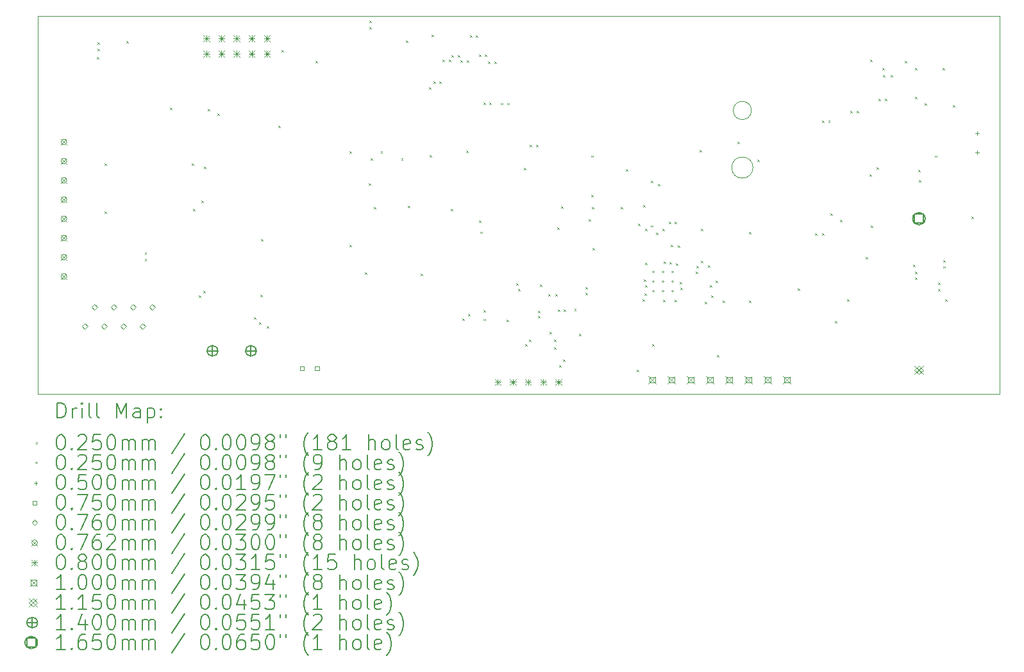
<source format=gbr>
%TF.GenerationSoftware,KiCad,Pcbnew,8.0.0-rc1*%
%TF.CreationDate,2024-01-27T15:59:48+03:00*%
%TF.ProjectId,RP2040_minimal,52503230-3430-45f6-9d69-6e696d616c2e,REV1*%
%TF.SameCoordinates,Original*%
%TF.FileFunction,Drillmap*%
%TF.FilePolarity,Positive*%
%FSLAX45Y45*%
G04 Gerber Fmt 4.5, Leading zero omitted, Abs format (unit mm)*
G04 Created by KiCad (PCBNEW 8.0.0-rc1) date 2024-01-27 15:59:48*
%MOMM*%
%LPD*%
G01*
G04 APERTURE LIST*
%ADD10C,0.050000*%
%ADD11C,0.200000*%
%ADD12C,0.100000*%
%ADD13C,0.115000*%
%ADD14C,0.140000*%
%ADD15C,0.165000*%
G04 APERTURE END LIST*
D10*
X10906250Y-8310600D02*
X23606250Y-8310600D01*
X23606250Y-13310600D01*
X10906250Y-13310600D01*
X10906250Y-8310600D01*
X20330250Y-9560600D02*
G75*
G02*
X20090250Y-9560600I-120000J0D01*
G01*
X20090250Y-9560600D02*
G75*
G02*
X20330250Y-9560600I120000J0D01*
G01*
X20350250Y-10315600D02*
G75*
G02*
X20070250Y-10315600I-140000J0D01*
G01*
X20070250Y-10315600D02*
G75*
G02*
X20350250Y-10315600I140000J0D01*
G01*
D11*
D12*
X11686750Y-8852100D02*
X11711750Y-8877100D01*
X11711750Y-8852100D02*
X11686750Y-8877100D01*
X11697750Y-8746100D02*
X11722750Y-8771100D01*
X11722750Y-8746100D02*
X11697750Y-8771100D01*
X11698893Y-8663062D02*
X11723893Y-8688062D01*
X11723893Y-8663062D02*
X11698893Y-8688062D01*
X11790750Y-10263920D02*
X11815750Y-10288920D01*
X11815750Y-10263920D02*
X11790750Y-10288920D01*
X11790750Y-10898920D02*
X11815750Y-10923920D01*
X11815750Y-10898920D02*
X11790750Y-10923920D01*
X12079750Y-8642100D02*
X12104750Y-8667100D01*
X12104750Y-8642100D02*
X12079750Y-8667100D01*
X12317750Y-11436100D02*
X12342750Y-11461100D01*
X12342750Y-11436100D02*
X12317750Y-11461100D01*
X12317750Y-11518100D02*
X12342750Y-11543100D01*
X12342750Y-11518100D02*
X12317750Y-11543100D01*
X12651750Y-9523100D02*
X12676750Y-9548100D01*
X12676750Y-9523100D02*
X12651750Y-9548100D01*
X12943750Y-10262100D02*
X12968750Y-10287100D01*
X12968750Y-10262100D02*
X12943750Y-10287100D01*
X12954750Y-10863100D02*
X12979750Y-10888100D01*
X12979750Y-10863100D02*
X12954750Y-10888100D01*
X13034759Y-12002091D02*
X13059759Y-12027091D01*
X13059759Y-12002091D02*
X13034759Y-12027091D01*
X13064750Y-10755100D02*
X13089750Y-10780100D01*
X13089750Y-10755100D02*
X13064750Y-10780100D01*
X13092741Y-11944109D02*
X13117741Y-11969109D01*
X13117741Y-11944109D02*
X13092741Y-11969109D01*
X13099750Y-10306100D02*
X13124750Y-10331100D01*
X13124750Y-10306100D02*
X13099750Y-10331100D01*
X13152750Y-9540100D02*
X13177750Y-9565100D01*
X13177750Y-9540100D02*
X13152750Y-9565100D01*
X13276750Y-9600100D02*
X13301750Y-9625100D01*
X13301750Y-9600100D02*
X13276750Y-9625100D01*
X13760750Y-12293100D02*
X13785750Y-12318100D01*
X13785750Y-12293100D02*
X13760750Y-12318100D01*
X13830750Y-12363100D02*
X13855750Y-12388100D01*
X13855750Y-12363100D02*
X13830750Y-12388100D01*
X13848750Y-11993100D02*
X13873750Y-12018100D01*
X13873750Y-11993100D02*
X13848750Y-12018100D01*
X13854750Y-11263100D02*
X13879750Y-11288100D01*
X13879750Y-11263100D02*
X13854750Y-11288100D01*
X13933750Y-12410100D02*
X13958750Y-12435100D01*
X13958750Y-12410100D02*
X13933750Y-12435100D01*
X14081750Y-9759100D02*
X14106750Y-9784100D01*
X14106750Y-9759100D02*
X14081750Y-9784100D01*
X14123750Y-8761100D02*
X14148750Y-8786100D01*
X14148750Y-8761100D02*
X14123750Y-8786100D01*
X14571750Y-8903100D02*
X14596750Y-8928100D01*
X14596750Y-8903100D02*
X14571750Y-8928100D01*
X15023750Y-11337100D02*
X15048750Y-11362100D01*
X15048750Y-11337100D02*
X15023750Y-11362100D01*
X15025750Y-10102100D02*
X15050750Y-10127100D01*
X15050750Y-10102100D02*
X15025750Y-10127100D01*
X15223250Y-11698600D02*
X15248250Y-11723600D01*
X15248250Y-11698600D02*
X15223250Y-11723600D01*
X15275750Y-10521100D02*
X15300750Y-10546100D01*
X15300750Y-10521100D02*
X15275750Y-10546100D01*
X15284750Y-8459100D02*
X15309750Y-8484100D01*
X15309750Y-8459100D02*
X15284750Y-8484100D01*
X15285750Y-8371100D02*
X15310750Y-8396100D01*
X15310750Y-8371100D02*
X15285750Y-8396100D01*
X15304750Y-10193100D02*
X15329750Y-10218100D01*
X15329750Y-10193100D02*
X15304750Y-10218100D01*
X15341000Y-10837100D02*
X15366000Y-10862100D01*
X15366000Y-10837100D02*
X15341000Y-10862100D01*
X15433750Y-10101100D02*
X15458750Y-10126100D01*
X15458750Y-10101100D02*
X15433750Y-10126100D01*
X15704750Y-10193100D02*
X15729750Y-10218100D01*
X15729750Y-10193100D02*
X15704750Y-10218100D01*
X15764750Y-8631100D02*
X15789750Y-8656100D01*
X15789750Y-8631100D02*
X15764750Y-8656100D01*
X15792750Y-10818100D02*
X15817750Y-10843100D01*
X15817750Y-10818100D02*
X15792750Y-10843100D01*
X15964750Y-11716100D02*
X15989750Y-11741100D01*
X15989750Y-11716100D02*
X15964750Y-11741100D01*
X16073750Y-9250100D02*
X16098750Y-9275100D01*
X16098750Y-9250100D02*
X16073750Y-9275100D01*
X16078750Y-10151100D02*
X16103750Y-10176100D01*
X16103750Y-10151100D02*
X16078750Y-10176100D01*
X16106750Y-8560100D02*
X16131750Y-8585100D01*
X16131750Y-8560100D02*
X16106750Y-8585100D01*
X16134050Y-9179100D02*
X16159050Y-9204100D01*
X16159050Y-9179100D02*
X16134050Y-9204100D01*
X16209450Y-9179100D02*
X16234450Y-9204100D01*
X16234450Y-9179100D02*
X16209450Y-9204100D01*
X16250106Y-8890398D02*
X16275106Y-8915398D01*
X16275106Y-8890398D02*
X16250106Y-8915398D01*
X16332106Y-8890398D02*
X16357106Y-8915398D01*
X16357106Y-8890398D02*
X16332106Y-8915398D01*
X16364750Y-10864100D02*
X16389750Y-10889100D01*
X16389750Y-10864100D02*
X16364750Y-10889100D01*
X16373106Y-8826743D02*
X16398106Y-8851743D01*
X16398106Y-8826743D02*
X16373106Y-8851743D01*
X16455106Y-8826743D02*
X16480106Y-8851743D01*
X16480106Y-8826743D02*
X16455106Y-8851743D01*
X16491750Y-8895100D02*
X16516750Y-8920100D01*
X16516750Y-8895100D02*
X16491750Y-8920100D01*
X16509750Y-12308100D02*
X16534750Y-12333100D01*
X16534750Y-12308100D02*
X16509750Y-12333100D01*
X16564750Y-10092100D02*
X16589750Y-10117100D01*
X16589750Y-10092100D02*
X16564750Y-10117100D01*
X16573750Y-8895100D02*
X16598750Y-8920100D01*
X16598750Y-8895100D02*
X16573750Y-8920100D01*
X16592750Y-12252100D02*
X16617750Y-12277100D01*
X16617750Y-12252100D02*
X16592750Y-12277100D01*
X16611257Y-8566855D02*
X16636257Y-8591855D01*
X16636257Y-8566855D02*
X16611257Y-8591855D01*
X16693257Y-8566855D02*
X16718257Y-8591855D01*
X16718257Y-8566855D02*
X16693257Y-8591855D01*
X16730750Y-8821100D02*
X16755750Y-8846100D01*
X16755750Y-8821100D02*
X16730750Y-8846100D01*
X16733750Y-11015100D02*
X16758750Y-11040100D01*
X16758750Y-11015100D02*
X16733750Y-11040100D01*
X16750750Y-11161600D02*
X16775750Y-11186600D01*
X16775750Y-11161600D02*
X16750750Y-11186600D01*
X16789750Y-9458100D02*
X16814750Y-9483100D01*
X16814750Y-9458100D02*
X16789750Y-9483100D01*
X16792750Y-12200100D02*
X16817750Y-12225100D01*
X16817750Y-12200100D02*
X16792750Y-12225100D01*
X16792750Y-12313100D02*
X16817750Y-12338100D01*
X16817750Y-12313100D02*
X16792750Y-12338100D01*
X16812750Y-8821100D02*
X16837750Y-8846100D01*
X16837750Y-8821100D02*
X16812750Y-8846100D01*
X16851750Y-8913100D02*
X16876750Y-8938100D01*
X16876750Y-8913100D02*
X16851750Y-8938100D01*
X16871750Y-9458100D02*
X16896750Y-9483100D01*
X16896750Y-9458100D02*
X16871750Y-9483100D01*
X16933750Y-8913100D02*
X16958750Y-8938100D01*
X16958750Y-8913100D02*
X16933750Y-8938100D01*
X17020750Y-9460100D02*
X17045750Y-9485100D01*
X17045750Y-9460100D02*
X17020750Y-9485100D01*
X17094400Y-12327600D02*
X17119400Y-12352600D01*
X17119400Y-12327600D02*
X17094400Y-12352600D01*
X17102750Y-9460100D02*
X17127750Y-9485100D01*
X17127750Y-9460100D02*
X17102750Y-9485100D01*
X17221750Y-11845100D02*
X17246750Y-11870100D01*
X17246750Y-11845100D02*
X17221750Y-11870100D01*
X17249000Y-11919100D02*
X17274000Y-11944100D01*
X17274000Y-11919100D02*
X17249000Y-11944100D01*
X17328750Y-10320100D02*
X17353750Y-10345100D01*
X17353750Y-10320100D02*
X17328750Y-10345100D01*
X17338950Y-12647100D02*
X17363950Y-12672100D01*
X17363950Y-12647100D02*
X17338950Y-12672100D01*
X17396450Y-12589600D02*
X17421450Y-12614600D01*
X17421450Y-12589600D02*
X17396450Y-12614600D01*
X17402250Y-10015488D02*
X17427250Y-10040488D01*
X17427250Y-10015488D02*
X17402250Y-10040488D01*
X17484250Y-10015488D02*
X17509250Y-10040488D01*
X17509250Y-10015488D02*
X17484250Y-10040488D01*
X17511750Y-12279100D02*
X17536750Y-12304100D01*
X17536750Y-12279100D02*
X17511750Y-12304100D01*
X17512750Y-12204100D02*
X17537750Y-12229100D01*
X17537750Y-12204100D02*
X17512750Y-12229100D01*
X17539750Y-11862100D02*
X17564750Y-11887100D01*
X17564750Y-11862100D02*
X17539750Y-11887100D01*
X17643750Y-11986100D02*
X17668750Y-12011100D01*
X17668750Y-11986100D02*
X17643750Y-12011100D01*
X17663909Y-12488941D02*
X17688909Y-12513941D01*
X17688909Y-12488941D02*
X17663909Y-12513941D01*
X17723750Y-12688100D02*
X17748750Y-12713100D01*
X17748750Y-12688100D02*
X17723750Y-12713100D01*
X17724750Y-12588100D02*
X17749750Y-12613100D01*
X17749750Y-12588100D02*
X17724750Y-12613100D01*
X17737750Y-11986100D02*
X17762750Y-12011100D01*
X17762750Y-11986100D02*
X17737750Y-12011100D01*
X17766750Y-11107100D02*
X17791750Y-11132100D01*
X17791750Y-11107100D02*
X17766750Y-11132100D01*
X17771750Y-12192100D02*
X17796750Y-12217100D01*
X17796750Y-12192100D02*
X17771750Y-12217100D01*
X17790750Y-12924100D02*
X17815750Y-12949100D01*
X17815750Y-12924100D02*
X17790750Y-12949100D01*
X17820750Y-10826100D02*
X17845750Y-10851100D01*
X17845750Y-10826100D02*
X17820750Y-10851100D01*
X17839750Y-12852100D02*
X17864750Y-12877100D01*
X17864750Y-12852100D02*
X17839750Y-12877100D01*
X17851750Y-12191100D02*
X17876750Y-12216100D01*
X17876750Y-12191100D02*
X17851750Y-12216100D01*
X17990750Y-12184000D02*
X18015750Y-12209000D01*
X18015750Y-12184000D02*
X17990750Y-12209000D01*
X18057750Y-12509600D02*
X18082750Y-12534600D01*
X18082750Y-12509600D02*
X18057750Y-12534600D01*
X18140750Y-11893400D02*
X18165750Y-11918400D01*
X18165750Y-11893400D02*
X18140750Y-11918400D01*
X18140750Y-11968800D02*
X18165750Y-11993800D01*
X18165750Y-11968800D02*
X18140750Y-11993800D01*
X18182750Y-10997100D02*
X18207750Y-11022100D01*
X18207750Y-10997100D02*
X18182750Y-11022100D01*
X18211750Y-10154100D02*
X18236750Y-10179100D01*
X18236750Y-10154100D02*
X18211750Y-10179100D01*
X18211750Y-10673100D02*
X18236750Y-10698100D01*
X18236750Y-10673100D02*
X18211750Y-10698100D01*
X18226750Y-10835100D02*
X18251750Y-10860100D01*
X18251750Y-10835100D02*
X18226750Y-10860100D01*
X18232750Y-11381100D02*
X18257750Y-11406100D01*
X18257750Y-11381100D02*
X18232750Y-11406100D01*
X18604750Y-10834100D02*
X18629750Y-10859100D01*
X18629750Y-10834100D02*
X18604750Y-10859100D01*
X18672750Y-10335600D02*
X18697750Y-10360600D01*
X18697750Y-10335600D02*
X18672750Y-10360600D01*
X18815750Y-12986100D02*
X18840750Y-13011100D01*
X18840750Y-12986100D02*
X18815750Y-13011100D01*
X18831750Y-11059900D02*
X18856750Y-11084900D01*
X18856750Y-11059900D02*
X18831750Y-11084900D01*
X18895769Y-12053595D02*
X18920769Y-12078595D01*
X18920769Y-12053595D02*
X18895769Y-12078595D01*
X18903750Y-10807100D02*
X18928750Y-10832100D01*
X18928750Y-10807100D02*
X18903750Y-10832100D01*
X18911750Y-11789100D02*
X18936750Y-11814100D01*
X18936750Y-11789100D02*
X18911750Y-11814100D01*
X18915750Y-11979100D02*
X18940750Y-12004100D01*
X18940750Y-11979100D02*
X18915750Y-12004100D01*
X18922750Y-11869100D02*
X18947750Y-11894100D01*
X18947750Y-11869100D02*
X18922750Y-11894100D01*
X18923750Y-11572100D02*
X18948750Y-11597100D01*
X18948750Y-11572100D02*
X18923750Y-11597100D01*
X18925750Y-11120100D02*
X18950750Y-11145100D01*
X18950750Y-11120100D02*
X18925750Y-11145100D01*
X19003044Y-10491383D02*
X19028044Y-10516383D01*
X19028044Y-10491383D02*
X19003044Y-10516383D01*
X19003750Y-11077100D02*
X19028750Y-11102100D01*
X19028750Y-11077100D02*
X19003750Y-11102100D01*
X19017250Y-12648100D02*
X19042250Y-12673100D01*
X19042250Y-12648100D02*
X19017250Y-12673100D01*
X19071750Y-11176100D02*
X19096750Y-11201100D01*
X19096750Y-11176100D02*
X19071750Y-11201100D01*
X19094750Y-10532100D02*
X19119750Y-10557100D01*
X19119750Y-10532100D02*
X19094750Y-10557100D01*
X19158750Y-11122100D02*
X19183750Y-11147100D01*
X19183750Y-11122100D02*
X19158750Y-11147100D01*
X19164750Y-12061300D02*
X19189750Y-12086300D01*
X19189750Y-12061300D02*
X19164750Y-12086300D01*
X19170750Y-11556100D02*
X19195750Y-11581100D01*
X19195750Y-11556100D02*
X19170750Y-11581100D01*
X19235750Y-11027100D02*
X19260750Y-11052100D01*
X19260750Y-11027100D02*
X19235750Y-11052100D01*
X19250750Y-11565100D02*
X19275750Y-11590100D01*
X19275750Y-11565100D02*
X19250750Y-11590100D01*
X19266750Y-11339100D02*
X19291750Y-11364100D01*
X19291750Y-11339100D02*
X19266750Y-11364100D01*
X19313750Y-11028100D02*
X19338750Y-11053100D01*
X19338750Y-11028100D02*
X19313750Y-11053100D01*
X19314134Y-12065748D02*
X19339134Y-12090748D01*
X19339134Y-12065748D02*
X19314134Y-12090748D01*
X19334307Y-11578543D02*
X19359307Y-11603543D01*
X19359307Y-11578543D02*
X19334307Y-11603543D01*
X19354750Y-11341100D02*
X19379750Y-11366100D01*
X19379750Y-11341100D02*
X19354750Y-11366100D01*
X19386863Y-11823554D02*
X19411863Y-11848554D01*
X19411863Y-11823554D02*
X19386863Y-11848554D01*
X19388750Y-11902100D02*
X19413750Y-11927100D01*
X19413750Y-11902100D02*
X19388750Y-11927100D01*
X19594070Y-11687706D02*
X19619070Y-11712706D01*
X19619070Y-11687706D02*
X19594070Y-11712706D01*
X19601750Y-11613100D02*
X19626750Y-11638100D01*
X19626750Y-11613100D02*
X19601750Y-11638100D01*
X19645750Y-10083100D02*
X19670750Y-10108100D01*
X19670750Y-10083100D02*
X19645750Y-10108100D01*
X19660750Y-11547100D02*
X19685750Y-11572100D01*
X19685750Y-11547100D02*
X19660750Y-11572100D01*
X19666250Y-11126600D02*
X19691250Y-11151600D01*
X19691250Y-11126600D02*
X19666250Y-11151600D01*
X19715750Y-12087250D02*
X19740750Y-12112250D01*
X19740750Y-12087250D02*
X19715750Y-12112250D01*
X19756750Y-11605600D02*
X19781750Y-11630600D01*
X19781750Y-11605600D02*
X19756750Y-11630600D01*
X19784750Y-11867564D02*
X19809750Y-11892564D01*
X19809750Y-11867564D02*
X19784750Y-11892564D01*
X19795750Y-12006100D02*
X19820750Y-12031100D01*
X19820750Y-12006100D02*
X19795750Y-12031100D01*
X19855211Y-11810064D02*
X19880211Y-11835064D01*
X19880211Y-11810064D02*
X19855211Y-11835064D01*
X19876750Y-12793100D02*
X19901750Y-12818100D01*
X19901750Y-12793100D02*
X19876750Y-12818100D01*
X19948750Y-12075100D02*
X19973750Y-12100100D01*
X19973750Y-12075100D02*
X19948750Y-12100100D01*
X20147750Y-9969100D02*
X20172750Y-9994100D01*
X20172750Y-9969100D02*
X20147750Y-9994100D01*
X20296750Y-11164100D02*
X20321750Y-11189100D01*
X20321750Y-11164100D02*
X20296750Y-11189100D01*
X20301750Y-12072100D02*
X20326750Y-12097100D01*
X20326750Y-12072100D02*
X20301750Y-12097100D01*
X20406750Y-10206100D02*
X20431750Y-10231100D01*
X20431750Y-10206100D02*
X20406750Y-10231100D01*
X20937750Y-11910100D02*
X20962750Y-11935100D01*
X20962750Y-11910100D02*
X20937750Y-11935100D01*
X21167750Y-11182100D02*
X21192750Y-11207100D01*
X21192750Y-11182100D02*
X21167750Y-11207100D01*
X21260750Y-11186100D02*
X21285750Y-11211100D01*
X21285750Y-11186100D02*
X21260750Y-11211100D01*
X21261250Y-9695100D02*
X21286250Y-9720100D01*
X21286250Y-9695100D02*
X21261250Y-9720100D01*
X21343250Y-9695100D02*
X21368250Y-9720100D01*
X21368250Y-9695100D02*
X21343250Y-9720100D01*
X21370750Y-10924100D02*
X21395750Y-10949100D01*
X21395750Y-10924100D02*
X21370750Y-10949100D01*
X21435750Y-12342100D02*
X21460750Y-12367100D01*
X21460750Y-12342100D02*
X21435750Y-12367100D01*
X21500750Y-11006100D02*
X21525750Y-11031100D01*
X21525750Y-11006100D02*
X21500750Y-11031100D01*
X21594298Y-12054552D02*
X21619298Y-12079552D01*
X21619298Y-12054552D02*
X21594298Y-12079552D01*
X21636250Y-9565100D02*
X21661250Y-9590100D01*
X21661250Y-9565100D02*
X21636250Y-9590100D01*
X21718250Y-9565100D02*
X21743250Y-9590100D01*
X21743250Y-9565100D02*
X21718250Y-9590100D01*
X21835750Y-11497100D02*
X21860750Y-11522100D01*
X21860750Y-11497100D02*
X21835750Y-11522100D01*
X21890750Y-10403100D02*
X21915750Y-10428100D01*
X21915750Y-10403100D02*
X21890750Y-10428100D01*
X21896750Y-8889100D02*
X21921750Y-8914100D01*
X21921750Y-8889100D02*
X21896750Y-8914100D01*
X21905750Y-11083100D02*
X21930750Y-11108100D01*
X21930750Y-11083100D02*
X21905750Y-11108100D01*
X21984750Y-10308100D02*
X22009750Y-10333100D01*
X22009750Y-10308100D02*
X21984750Y-10333100D01*
X22011250Y-9402100D02*
X22036250Y-9427100D01*
X22036250Y-9402100D02*
X22011250Y-9427100D01*
X22061771Y-8996373D02*
X22086771Y-9021373D01*
X22086771Y-8996373D02*
X22061771Y-9021373D01*
X22065750Y-9093100D02*
X22090750Y-9118100D01*
X22090750Y-9093100D02*
X22065750Y-9118100D01*
X22093250Y-9402100D02*
X22118250Y-9427100D01*
X22118250Y-9402100D02*
X22093250Y-9427100D01*
X22169750Y-9094100D02*
X22194750Y-9119100D01*
X22194750Y-9094100D02*
X22169750Y-9119100D01*
X22355750Y-8908100D02*
X22380750Y-8933100D01*
X22380750Y-8908100D02*
X22355750Y-8933100D01*
X22468750Y-11594100D02*
X22493750Y-11619100D01*
X22493750Y-11594100D02*
X22468750Y-11619100D01*
X22489750Y-9381100D02*
X22514750Y-9406100D01*
X22514750Y-9381100D02*
X22489750Y-9406100D01*
X22489750Y-11687100D02*
X22514750Y-11712100D01*
X22514750Y-11687100D02*
X22489750Y-11712100D01*
X22489750Y-11769100D02*
X22514750Y-11794100D01*
X22514750Y-11769100D02*
X22489750Y-11794100D01*
X22493750Y-8998100D02*
X22518750Y-9023100D01*
X22518750Y-8998100D02*
X22493750Y-9023100D01*
X22533750Y-10348100D02*
X22558750Y-10373100D01*
X22558750Y-10348100D02*
X22533750Y-10373100D01*
X22541750Y-10484100D02*
X22566750Y-10509100D01*
X22566750Y-10484100D02*
X22541750Y-10509100D01*
X22619750Y-9467100D02*
X22644750Y-9492100D01*
X22644750Y-9467100D02*
X22619750Y-9492100D01*
X22749750Y-10154100D02*
X22774750Y-10179100D01*
X22774750Y-10154100D02*
X22749750Y-10179100D01*
X22798750Y-11837100D02*
X22823750Y-11862100D01*
X22823750Y-11837100D02*
X22798750Y-11862100D01*
X22798750Y-11919100D02*
X22823750Y-11944100D01*
X22823750Y-11919100D02*
X22798750Y-11944100D01*
X22856750Y-8996100D02*
X22881750Y-9021100D01*
X22881750Y-8996100D02*
X22856750Y-9021100D01*
X22863750Y-11537100D02*
X22888750Y-11562100D01*
X22888750Y-11537100D02*
X22863750Y-11562100D01*
X22863750Y-11619100D02*
X22888750Y-11644100D01*
X22888750Y-11619100D02*
X22863750Y-11644100D01*
X22885750Y-12052100D02*
X22910750Y-12077100D01*
X22910750Y-12052100D02*
X22885750Y-12077100D01*
X22987750Y-9487100D02*
X23012750Y-9512100D01*
X23012750Y-9487100D02*
X22987750Y-9512100D01*
X23238750Y-10966100D02*
X23263750Y-10991100D01*
X23263750Y-10966100D02*
X23238750Y-10991100D01*
X19049000Y-11694750D02*
G75*
G02*
X19024000Y-11694750I-12500J0D01*
G01*
X19024000Y-11694750D02*
G75*
G02*
X19049000Y-11694750I12500J0D01*
G01*
X19049000Y-11822250D02*
G75*
G02*
X19024000Y-11822250I-12500J0D01*
G01*
X19024000Y-11822250D02*
G75*
G02*
X19049000Y-11822250I12500J0D01*
G01*
X19049000Y-11949750D02*
G75*
G02*
X19024000Y-11949750I-12500J0D01*
G01*
X19024000Y-11949750D02*
G75*
G02*
X19049000Y-11949750I12500J0D01*
G01*
X19176500Y-11694750D02*
G75*
G02*
X19151500Y-11694750I-12500J0D01*
G01*
X19151500Y-11694750D02*
G75*
G02*
X19176500Y-11694750I12500J0D01*
G01*
X19176500Y-11822250D02*
G75*
G02*
X19151500Y-11822250I-12500J0D01*
G01*
X19151500Y-11822250D02*
G75*
G02*
X19176500Y-11822250I12500J0D01*
G01*
X19176500Y-11949750D02*
G75*
G02*
X19151500Y-11949750I-12500J0D01*
G01*
X19151500Y-11949750D02*
G75*
G02*
X19176500Y-11949750I12500J0D01*
G01*
X19304000Y-11694750D02*
G75*
G02*
X19279000Y-11694750I-12500J0D01*
G01*
X19279000Y-11694750D02*
G75*
G02*
X19304000Y-11694750I12500J0D01*
G01*
X19304000Y-11822250D02*
G75*
G02*
X19279000Y-11822250I-12500J0D01*
G01*
X19279000Y-11822250D02*
G75*
G02*
X19304000Y-11822250I12500J0D01*
G01*
X19304000Y-11949750D02*
G75*
G02*
X19279000Y-11949750I-12500J0D01*
G01*
X19279000Y-11949750D02*
G75*
G02*
X19304000Y-11949750I12500J0D01*
G01*
X23315250Y-9839600D02*
X23315250Y-9889600D01*
X23290250Y-9864600D02*
X23340250Y-9864600D01*
X23315250Y-10093600D02*
X23315250Y-10143600D01*
X23290250Y-10118600D02*
X23340250Y-10118600D01*
X14421767Y-12993117D02*
X14421767Y-12940083D01*
X14368733Y-12940083D01*
X14368733Y-12993117D01*
X14421767Y-12993117D01*
X14621767Y-12993117D02*
X14621767Y-12940083D01*
X14568733Y-12940083D01*
X14568733Y-12993117D01*
X14621767Y-12993117D01*
X11530000Y-12451000D02*
X11568000Y-12413000D01*
X11530000Y-12375000D01*
X11492000Y-12413000D01*
X11530000Y-12451000D01*
X11657000Y-12197000D02*
X11695000Y-12159000D01*
X11657000Y-12121000D01*
X11619000Y-12159000D01*
X11657000Y-12197000D01*
X11784000Y-12451000D02*
X11822000Y-12413000D01*
X11784000Y-12375000D01*
X11746000Y-12413000D01*
X11784000Y-12451000D01*
X11911000Y-12197000D02*
X11949000Y-12159000D01*
X11911000Y-12121000D01*
X11873000Y-12159000D01*
X11911000Y-12197000D01*
X12038000Y-12451000D02*
X12076000Y-12413000D01*
X12038000Y-12375000D01*
X12000000Y-12413000D01*
X12038000Y-12451000D01*
X12165000Y-12197000D02*
X12203000Y-12159000D01*
X12165000Y-12121000D01*
X12127000Y-12159000D01*
X12165000Y-12197000D01*
X12292000Y-12451000D02*
X12330000Y-12413000D01*
X12292000Y-12375000D01*
X12254000Y-12413000D01*
X12292000Y-12451000D01*
X12419000Y-12197000D02*
X12457000Y-12159000D01*
X12419000Y-12121000D01*
X12381000Y-12159000D01*
X12419000Y-12197000D01*
X11214650Y-9937800D02*
X11290850Y-10014000D01*
X11290850Y-9937800D02*
X11214650Y-10014000D01*
X11290850Y-9975900D02*
G75*
G02*
X11214650Y-9975900I-38100J0D01*
G01*
X11214650Y-9975900D02*
G75*
G02*
X11290850Y-9975900I38100J0D01*
G01*
X11214650Y-10191800D02*
X11290850Y-10268000D01*
X11290850Y-10191800D02*
X11214650Y-10268000D01*
X11290850Y-10229900D02*
G75*
G02*
X11214650Y-10229900I-38100J0D01*
G01*
X11214650Y-10229900D02*
G75*
G02*
X11290850Y-10229900I38100J0D01*
G01*
X11214650Y-10445800D02*
X11290850Y-10522000D01*
X11290850Y-10445800D02*
X11214650Y-10522000D01*
X11290850Y-10483900D02*
G75*
G02*
X11214650Y-10483900I-38100J0D01*
G01*
X11214650Y-10483900D02*
G75*
G02*
X11290850Y-10483900I38100J0D01*
G01*
X11214650Y-10699800D02*
X11290850Y-10776000D01*
X11290850Y-10699800D02*
X11214650Y-10776000D01*
X11290850Y-10737900D02*
G75*
G02*
X11214650Y-10737900I-38100J0D01*
G01*
X11214650Y-10737900D02*
G75*
G02*
X11290850Y-10737900I38100J0D01*
G01*
X11214650Y-10953800D02*
X11290850Y-11030000D01*
X11290850Y-10953800D02*
X11214650Y-11030000D01*
X11290850Y-10991900D02*
G75*
G02*
X11214650Y-10991900I-38100J0D01*
G01*
X11214650Y-10991900D02*
G75*
G02*
X11290850Y-10991900I38100J0D01*
G01*
X11214650Y-11207800D02*
X11290850Y-11284000D01*
X11290850Y-11207800D02*
X11214650Y-11284000D01*
X11290850Y-11245900D02*
G75*
G02*
X11214650Y-11245900I-38100J0D01*
G01*
X11214650Y-11245900D02*
G75*
G02*
X11290850Y-11245900I38100J0D01*
G01*
X11214650Y-11461800D02*
X11290850Y-11538000D01*
X11290850Y-11461800D02*
X11214650Y-11538000D01*
X11290850Y-11499900D02*
G75*
G02*
X11214650Y-11499900I-38100J0D01*
G01*
X11214650Y-11499900D02*
G75*
G02*
X11290850Y-11499900I38100J0D01*
G01*
X11214650Y-11715800D02*
X11290850Y-11792000D01*
X11290850Y-11715800D02*
X11214650Y-11792000D01*
X11290850Y-11753900D02*
G75*
G02*
X11214650Y-11753900I-38100J0D01*
G01*
X11214650Y-11753900D02*
G75*
G02*
X11290850Y-11753900I38100J0D01*
G01*
X13093250Y-8570600D02*
X13173250Y-8650600D01*
X13173250Y-8570600D02*
X13093250Y-8650600D01*
X13133250Y-8570600D02*
X13133250Y-8650600D01*
X13093250Y-8610600D02*
X13173250Y-8610600D01*
X13093250Y-8770600D02*
X13173250Y-8850600D01*
X13173250Y-8770600D02*
X13093250Y-8850600D01*
X13133250Y-8770600D02*
X13133250Y-8850600D01*
X13093250Y-8810600D02*
X13173250Y-8810600D01*
X13293250Y-8570600D02*
X13373250Y-8650600D01*
X13373250Y-8570600D02*
X13293250Y-8650600D01*
X13333250Y-8570600D02*
X13333250Y-8650600D01*
X13293250Y-8610600D02*
X13373250Y-8610600D01*
X13293250Y-8770600D02*
X13373250Y-8850600D01*
X13373250Y-8770600D02*
X13293250Y-8850600D01*
X13333250Y-8770600D02*
X13333250Y-8850600D01*
X13293250Y-8810600D02*
X13373250Y-8810600D01*
X13493250Y-8570600D02*
X13573250Y-8650600D01*
X13573250Y-8570600D02*
X13493250Y-8650600D01*
X13533250Y-8570600D02*
X13533250Y-8650600D01*
X13493250Y-8610600D02*
X13573250Y-8610600D01*
X13493250Y-8770600D02*
X13573250Y-8850600D01*
X13573250Y-8770600D02*
X13493250Y-8850600D01*
X13533250Y-8770600D02*
X13533250Y-8850600D01*
X13493250Y-8810600D02*
X13573250Y-8810600D01*
X13693250Y-8570600D02*
X13773250Y-8650600D01*
X13773250Y-8570600D02*
X13693250Y-8650600D01*
X13733250Y-8570600D02*
X13733250Y-8650600D01*
X13693250Y-8610600D02*
X13773250Y-8610600D01*
X13693250Y-8770600D02*
X13773250Y-8850600D01*
X13773250Y-8770600D02*
X13693250Y-8850600D01*
X13733250Y-8770600D02*
X13733250Y-8850600D01*
X13693250Y-8810600D02*
X13773250Y-8810600D01*
X13893250Y-8570600D02*
X13973250Y-8650600D01*
X13973250Y-8570600D02*
X13893250Y-8650600D01*
X13933250Y-8570600D02*
X13933250Y-8650600D01*
X13893250Y-8610600D02*
X13973250Y-8610600D01*
X13893250Y-8770600D02*
X13973250Y-8850600D01*
X13973250Y-8770600D02*
X13893250Y-8850600D01*
X13933250Y-8770600D02*
X13933250Y-8850600D01*
X13893250Y-8810600D02*
X13973250Y-8810600D01*
X16942250Y-13110600D02*
X17022250Y-13190600D01*
X17022250Y-13110600D02*
X16942250Y-13190600D01*
X16982250Y-13110600D02*
X16982250Y-13190600D01*
X16942250Y-13150600D02*
X17022250Y-13150600D01*
X17142250Y-13110600D02*
X17222250Y-13190600D01*
X17222250Y-13110600D02*
X17142250Y-13190600D01*
X17182250Y-13110600D02*
X17182250Y-13190600D01*
X17142250Y-13150600D02*
X17222250Y-13150600D01*
X17342250Y-13110600D02*
X17422250Y-13190600D01*
X17422250Y-13110600D02*
X17342250Y-13190600D01*
X17382250Y-13110600D02*
X17382250Y-13190600D01*
X17342250Y-13150600D02*
X17422250Y-13150600D01*
X17542250Y-13110600D02*
X17622250Y-13190600D01*
X17622250Y-13110600D02*
X17542250Y-13190600D01*
X17582250Y-13110600D02*
X17582250Y-13190600D01*
X17542250Y-13150600D02*
X17622250Y-13150600D01*
X17742250Y-13110600D02*
X17822250Y-13190600D01*
X17822250Y-13110600D02*
X17742250Y-13190600D01*
X17782250Y-13110600D02*
X17782250Y-13190600D01*
X17742250Y-13150600D02*
X17822250Y-13150600D01*
X18972250Y-13073600D02*
X19072250Y-13173600D01*
X19072250Y-13073600D02*
X18972250Y-13173600D01*
X19057606Y-13158956D02*
X19057606Y-13088244D01*
X18986894Y-13088244D01*
X18986894Y-13158956D01*
X19057606Y-13158956D01*
X19226250Y-13073600D02*
X19326250Y-13173600D01*
X19326250Y-13073600D02*
X19226250Y-13173600D01*
X19311606Y-13158956D02*
X19311606Y-13088244D01*
X19240894Y-13088244D01*
X19240894Y-13158956D01*
X19311606Y-13158956D01*
X19480250Y-13073600D02*
X19580250Y-13173600D01*
X19580250Y-13073600D02*
X19480250Y-13173600D01*
X19565606Y-13158956D02*
X19565606Y-13088244D01*
X19494894Y-13088244D01*
X19494894Y-13158956D01*
X19565606Y-13158956D01*
X19734250Y-13073600D02*
X19834250Y-13173600D01*
X19834250Y-13073600D02*
X19734250Y-13173600D01*
X19819606Y-13158956D02*
X19819606Y-13088244D01*
X19748894Y-13088244D01*
X19748894Y-13158956D01*
X19819606Y-13158956D01*
X19988250Y-13073600D02*
X20088250Y-13173600D01*
X20088250Y-13073600D02*
X19988250Y-13173600D01*
X20073606Y-13158956D02*
X20073606Y-13088244D01*
X20002894Y-13088244D01*
X20002894Y-13158956D01*
X20073606Y-13158956D01*
X20242250Y-13073600D02*
X20342250Y-13173600D01*
X20342250Y-13073600D02*
X20242250Y-13173600D01*
X20327606Y-13158956D02*
X20327606Y-13088244D01*
X20256894Y-13088244D01*
X20256894Y-13158956D01*
X20327606Y-13158956D01*
X20496250Y-13073600D02*
X20596250Y-13173600D01*
X20596250Y-13073600D02*
X20496250Y-13173600D01*
X20581606Y-13158956D02*
X20581606Y-13088244D01*
X20510894Y-13088244D01*
X20510894Y-13158956D01*
X20581606Y-13158956D01*
X20750250Y-13073600D02*
X20850250Y-13173600D01*
X20850250Y-13073600D02*
X20750250Y-13173600D01*
X20835606Y-13158956D02*
X20835606Y-13088244D01*
X20764894Y-13088244D01*
X20764894Y-13158956D01*
X20835606Y-13158956D01*
D13*
X22485011Y-12933100D02*
X22600011Y-13048100D01*
X22600011Y-12933100D02*
X22485011Y-13048100D01*
X22542511Y-13048100D02*
X22600011Y-12990600D01*
X22542511Y-12933100D01*
X22485011Y-12990600D01*
X22542511Y-13048100D01*
D14*
X13214250Y-12667600D02*
X13214250Y-12807600D01*
X13144250Y-12737600D02*
X13284250Y-12737600D01*
X13284250Y-12737600D02*
G75*
G02*
X13144250Y-12737600I-70000J0D01*
G01*
X13144250Y-12737600D02*
G75*
G02*
X13284250Y-12737600I70000J0D01*
G01*
X13722250Y-12667600D02*
X13722250Y-12807600D01*
X13652250Y-12737600D02*
X13792250Y-12737600D01*
X13792250Y-12737600D02*
G75*
G02*
X13652250Y-12737600I-70000J0D01*
G01*
X13652250Y-12737600D02*
G75*
G02*
X13792250Y-12737600I70000J0D01*
G01*
D15*
X22600848Y-11048937D02*
X22600848Y-10932263D01*
X22484174Y-10932263D01*
X22484174Y-11048937D01*
X22600848Y-11048937D01*
X22625011Y-10990600D02*
G75*
G02*
X22460011Y-10990600I-82500J0D01*
G01*
X22460011Y-10990600D02*
G75*
G02*
X22625011Y-10990600I82500J0D01*
G01*
D11*
X11164527Y-13624584D02*
X11164527Y-13424584D01*
X11164527Y-13424584D02*
X11212146Y-13424584D01*
X11212146Y-13424584D02*
X11240717Y-13434108D01*
X11240717Y-13434108D02*
X11259765Y-13453155D01*
X11259765Y-13453155D02*
X11269289Y-13472203D01*
X11269289Y-13472203D02*
X11278812Y-13510298D01*
X11278812Y-13510298D02*
X11278812Y-13538869D01*
X11278812Y-13538869D02*
X11269289Y-13576965D01*
X11269289Y-13576965D02*
X11259765Y-13596012D01*
X11259765Y-13596012D02*
X11240717Y-13615060D01*
X11240717Y-13615060D02*
X11212146Y-13624584D01*
X11212146Y-13624584D02*
X11164527Y-13624584D01*
X11364527Y-13624584D02*
X11364527Y-13491250D01*
X11364527Y-13529346D02*
X11374051Y-13510298D01*
X11374051Y-13510298D02*
X11383574Y-13500774D01*
X11383574Y-13500774D02*
X11402622Y-13491250D01*
X11402622Y-13491250D02*
X11421670Y-13491250D01*
X11488336Y-13624584D02*
X11488336Y-13491250D01*
X11488336Y-13424584D02*
X11478812Y-13434108D01*
X11478812Y-13434108D02*
X11488336Y-13443631D01*
X11488336Y-13443631D02*
X11497860Y-13434108D01*
X11497860Y-13434108D02*
X11488336Y-13424584D01*
X11488336Y-13424584D02*
X11488336Y-13443631D01*
X11612146Y-13624584D02*
X11593098Y-13615060D01*
X11593098Y-13615060D02*
X11583574Y-13596012D01*
X11583574Y-13596012D02*
X11583574Y-13424584D01*
X11716908Y-13624584D02*
X11697860Y-13615060D01*
X11697860Y-13615060D02*
X11688336Y-13596012D01*
X11688336Y-13596012D02*
X11688336Y-13424584D01*
X11945479Y-13624584D02*
X11945479Y-13424584D01*
X11945479Y-13424584D02*
X12012146Y-13567441D01*
X12012146Y-13567441D02*
X12078812Y-13424584D01*
X12078812Y-13424584D02*
X12078812Y-13624584D01*
X12259765Y-13624584D02*
X12259765Y-13519822D01*
X12259765Y-13519822D02*
X12250241Y-13500774D01*
X12250241Y-13500774D02*
X12231193Y-13491250D01*
X12231193Y-13491250D02*
X12193098Y-13491250D01*
X12193098Y-13491250D02*
X12174051Y-13500774D01*
X12259765Y-13615060D02*
X12240717Y-13624584D01*
X12240717Y-13624584D02*
X12193098Y-13624584D01*
X12193098Y-13624584D02*
X12174051Y-13615060D01*
X12174051Y-13615060D02*
X12164527Y-13596012D01*
X12164527Y-13596012D02*
X12164527Y-13576965D01*
X12164527Y-13576965D02*
X12174051Y-13557917D01*
X12174051Y-13557917D02*
X12193098Y-13548393D01*
X12193098Y-13548393D02*
X12240717Y-13548393D01*
X12240717Y-13548393D02*
X12259765Y-13538869D01*
X12355003Y-13491250D02*
X12355003Y-13691250D01*
X12355003Y-13500774D02*
X12374051Y-13491250D01*
X12374051Y-13491250D02*
X12412146Y-13491250D01*
X12412146Y-13491250D02*
X12431193Y-13500774D01*
X12431193Y-13500774D02*
X12440717Y-13510298D01*
X12440717Y-13510298D02*
X12450241Y-13529346D01*
X12450241Y-13529346D02*
X12450241Y-13586488D01*
X12450241Y-13586488D02*
X12440717Y-13605536D01*
X12440717Y-13605536D02*
X12431193Y-13615060D01*
X12431193Y-13615060D02*
X12412146Y-13624584D01*
X12412146Y-13624584D02*
X12374051Y-13624584D01*
X12374051Y-13624584D02*
X12355003Y-13615060D01*
X12535955Y-13605536D02*
X12545479Y-13615060D01*
X12545479Y-13615060D02*
X12535955Y-13624584D01*
X12535955Y-13624584D02*
X12526432Y-13615060D01*
X12526432Y-13615060D02*
X12535955Y-13605536D01*
X12535955Y-13605536D02*
X12535955Y-13624584D01*
X12535955Y-13500774D02*
X12545479Y-13510298D01*
X12545479Y-13510298D02*
X12535955Y-13519822D01*
X12535955Y-13519822D02*
X12526432Y-13510298D01*
X12526432Y-13510298D02*
X12535955Y-13500774D01*
X12535955Y-13500774D02*
X12535955Y-13519822D01*
D12*
X10878750Y-13940600D02*
X10903750Y-13965600D01*
X10903750Y-13940600D02*
X10878750Y-13965600D01*
D11*
X11202622Y-13844584D02*
X11221670Y-13844584D01*
X11221670Y-13844584D02*
X11240717Y-13854108D01*
X11240717Y-13854108D02*
X11250241Y-13863631D01*
X11250241Y-13863631D02*
X11259765Y-13882679D01*
X11259765Y-13882679D02*
X11269289Y-13920774D01*
X11269289Y-13920774D02*
X11269289Y-13968393D01*
X11269289Y-13968393D02*
X11259765Y-14006488D01*
X11259765Y-14006488D02*
X11250241Y-14025536D01*
X11250241Y-14025536D02*
X11240717Y-14035060D01*
X11240717Y-14035060D02*
X11221670Y-14044584D01*
X11221670Y-14044584D02*
X11202622Y-14044584D01*
X11202622Y-14044584D02*
X11183574Y-14035060D01*
X11183574Y-14035060D02*
X11174051Y-14025536D01*
X11174051Y-14025536D02*
X11164527Y-14006488D01*
X11164527Y-14006488D02*
X11155003Y-13968393D01*
X11155003Y-13968393D02*
X11155003Y-13920774D01*
X11155003Y-13920774D02*
X11164527Y-13882679D01*
X11164527Y-13882679D02*
X11174051Y-13863631D01*
X11174051Y-13863631D02*
X11183574Y-13854108D01*
X11183574Y-13854108D02*
X11202622Y-13844584D01*
X11355003Y-14025536D02*
X11364527Y-14035060D01*
X11364527Y-14035060D02*
X11355003Y-14044584D01*
X11355003Y-14044584D02*
X11345479Y-14035060D01*
X11345479Y-14035060D02*
X11355003Y-14025536D01*
X11355003Y-14025536D02*
X11355003Y-14044584D01*
X11440717Y-13863631D02*
X11450241Y-13854108D01*
X11450241Y-13854108D02*
X11469289Y-13844584D01*
X11469289Y-13844584D02*
X11516908Y-13844584D01*
X11516908Y-13844584D02*
X11535955Y-13854108D01*
X11535955Y-13854108D02*
X11545479Y-13863631D01*
X11545479Y-13863631D02*
X11555003Y-13882679D01*
X11555003Y-13882679D02*
X11555003Y-13901727D01*
X11555003Y-13901727D02*
X11545479Y-13930298D01*
X11545479Y-13930298D02*
X11431193Y-14044584D01*
X11431193Y-14044584D02*
X11555003Y-14044584D01*
X11735955Y-13844584D02*
X11640717Y-13844584D01*
X11640717Y-13844584D02*
X11631193Y-13939822D01*
X11631193Y-13939822D02*
X11640717Y-13930298D01*
X11640717Y-13930298D02*
X11659765Y-13920774D01*
X11659765Y-13920774D02*
X11707384Y-13920774D01*
X11707384Y-13920774D02*
X11726432Y-13930298D01*
X11726432Y-13930298D02*
X11735955Y-13939822D01*
X11735955Y-13939822D02*
X11745479Y-13958869D01*
X11745479Y-13958869D02*
X11745479Y-14006488D01*
X11745479Y-14006488D02*
X11735955Y-14025536D01*
X11735955Y-14025536D02*
X11726432Y-14035060D01*
X11726432Y-14035060D02*
X11707384Y-14044584D01*
X11707384Y-14044584D02*
X11659765Y-14044584D01*
X11659765Y-14044584D02*
X11640717Y-14035060D01*
X11640717Y-14035060D02*
X11631193Y-14025536D01*
X11869289Y-13844584D02*
X11888336Y-13844584D01*
X11888336Y-13844584D02*
X11907384Y-13854108D01*
X11907384Y-13854108D02*
X11916908Y-13863631D01*
X11916908Y-13863631D02*
X11926432Y-13882679D01*
X11926432Y-13882679D02*
X11935955Y-13920774D01*
X11935955Y-13920774D02*
X11935955Y-13968393D01*
X11935955Y-13968393D02*
X11926432Y-14006488D01*
X11926432Y-14006488D02*
X11916908Y-14025536D01*
X11916908Y-14025536D02*
X11907384Y-14035060D01*
X11907384Y-14035060D02*
X11888336Y-14044584D01*
X11888336Y-14044584D02*
X11869289Y-14044584D01*
X11869289Y-14044584D02*
X11850241Y-14035060D01*
X11850241Y-14035060D02*
X11840717Y-14025536D01*
X11840717Y-14025536D02*
X11831193Y-14006488D01*
X11831193Y-14006488D02*
X11821670Y-13968393D01*
X11821670Y-13968393D02*
X11821670Y-13920774D01*
X11821670Y-13920774D02*
X11831193Y-13882679D01*
X11831193Y-13882679D02*
X11840717Y-13863631D01*
X11840717Y-13863631D02*
X11850241Y-13854108D01*
X11850241Y-13854108D02*
X11869289Y-13844584D01*
X12021670Y-14044584D02*
X12021670Y-13911250D01*
X12021670Y-13930298D02*
X12031193Y-13920774D01*
X12031193Y-13920774D02*
X12050241Y-13911250D01*
X12050241Y-13911250D02*
X12078813Y-13911250D01*
X12078813Y-13911250D02*
X12097860Y-13920774D01*
X12097860Y-13920774D02*
X12107384Y-13939822D01*
X12107384Y-13939822D02*
X12107384Y-14044584D01*
X12107384Y-13939822D02*
X12116908Y-13920774D01*
X12116908Y-13920774D02*
X12135955Y-13911250D01*
X12135955Y-13911250D02*
X12164527Y-13911250D01*
X12164527Y-13911250D02*
X12183574Y-13920774D01*
X12183574Y-13920774D02*
X12193098Y-13939822D01*
X12193098Y-13939822D02*
X12193098Y-14044584D01*
X12288336Y-14044584D02*
X12288336Y-13911250D01*
X12288336Y-13930298D02*
X12297860Y-13920774D01*
X12297860Y-13920774D02*
X12316908Y-13911250D01*
X12316908Y-13911250D02*
X12345479Y-13911250D01*
X12345479Y-13911250D02*
X12364527Y-13920774D01*
X12364527Y-13920774D02*
X12374051Y-13939822D01*
X12374051Y-13939822D02*
X12374051Y-14044584D01*
X12374051Y-13939822D02*
X12383574Y-13920774D01*
X12383574Y-13920774D02*
X12402622Y-13911250D01*
X12402622Y-13911250D02*
X12431193Y-13911250D01*
X12431193Y-13911250D02*
X12450241Y-13920774D01*
X12450241Y-13920774D02*
X12459765Y-13939822D01*
X12459765Y-13939822D02*
X12459765Y-14044584D01*
X12850241Y-13835060D02*
X12678813Y-14092203D01*
X13107384Y-13844584D02*
X13126432Y-13844584D01*
X13126432Y-13844584D02*
X13145479Y-13854108D01*
X13145479Y-13854108D02*
X13155003Y-13863631D01*
X13155003Y-13863631D02*
X13164527Y-13882679D01*
X13164527Y-13882679D02*
X13174051Y-13920774D01*
X13174051Y-13920774D02*
X13174051Y-13968393D01*
X13174051Y-13968393D02*
X13164527Y-14006488D01*
X13164527Y-14006488D02*
X13155003Y-14025536D01*
X13155003Y-14025536D02*
X13145479Y-14035060D01*
X13145479Y-14035060D02*
X13126432Y-14044584D01*
X13126432Y-14044584D02*
X13107384Y-14044584D01*
X13107384Y-14044584D02*
X13088336Y-14035060D01*
X13088336Y-14035060D02*
X13078813Y-14025536D01*
X13078813Y-14025536D02*
X13069289Y-14006488D01*
X13069289Y-14006488D02*
X13059765Y-13968393D01*
X13059765Y-13968393D02*
X13059765Y-13920774D01*
X13059765Y-13920774D02*
X13069289Y-13882679D01*
X13069289Y-13882679D02*
X13078813Y-13863631D01*
X13078813Y-13863631D02*
X13088336Y-13854108D01*
X13088336Y-13854108D02*
X13107384Y-13844584D01*
X13259765Y-14025536D02*
X13269289Y-14035060D01*
X13269289Y-14035060D02*
X13259765Y-14044584D01*
X13259765Y-14044584D02*
X13250241Y-14035060D01*
X13250241Y-14035060D02*
X13259765Y-14025536D01*
X13259765Y-14025536D02*
X13259765Y-14044584D01*
X13393098Y-13844584D02*
X13412146Y-13844584D01*
X13412146Y-13844584D02*
X13431194Y-13854108D01*
X13431194Y-13854108D02*
X13440717Y-13863631D01*
X13440717Y-13863631D02*
X13450241Y-13882679D01*
X13450241Y-13882679D02*
X13459765Y-13920774D01*
X13459765Y-13920774D02*
X13459765Y-13968393D01*
X13459765Y-13968393D02*
X13450241Y-14006488D01*
X13450241Y-14006488D02*
X13440717Y-14025536D01*
X13440717Y-14025536D02*
X13431194Y-14035060D01*
X13431194Y-14035060D02*
X13412146Y-14044584D01*
X13412146Y-14044584D02*
X13393098Y-14044584D01*
X13393098Y-14044584D02*
X13374051Y-14035060D01*
X13374051Y-14035060D02*
X13364527Y-14025536D01*
X13364527Y-14025536D02*
X13355003Y-14006488D01*
X13355003Y-14006488D02*
X13345479Y-13968393D01*
X13345479Y-13968393D02*
X13345479Y-13920774D01*
X13345479Y-13920774D02*
X13355003Y-13882679D01*
X13355003Y-13882679D02*
X13364527Y-13863631D01*
X13364527Y-13863631D02*
X13374051Y-13854108D01*
X13374051Y-13854108D02*
X13393098Y-13844584D01*
X13583575Y-13844584D02*
X13602622Y-13844584D01*
X13602622Y-13844584D02*
X13621670Y-13854108D01*
X13621670Y-13854108D02*
X13631194Y-13863631D01*
X13631194Y-13863631D02*
X13640717Y-13882679D01*
X13640717Y-13882679D02*
X13650241Y-13920774D01*
X13650241Y-13920774D02*
X13650241Y-13968393D01*
X13650241Y-13968393D02*
X13640717Y-14006488D01*
X13640717Y-14006488D02*
X13631194Y-14025536D01*
X13631194Y-14025536D02*
X13621670Y-14035060D01*
X13621670Y-14035060D02*
X13602622Y-14044584D01*
X13602622Y-14044584D02*
X13583575Y-14044584D01*
X13583575Y-14044584D02*
X13564527Y-14035060D01*
X13564527Y-14035060D02*
X13555003Y-14025536D01*
X13555003Y-14025536D02*
X13545479Y-14006488D01*
X13545479Y-14006488D02*
X13535956Y-13968393D01*
X13535956Y-13968393D02*
X13535956Y-13920774D01*
X13535956Y-13920774D02*
X13545479Y-13882679D01*
X13545479Y-13882679D02*
X13555003Y-13863631D01*
X13555003Y-13863631D02*
X13564527Y-13854108D01*
X13564527Y-13854108D02*
X13583575Y-13844584D01*
X13745479Y-14044584D02*
X13783575Y-14044584D01*
X13783575Y-14044584D02*
X13802622Y-14035060D01*
X13802622Y-14035060D02*
X13812146Y-14025536D01*
X13812146Y-14025536D02*
X13831194Y-13996965D01*
X13831194Y-13996965D02*
X13840717Y-13958869D01*
X13840717Y-13958869D02*
X13840717Y-13882679D01*
X13840717Y-13882679D02*
X13831194Y-13863631D01*
X13831194Y-13863631D02*
X13821670Y-13854108D01*
X13821670Y-13854108D02*
X13802622Y-13844584D01*
X13802622Y-13844584D02*
X13764527Y-13844584D01*
X13764527Y-13844584D02*
X13745479Y-13854108D01*
X13745479Y-13854108D02*
X13735956Y-13863631D01*
X13735956Y-13863631D02*
X13726432Y-13882679D01*
X13726432Y-13882679D02*
X13726432Y-13930298D01*
X13726432Y-13930298D02*
X13735956Y-13949346D01*
X13735956Y-13949346D02*
X13745479Y-13958869D01*
X13745479Y-13958869D02*
X13764527Y-13968393D01*
X13764527Y-13968393D02*
X13802622Y-13968393D01*
X13802622Y-13968393D02*
X13821670Y-13958869D01*
X13821670Y-13958869D02*
X13831194Y-13949346D01*
X13831194Y-13949346D02*
X13840717Y-13930298D01*
X13955003Y-13930298D02*
X13935956Y-13920774D01*
X13935956Y-13920774D02*
X13926432Y-13911250D01*
X13926432Y-13911250D02*
X13916908Y-13892203D01*
X13916908Y-13892203D02*
X13916908Y-13882679D01*
X13916908Y-13882679D02*
X13926432Y-13863631D01*
X13926432Y-13863631D02*
X13935956Y-13854108D01*
X13935956Y-13854108D02*
X13955003Y-13844584D01*
X13955003Y-13844584D02*
X13993098Y-13844584D01*
X13993098Y-13844584D02*
X14012146Y-13854108D01*
X14012146Y-13854108D02*
X14021670Y-13863631D01*
X14021670Y-13863631D02*
X14031194Y-13882679D01*
X14031194Y-13882679D02*
X14031194Y-13892203D01*
X14031194Y-13892203D02*
X14021670Y-13911250D01*
X14021670Y-13911250D02*
X14012146Y-13920774D01*
X14012146Y-13920774D02*
X13993098Y-13930298D01*
X13993098Y-13930298D02*
X13955003Y-13930298D01*
X13955003Y-13930298D02*
X13935956Y-13939822D01*
X13935956Y-13939822D02*
X13926432Y-13949346D01*
X13926432Y-13949346D02*
X13916908Y-13968393D01*
X13916908Y-13968393D02*
X13916908Y-14006488D01*
X13916908Y-14006488D02*
X13926432Y-14025536D01*
X13926432Y-14025536D02*
X13935956Y-14035060D01*
X13935956Y-14035060D02*
X13955003Y-14044584D01*
X13955003Y-14044584D02*
X13993098Y-14044584D01*
X13993098Y-14044584D02*
X14012146Y-14035060D01*
X14012146Y-14035060D02*
X14021670Y-14025536D01*
X14021670Y-14025536D02*
X14031194Y-14006488D01*
X14031194Y-14006488D02*
X14031194Y-13968393D01*
X14031194Y-13968393D02*
X14021670Y-13949346D01*
X14021670Y-13949346D02*
X14012146Y-13939822D01*
X14012146Y-13939822D02*
X13993098Y-13930298D01*
X14107384Y-13844584D02*
X14107384Y-13882679D01*
X14183575Y-13844584D02*
X14183575Y-13882679D01*
X14478813Y-14120774D02*
X14469289Y-14111250D01*
X14469289Y-14111250D02*
X14450241Y-14082679D01*
X14450241Y-14082679D02*
X14440718Y-14063631D01*
X14440718Y-14063631D02*
X14431194Y-14035060D01*
X14431194Y-14035060D02*
X14421670Y-13987441D01*
X14421670Y-13987441D02*
X14421670Y-13949346D01*
X14421670Y-13949346D02*
X14431194Y-13901727D01*
X14431194Y-13901727D02*
X14440718Y-13873155D01*
X14440718Y-13873155D02*
X14450241Y-13854108D01*
X14450241Y-13854108D02*
X14469289Y-13825536D01*
X14469289Y-13825536D02*
X14478813Y-13816012D01*
X14659765Y-14044584D02*
X14545479Y-14044584D01*
X14602622Y-14044584D02*
X14602622Y-13844584D01*
X14602622Y-13844584D02*
X14583575Y-13873155D01*
X14583575Y-13873155D02*
X14564527Y-13892203D01*
X14564527Y-13892203D02*
X14545479Y-13901727D01*
X14774051Y-13930298D02*
X14755003Y-13920774D01*
X14755003Y-13920774D02*
X14745479Y-13911250D01*
X14745479Y-13911250D02*
X14735956Y-13892203D01*
X14735956Y-13892203D02*
X14735956Y-13882679D01*
X14735956Y-13882679D02*
X14745479Y-13863631D01*
X14745479Y-13863631D02*
X14755003Y-13854108D01*
X14755003Y-13854108D02*
X14774051Y-13844584D01*
X14774051Y-13844584D02*
X14812146Y-13844584D01*
X14812146Y-13844584D02*
X14831194Y-13854108D01*
X14831194Y-13854108D02*
X14840718Y-13863631D01*
X14840718Y-13863631D02*
X14850241Y-13882679D01*
X14850241Y-13882679D02*
X14850241Y-13892203D01*
X14850241Y-13892203D02*
X14840718Y-13911250D01*
X14840718Y-13911250D02*
X14831194Y-13920774D01*
X14831194Y-13920774D02*
X14812146Y-13930298D01*
X14812146Y-13930298D02*
X14774051Y-13930298D01*
X14774051Y-13930298D02*
X14755003Y-13939822D01*
X14755003Y-13939822D02*
X14745479Y-13949346D01*
X14745479Y-13949346D02*
X14735956Y-13968393D01*
X14735956Y-13968393D02*
X14735956Y-14006488D01*
X14735956Y-14006488D02*
X14745479Y-14025536D01*
X14745479Y-14025536D02*
X14755003Y-14035060D01*
X14755003Y-14035060D02*
X14774051Y-14044584D01*
X14774051Y-14044584D02*
X14812146Y-14044584D01*
X14812146Y-14044584D02*
X14831194Y-14035060D01*
X14831194Y-14035060D02*
X14840718Y-14025536D01*
X14840718Y-14025536D02*
X14850241Y-14006488D01*
X14850241Y-14006488D02*
X14850241Y-13968393D01*
X14850241Y-13968393D02*
X14840718Y-13949346D01*
X14840718Y-13949346D02*
X14831194Y-13939822D01*
X14831194Y-13939822D02*
X14812146Y-13930298D01*
X15040718Y-14044584D02*
X14926432Y-14044584D01*
X14983575Y-14044584D02*
X14983575Y-13844584D01*
X14983575Y-13844584D02*
X14964527Y-13873155D01*
X14964527Y-13873155D02*
X14945479Y-13892203D01*
X14945479Y-13892203D02*
X14926432Y-13901727D01*
X15278813Y-14044584D02*
X15278813Y-13844584D01*
X15364527Y-14044584D02*
X15364527Y-13939822D01*
X15364527Y-13939822D02*
X15355003Y-13920774D01*
X15355003Y-13920774D02*
X15335956Y-13911250D01*
X15335956Y-13911250D02*
X15307384Y-13911250D01*
X15307384Y-13911250D02*
X15288337Y-13920774D01*
X15288337Y-13920774D02*
X15278813Y-13930298D01*
X15488337Y-14044584D02*
X15469289Y-14035060D01*
X15469289Y-14035060D02*
X15459765Y-14025536D01*
X15459765Y-14025536D02*
X15450241Y-14006488D01*
X15450241Y-14006488D02*
X15450241Y-13949346D01*
X15450241Y-13949346D02*
X15459765Y-13930298D01*
X15459765Y-13930298D02*
X15469289Y-13920774D01*
X15469289Y-13920774D02*
X15488337Y-13911250D01*
X15488337Y-13911250D02*
X15516908Y-13911250D01*
X15516908Y-13911250D02*
X15535956Y-13920774D01*
X15535956Y-13920774D02*
X15545480Y-13930298D01*
X15545480Y-13930298D02*
X15555003Y-13949346D01*
X15555003Y-13949346D02*
X15555003Y-14006488D01*
X15555003Y-14006488D02*
X15545480Y-14025536D01*
X15545480Y-14025536D02*
X15535956Y-14035060D01*
X15535956Y-14035060D02*
X15516908Y-14044584D01*
X15516908Y-14044584D02*
X15488337Y-14044584D01*
X15669289Y-14044584D02*
X15650241Y-14035060D01*
X15650241Y-14035060D02*
X15640718Y-14016012D01*
X15640718Y-14016012D02*
X15640718Y-13844584D01*
X15821670Y-14035060D02*
X15802622Y-14044584D01*
X15802622Y-14044584D02*
X15764527Y-14044584D01*
X15764527Y-14044584D02*
X15745480Y-14035060D01*
X15745480Y-14035060D02*
X15735956Y-14016012D01*
X15735956Y-14016012D02*
X15735956Y-13939822D01*
X15735956Y-13939822D02*
X15745480Y-13920774D01*
X15745480Y-13920774D02*
X15764527Y-13911250D01*
X15764527Y-13911250D02*
X15802622Y-13911250D01*
X15802622Y-13911250D02*
X15821670Y-13920774D01*
X15821670Y-13920774D02*
X15831194Y-13939822D01*
X15831194Y-13939822D02*
X15831194Y-13958869D01*
X15831194Y-13958869D02*
X15735956Y-13977917D01*
X15907384Y-14035060D02*
X15926432Y-14044584D01*
X15926432Y-14044584D02*
X15964527Y-14044584D01*
X15964527Y-14044584D02*
X15983575Y-14035060D01*
X15983575Y-14035060D02*
X15993099Y-14016012D01*
X15993099Y-14016012D02*
X15993099Y-14006488D01*
X15993099Y-14006488D02*
X15983575Y-13987441D01*
X15983575Y-13987441D02*
X15964527Y-13977917D01*
X15964527Y-13977917D02*
X15935956Y-13977917D01*
X15935956Y-13977917D02*
X15916908Y-13968393D01*
X15916908Y-13968393D02*
X15907384Y-13949346D01*
X15907384Y-13949346D02*
X15907384Y-13939822D01*
X15907384Y-13939822D02*
X15916908Y-13920774D01*
X15916908Y-13920774D02*
X15935956Y-13911250D01*
X15935956Y-13911250D02*
X15964527Y-13911250D01*
X15964527Y-13911250D02*
X15983575Y-13920774D01*
X16059765Y-14120774D02*
X16069289Y-14111250D01*
X16069289Y-14111250D02*
X16088337Y-14082679D01*
X16088337Y-14082679D02*
X16097861Y-14063631D01*
X16097861Y-14063631D02*
X16107384Y-14035060D01*
X16107384Y-14035060D02*
X16116908Y-13987441D01*
X16116908Y-13987441D02*
X16116908Y-13949346D01*
X16116908Y-13949346D02*
X16107384Y-13901727D01*
X16107384Y-13901727D02*
X16097861Y-13873155D01*
X16097861Y-13873155D02*
X16088337Y-13854108D01*
X16088337Y-13854108D02*
X16069289Y-13825536D01*
X16069289Y-13825536D02*
X16059765Y-13816012D01*
D12*
X10903750Y-14217100D02*
G75*
G02*
X10878750Y-14217100I-12500J0D01*
G01*
X10878750Y-14217100D02*
G75*
G02*
X10903750Y-14217100I12500J0D01*
G01*
D11*
X11202622Y-14108584D02*
X11221670Y-14108584D01*
X11221670Y-14108584D02*
X11240717Y-14118108D01*
X11240717Y-14118108D02*
X11250241Y-14127631D01*
X11250241Y-14127631D02*
X11259765Y-14146679D01*
X11259765Y-14146679D02*
X11269289Y-14184774D01*
X11269289Y-14184774D02*
X11269289Y-14232393D01*
X11269289Y-14232393D02*
X11259765Y-14270488D01*
X11259765Y-14270488D02*
X11250241Y-14289536D01*
X11250241Y-14289536D02*
X11240717Y-14299060D01*
X11240717Y-14299060D02*
X11221670Y-14308584D01*
X11221670Y-14308584D02*
X11202622Y-14308584D01*
X11202622Y-14308584D02*
X11183574Y-14299060D01*
X11183574Y-14299060D02*
X11174051Y-14289536D01*
X11174051Y-14289536D02*
X11164527Y-14270488D01*
X11164527Y-14270488D02*
X11155003Y-14232393D01*
X11155003Y-14232393D02*
X11155003Y-14184774D01*
X11155003Y-14184774D02*
X11164527Y-14146679D01*
X11164527Y-14146679D02*
X11174051Y-14127631D01*
X11174051Y-14127631D02*
X11183574Y-14118108D01*
X11183574Y-14118108D02*
X11202622Y-14108584D01*
X11355003Y-14289536D02*
X11364527Y-14299060D01*
X11364527Y-14299060D02*
X11355003Y-14308584D01*
X11355003Y-14308584D02*
X11345479Y-14299060D01*
X11345479Y-14299060D02*
X11355003Y-14289536D01*
X11355003Y-14289536D02*
X11355003Y-14308584D01*
X11440717Y-14127631D02*
X11450241Y-14118108D01*
X11450241Y-14118108D02*
X11469289Y-14108584D01*
X11469289Y-14108584D02*
X11516908Y-14108584D01*
X11516908Y-14108584D02*
X11535955Y-14118108D01*
X11535955Y-14118108D02*
X11545479Y-14127631D01*
X11545479Y-14127631D02*
X11555003Y-14146679D01*
X11555003Y-14146679D02*
X11555003Y-14165727D01*
X11555003Y-14165727D02*
X11545479Y-14194298D01*
X11545479Y-14194298D02*
X11431193Y-14308584D01*
X11431193Y-14308584D02*
X11555003Y-14308584D01*
X11735955Y-14108584D02*
X11640717Y-14108584D01*
X11640717Y-14108584D02*
X11631193Y-14203822D01*
X11631193Y-14203822D02*
X11640717Y-14194298D01*
X11640717Y-14194298D02*
X11659765Y-14184774D01*
X11659765Y-14184774D02*
X11707384Y-14184774D01*
X11707384Y-14184774D02*
X11726432Y-14194298D01*
X11726432Y-14194298D02*
X11735955Y-14203822D01*
X11735955Y-14203822D02*
X11745479Y-14222869D01*
X11745479Y-14222869D02*
X11745479Y-14270488D01*
X11745479Y-14270488D02*
X11735955Y-14289536D01*
X11735955Y-14289536D02*
X11726432Y-14299060D01*
X11726432Y-14299060D02*
X11707384Y-14308584D01*
X11707384Y-14308584D02*
X11659765Y-14308584D01*
X11659765Y-14308584D02*
X11640717Y-14299060D01*
X11640717Y-14299060D02*
X11631193Y-14289536D01*
X11869289Y-14108584D02*
X11888336Y-14108584D01*
X11888336Y-14108584D02*
X11907384Y-14118108D01*
X11907384Y-14118108D02*
X11916908Y-14127631D01*
X11916908Y-14127631D02*
X11926432Y-14146679D01*
X11926432Y-14146679D02*
X11935955Y-14184774D01*
X11935955Y-14184774D02*
X11935955Y-14232393D01*
X11935955Y-14232393D02*
X11926432Y-14270488D01*
X11926432Y-14270488D02*
X11916908Y-14289536D01*
X11916908Y-14289536D02*
X11907384Y-14299060D01*
X11907384Y-14299060D02*
X11888336Y-14308584D01*
X11888336Y-14308584D02*
X11869289Y-14308584D01*
X11869289Y-14308584D02*
X11850241Y-14299060D01*
X11850241Y-14299060D02*
X11840717Y-14289536D01*
X11840717Y-14289536D02*
X11831193Y-14270488D01*
X11831193Y-14270488D02*
X11821670Y-14232393D01*
X11821670Y-14232393D02*
X11821670Y-14184774D01*
X11821670Y-14184774D02*
X11831193Y-14146679D01*
X11831193Y-14146679D02*
X11840717Y-14127631D01*
X11840717Y-14127631D02*
X11850241Y-14118108D01*
X11850241Y-14118108D02*
X11869289Y-14108584D01*
X12021670Y-14308584D02*
X12021670Y-14175250D01*
X12021670Y-14194298D02*
X12031193Y-14184774D01*
X12031193Y-14184774D02*
X12050241Y-14175250D01*
X12050241Y-14175250D02*
X12078813Y-14175250D01*
X12078813Y-14175250D02*
X12097860Y-14184774D01*
X12097860Y-14184774D02*
X12107384Y-14203822D01*
X12107384Y-14203822D02*
X12107384Y-14308584D01*
X12107384Y-14203822D02*
X12116908Y-14184774D01*
X12116908Y-14184774D02*
X12135955Y-14175250D01*
X12135955Y-14175250D02*
X12164527Y-14175250D01*
X12164527Y-14175250D02*
X12183574Y-14184774D01*
X12183574Y-14184774D02*
X12193098Y-14203822D01*
X12193098Y-14203822D02*
X12193098Y-14308584D01*
X12288336Y-14308584D02*
X12288336Y-14175250D01*
X12288336Y-14194298D02*
X12297860Y-14184774D01*
X12297860Y-14184774D02*
X12316908Y-14175250D01*
X12316908Y-14175250D02*
X12345479Y-14175250D01*
X12345479Y-14175250D02*
X12364527Y-14184774D01*
X12364527Y-14184774D02*
X12374051Y-14203822D01*
X12374051Y-14203822D02*
X12374051Y-14308584D01*
X12374051Y-14203822D02*
X12383574Y-14184774D01*
X12383574Y-14184774D02*
X12402622Y-14175250D01*
X12402622Y-14175250D02*
X12431193Y-14175250D01*
X12431193Y-14175250D02*
X12450241Y-14184774D01*
X12450241Y-14184774D02*
X12459765Y-14203822D01*
X12459765Y-14203822D02*
X12459765Y-14308584D01*
X12850241Y-14099060D02*
X12678813Y-14356203D01*
X13107384Y-14108584D02*
X13126432Y-14108584D01*
X13126432Y-14108584D02*
X13145479Y-14118108D01*
X13145479Y-14118108D02*
X13155003Y-14127631D01*
X13155003Y-14127631D02*
X13164527Y-14146679D01*
X13164527Y-14146679D02*
X13174051Y-14184774D01*
X13174051Y-14184774D02*
X13174051Y-14232393D01*
X13174051Y-14232393D02*
X13164527Y-14270488D01*
X13164527Y-14270488D02*
X13155003Y-14289536D01*
X13155003Y-14289536D02*
X13145479Y-14299060D01*
X13145479Y-14299060D02*
X13126432Y-14308584D01*
X13126432Y-14308584D02*
X13107384Y-14308584D01*
X13107384Y-14308584D02*
X13088336Y-14299060D01*
X13088336Y-14299060D02*
X13078813Y-14289536D01*
X13078813Y-14289536D02*
X13069289Y-14270488D01*
X13069289Y-14270488D02*
X13059765Y-14232393D01*
X13059765Y-14232393D02*
X13059765Y-14184774D01*
X13059765Y-14184774D02*
X13069289Y-14146679D01*
X13069289Y-14146679D02*
X13078813Y-14127631D01*
X13078813Y-14127631D02*
X13088336Y-14118108D01*
X13088336Y-14118108D02*
X13107384Y-14108584D01*
X13259765Y-14289536D02*
X13269289Y-14299060D01*
X13269289Y-14299060D02*
X13259765Y-14308584D01*
X13259765Y-14308584D02*
X13250241Y-14299060D01*
X13250241Y-14299060D02*
X13259765Y-14289536D01*
X13259765Y-14289536D02*
X13259765Y-14308584D01*
X13393098Y-14108584D02*
X13412146Y-14108584D01*
X13412146Y-14108584D02*
X13431194Y-14118108D01*
X13431194Y-14118108D02*
X13440717Y-14127631D01*
X13440717Y-14127631D02*
X13450241Y-14146679D01*
X13450241Y-14146679D02*
X13459765Y-14184774D01*
X13459765Y-14184774D02*
X13459765Y-14232393D01*
X13459765Y-14232393D02*
X13450241Y-14270488D01*
X13450241Y-14270488D02*
X13440717Y-14289536D01*
X13440717Y-14289536D02*
X13431194Y-14299060D01*
X13431194Y-14299060D02*
X13412146Y-14308584D01*
X13412146Y-14308584D02*
X13393098Y-14308584D01*
X13393098Y-14308584D02*
X13374051Y-14299060D01*
X13374051Y-14299060D02*
X13364527Y-14289536D01*
X13364527Y-14289536D02*
X13355003Y-14270488D01*
X13355003Y-14270488D02*
X13345479Y-14232393D01*
X13345479Y-14232393D02*
X13345479Y-14184774D01*
X13345479Y-14184774D02*
X13355003Y-14146679D01*
X13355003Y-14146679D02*
X13364527Y-14127631D01*
X13364527Y-14127631D02*
X13374051Y-14118108D01*
X13374051Y-14118108D02*
X13393098Y-14108584D01*
X13583575Y-14108584D02*
X13602622Y-14108584D01*
X13602622Y-14108584D02*
X13621670Y-14118108D01*
X13621670Y-14118108D02*
X13631194Y-14127631D01*
X13631194Y-14127631D02*
X13640717Y-14146679D01*
X13640717Y-14146679D02*
X13650241Y-14184774D01*
X13650241Y-14184774D02*
X13650241Y-14232393D01*
X13650241Y-14232393D02*
X13640717Y-14270488D01*
X13640717Y-14270488D02*
X13631194Y-14289536D01*
X13631194Y-14289536D02*
X13621670Y-14299060D01*
X13621670Y-14299060D02*
X13602622Y-14308584D01*
X13602622Y-14308584D02*
X13583575Y-14308584D01*
X13583575Y-14308584D02*
X13564527Y-14299060D01*
X13564527Y-14299060D02*
X13555003Y-14289536D01*
X13555003Y-14289536D02*
X13545479Y-14270488D01*
X13545479Y-14270488D02*
X13535956Y-14232393D01*
X13535956Y-14232393D02*
X13535956Y-14184774D01*
X13535956Y-14184774D02*
X13545479Y-14146679D01*
X13545479Y-14146679D02*
X13555003Y-14127631D01*
X13555003Y-14127631D02*
X13564527Y-14118108D01*
X13564527Y-14118108D02*
X13583575Y-14108584D01*
X13745479Y-14308584D02*
X13783575Y-14308584D01*
X13783575Y-14308584D02*
X13802622Y-14299060D01*
X13802622Y-14299060D02*
X13812146Y-14289536D01*
X13812146Y-14289536D02*
X13831194Y-14260965D01*
X13831194Y-14260965D02*
X13840717Y-14222869D01*
X13840717Y-14222869D02*
X13840717Y-14146679D01*
X13840717Y-14146679D02*
X13831194Y-14127631D01*
X13831194Y-14127631D02*
X13821670Y-14118108D01*
X13821670Y-14118108D02*
X13802622Y-14108584D01*
X13802622Y-14108584D02*
X13764527Y-14108584D01*
X13764527Y-14108584D02*
X13745479Y-14118108D01*
X13745479Y-14118108D02*
X13735956Y-14127631D01*
X13735956Y-14127631D02*
X13726432Y-14146679D01*
X13726432Y-14146679D02*
X13726432Y-14194298D01*
X13726432Y-14194298D02*
X13735956Y-14213346D01*
X13735956Y-14213346D02*
X13745479Y-14222869D01*
X13745479Y-14222869D02*
X13764527Y-14232393D01*
X13764527Y-14232393D02*
X13802622Y-14232393D01*
X13802622Y-14232393D02*
X13821670Y-14222869D01*
X13821670Y-14222869D02*
X13831194Y-14213346D01*
X13831194Y-14213346D02*
X13840717Y-14194298D01*
X13955003Y-14194298D02*
X13935956Y-14184774D01*
X13935956Y-14184774D02*
X13926432Y-14175250D01*
X13926432Y-14175250D02*
X13916908Y-14156203D01*
X13916908Y-14156203D02*
X13916908Y-14146679D01*
X13916908Y-14146679D02*
X13926432Y-14127631D01*
X13926432Y-14127631D02*
X13935956Y-14118108D01*
X13935956Y-14118108D02*
X13955003Y-14108584D01*
X13955003Y-14108584D02*
X13993098Y-14108584D01*
X13993098Y-14108584D02*
X14012146Y-14118108D01*
X14012146Y-14118108D02*
X14021670Y-14127631D01*
X14021670Y-14127631D02*
X14031194Y-14146679D01*
X14031194Y-14146679D02*
X14031194Y-14156203D01*
X14031194Y-14156203D02*
X14021670Y-14175250D01*
X14021670Y-14175250D02*
X14012146Y-14184774D01*
X14012146Y-14184774D02*
X13993098Y-14194298D01*
X13993098Y-14194298D02*
X13955003Y-14194298D01*
X13955003Y-14194298D02*
X13935956Y-14203822D01*
X13935956Y-14203822D02*
X13926432Y-14213346D01*
X13926432Y-14213346D02*
X13916908Y-14232393D01*
X13916908Y-14232393D02*
X13916908Y-14270488D01*
X13916908Y-14270488D02*
X13926432Y-14289536D01*
X13926432Y-14289536D02*
X13935956Y-14299060D01*
X13935956Y-14299060D02*
X13955003Y-14308584D01*
X13955003Y-14308584D02*
X13993098Y-14308584D01*
X13993098Y-14308584D02*
X14012146Y-14299060D01*
X14012146Y-14299060D02*
X14021670Y-14289536D01*
X14021670Y-14289536D02*
X14031194Y-14270488D01*
X14031194Y-14270488D02*
X14031194Y-14232393D01*
X14031194Y-14232393D02*
X14021670Y-14213346D01*
X14021670Y-14213346D02*
X14012146Y-14203822D01*
X14012146Y-14203822D02*
X13993098Y-14194298D01*
X14107384Y-14108584D02*
X14107384Y-14146679D01*
X14183575Y-14108584D02*
X14183575Y-14146679D01*
X14478813Y-14384774D02*
X14469289Y-14375250D01*
X14469289Y-14375250D02*
X14450241Y-14346679D01*
X14450241Y-14346679D02*
X14440718Y-14327631D01*
X14440718Y-14327631D02*
X14431194Y-14299060D01*
X14431194Y-14299060D02*
X14421670Y-14251441D01*
X14421670Y-14251441D02*
X14421670Y-14213346D01*
X14421670Y-14213346D02*
X14431194Y-14165727D01*
X14431194Y-14165727D02*
X14440718Y-14137155D01*
X14440718Y-14137155D02*
X14450241Y-14118108D01*
X14450241Y-14118108D02*
X14469289Y-14089536D01*
X14469289Y-14089536D02*
X14478813Y-14080012D01*
X14564527Y-14308584D02*
X14602622Y-14308584D01*
X14602622Y-14308584D02*
X14621670Y-14299060D01*
X14621670Y-14299060D02*
X14631194Y-14289536D01*
X14631194Y-14289536D02*
X14650241Y-14260965D01*
X14650241Y-14260965D02*
X14659765Y-14222869D01*
X14659765Y-14222869D02*
X14659765Y-14146679D01*
X14659765Y-14146679D02*
X14650241Y-14127631D01*
X14650241Y-14127631D02*
X14640718Y-14118108D01*
X14640718Y-14118108D02*
X14621670Y-14108584D01*
X14621670Y-14108584D02*
X14583575Y-14108584D01*
X14583575Y-14108584D02*
X14564527Y-14118108D01*
X14564527Y-14118108D02*
X14555003Y-14127631D01*
X14555003Y-14127631D02*
X14545479Y-14146679D01*
X14545479Y-14146679D02*
X14545479Y-14194298D01*
X14545479Y-14194298D02*
X14555003Y-14213346D01*
X14555003Y-14213346D02*
X14564527Y-14222869D01*
X14564527Y-14222869D02*
X14583575Y-14232393D01*
X14583575Y-14232393D02*
X14621670Y-14232393D01*
X14621670Y-14232393D02*
X14640718Y-14222869D01*
X14640718Y-14222869D02*
X14650241Y-14213346D01*
X14650241Y-14213346D02*
X14659765Y-14194298D01*
X14897860Y-14308584D02*
X14897860Y-14108584D01*
X14983575Y-14308584D02*
X14983575Y-14203822D01*
X14983575Y-14203822D02*
X14974051Y-14184774D01*
X14974051Y-14184774D02*
X14955003Y-14175250D01*
X14955003Y-14175250D02*
X14926432Y-14175250D01*
X14926432Y-14175250D02*
X14907384Y-14184774D01*
X14907384Y-14184774D02*
X14897860Y-14194298D01*
X15107384Y-14308584D02*
X15088337Y-14299060D01*
X15088337Y-14299060D02*
X15078813Y-14289536D01*
X15078813Y-14289536D02*
X15069289Y-14270488D01*
X15069289Y-14270488D02*
X15069289Y-14213346D01*
X15069289Y-14213346D02*
X15078813Y-14194298D01*
X15078813Y-14194298D02*
X15088337Y-14184774D01*
X15088337Y-14184774D02*
X15107384Y-14175250D01*
X15107384Y-14175250D02*
X15135956Y-14175250D01*
X15135956Y-14175250D02*
X15155003Y-14184774D01*
X15155003Y-14184774D02*
X15164527Y-14194298D01*
X15164527Y-14194298D02*
X15174051Y-14213346D01*
X15174051Y-14213346D02*
X15174051Y-14270488D01*
X15174051Y-14270488D02*
X15164527Y-14289536D01*
X15164527Y-14289536D02*
X15155003Y-14299060D01*
X15155003Y-14299060D02*
X15135956Y-14308584D01*
X15135956Y-14308584D02*
X15107384Y-14308584D01*
X15288337Y-14308584D02*
X15269289Y-14299060D01*
X15269289Y-14299060D02*
X15259765Y-14280012D01*
X15259765Y-14280012D02*
X15259765Y-14108584D01*
X15440718Y-14299060D02*
X15421670Y-14308584D01*
X15421670Y-14308584D02*
X15383575Y-14308584D01*
X15383575Y-14308584D02*
X15364527Y-14299060D01*
X15364527Y-14299060D02*
X15355003Y-14280012D01*
X15355003Y-14280012D02*
X15355003Y-14203822D01*
X15355003Y-14203822D02*
X15364527Y-14184774D01*
X15364527Y-14184774D02*
X15383575Y-14175250D01*
X15383575Y-14175250D02*
X15421670Y-14175250D01*
X15421670Y-14175250D02*
X15440718Y-14184774D01*
X15440718Y-14184774D02*
X15450241Y-14203822D01*
X15450241Y-14203822D02*
X15450241Y-14222869D01*
X15450241Y-14222869D02*
X15355003Y-14241917D01*
X15526432Y-14299060D02*
X15545480Y-14308584D01*
X15545480Y-14308584D02*
X15583575Y-14308584D01*
X15583575Y-14308584D02*
X15602622Y-14299060D01*
X15602622Y-14299060D02*
X15612146Y-14280012D01*
X15612146Y-14280012D02*
X15612146Y-14270488D01*
X15612146Y-14270488D02*
X15602622Y-14251441D01*
X15602622Y-14251441D02*
X15583575Y-14241917D01*
X15583575Y-14241917D02*
X15555003Y-14241917D01*
X15555003Y-14241917D02*
X15535956Y-14232393D01*
X15535956Y-14232393D02*
X15526432Y-14213346D01*
X15526432Y-14213346D02*
X15526432Y-14203822D01*
X15526432Y-14203822D02*
X15535956Y-14184774D01*
X15535956Y-14184774D02*
X15555003Y-14175250D01*
X15555003Y-14175250D02*
X15583575Y-14175250D01*
X15583575Y-14175250D02*
X15602622Y-14184774D01*
X15678813Y-14384774D02*
X15688337Y-14375250D01*
X15688337Y-14375250D02*
X15707384Y-14346679D01*
X15707384Y-14346679D02*
X15716908Y-14327631D01*
X15716908Y-14327631D02*
X15726432Y-14299060D01*
X15726432Y-14299060D02*
X15735956Y-14251441D01*
X15735956Y-14251441D02*
X15735956Y-14213346D01*
X15735956Y-14213346D02*
X15726432Y-14165727D01*
X15726432Y-14165727D02*
X15716908Y-14137155D01*
X15716908Y-14137155D02*
X15707384Y-14118108D01*
X15707384Y-14118108D02*
X15688337Y-14089536D01*
X15688337Y-14089536D02*
X15678813Y-14080012D01*
D12*
X10878750Y-14456100D02*
X10878750Y-14506100D01*
X10853750Y-14481100D02*
X10903750Y-14481100D01*
D11*
X11202622Y-14372584D02*
X11221670Y-14372584D01*
X11221670Y-14372584D02*
X11240717Y-14382108D01*
X11240717Y-14382108D02*
X11250241Y-14391631D01*
X11250241Y-14391631D02*
X11259765Y-14410679D01*
X11259765Y-14410679D02*
X11269289Y-14448774D01*
X11269289Y-14448774D02*
X11269289Y-14496393D01*
X11269289Y-14496393D02*
X11259765Y-14534488D01*
X11259765Y-14534488D02*
X11250241Y-14553536D01*
X11250241Y-14553536D02*
X11240717Y-14563060D01*
X11240717Y-14563060D02*
X11221670Y-14572584D01*
X11221670Y-14572584D02*
X11202622Y-14572584D01*
X11202622Y-14572584D02*
X11183574Y-14563060D01*
X11183574Y-14563060D02*
X11174051Y-14553536D01*
X11174051Y-14553536D02*
X11164527Y-14534488D01*
X11164527Y-14534488D02*
X11155003Y-14496393D01*
X11155003Y-14496393D02*
X11155003Y-14448774D01*
X11155003Y-14448774D02*
X11164527Y-14410679D01*
X11164527Y-14410679D02*
X11174051Y-14391631D01*
X11174051Y-14391631D02*
X11183574Y-14382108D01*
X11183574Y-14382108D02*
X11202622Y-14372584D01*
X11355003Y-14553536D02*
X11364527Y-14563060D01*
X11364527Y-14563060D02*
X11355003Y-14572584D01*
X11355003Y-14572584D02*
X11345479Y-14563060D01*
X11345479Y-14563060D02*
X11355003Y-14553536D01*
X11355003Y-14553536D02*
X11355003Y-14572584D01*
X11545479Y-14372584D02*
X11450241Y-14372584D01*
X11450241Y-14372584D02*
X11440717Y-14467822D01*
X11440717Y-14467822D02*
X11450241Y-14458298D01*
X11450241Y-14458298D02*
X11469289Y-14448774D01*
X11469289Y-14448774D02*
X11516908Y-14448774D01*
X11516908Y-14448774D02*
X11535955Y-14458298D01*
X11535955Y-14458298D02*
X11545479Y-14467822D01*
X11545479Y-14467822D02*
X11555003Y-14486869D01*
X11555003Y-14486869D02*
X11555003Y-14534488D01*
X11555003Y-14534488D02*
X11545479Y-14553536D01*
X11545479Y-14553536D02*
X11535955Y-14563060D01*
X11535955Y-14563060D02*
X11516908Y-14572584D01*
X11516908Y-14572584D02*
X11469289Y-14572584D01*
X11469289Y-14572584D02*
X11450241Y-14563060D01*
X11450241Y-14563060D02*
X11440717Y-14553536D01*
X11678812Y-14372584D02*
X11697860Y-14372584D01*
X11697860Y-14372584D02*
X11716908Y-14382108D01*
X11716908Y-14382108D02*
X11726432Y-14391631D01*
X11726432Y-14391631D02*
X11735955Y-14410679D01*
X11735955Y-14410679D02*
X11745479Y-14448774D01*
X11745479Y-14448774D02*
X11745479Y-14496393D01*
X11745479Y-14496393D02*
X11735955Y-14534488D01*
X11735955Y-14534488D02*
X11726432Y-14553536D01*
X11726432Y-14553536D02*
X11716908Y-14563060D01*
X11716908Y-14563060D02*
X11697860Y-14572584D01*
X11697860Y-14572584D02*
X11678812Y-14572584D01*
X11678812Y-14572584D02*
X11659765Y-14563060D01*
X11659765Y-14563060D02*
X11650241Y-14553536D01*
X11650241Y-14553536D02*
X11640717Y-14534488D01*
X11640717Y-14534488D02*
X11631193Y-14496393D01*
X11631193Y-14496393D02*
X11631193Y-14448774D01*
X11631193Y-14448774D02*
X11640717Y-14410679D01*
X11640717Y-14410679D02*
X11650241Y-14391631D01*
X11650241Y-14391631D02*
X11659765Y-14382108D01*
X11659765Y-14382108D02*
X11678812Y-14372584D01*
X11869289Y-14372584D02*
X11888336Y-14372584D01*
X11888336Y-14372584D02*
X11907384Y-14382108D01*
X11907384Y-14382108D02*
X11916908Y-14391631D01*
X11916908Y-14391631D02*
X11926432Y-14410679D01*
X11926432Y-14410679D02*
X11935955Y-14448774D01*
X11935955Y-14448774D02*
X11935955Y-14496393D01*
X11935955Y-14496393D02*
X11926432Y-14534488D01*
X11926432Y-14534488D02*
X11916908Y-14553536D01*
X11916908Y-14553536D02*
X11907384Y-14563060D01*
X11907384Y-14563060D02*
X11888336Y-14572584D01*
X11888336Y-14572584D02*
X11869289Y-14572584D01*
X11869289Y-14572584D02*
X11850241Y-14563060D01*
X11850241Y-14563060D02*
X11840717Y-14553536D01*
X11840717Y-14553536D02*
X11831193Y-14534488D01*
X11831193Y-14534488D02*
X11821670Y-14496393D01*
X11821670Y-14496393D02*
X11821670Y-14448774D01*
X11821670Y-14448774D02*
X11831193Y-14410679D01*
X11831193Y-14410679D02*
X11840717Y-14391631D01*
X11840717Y-14391631D02*
X11850241Y-14382108D01*
X11850241Y-14382108D02*
X11869289Y-14372584D01*
X12021670Y-14572584D02*
X12021670Y-14439250D01*
X12021670Y-14458298D02*
X12031193Y-14448774D01*
X12031193Y-14448774D02*
X12050241Y-14439250D01*
X12050241Y-14439250D02*
X12078813Y-14439250D01*
X12078813Y-14439250D02*
X12097860Y-14448774D01*
X12097860Y-14448774D02*
X12107384Y-14467822D01*
X12107384Y-14467822D02*
X12107384Y-14572584D01*
X12107384Y-14467822D02*
X12116908Y-14448774D01*
X12116908Y-14448774D02*
X12135955Y-14439250D01*
X12135955Y-14439250D02*
X12164527Y-14439250D01*
X12164527Y-14439250D02*
X12183574Y-14448774D01*
X12183574Y-14448774D02*
X12193098Y-14467822D01*
X12193098Y-14467822D02*
X12193098Y-14572584D01*
X12288336Y-14572584D02*
X12288336Y-14439250D01*
X12288336Y-14458298D02*
X12297860Y-14448774D01*
X12297860Y-14448774D02*
X12316908Y-14439250D01*
X12316908Y-14439250D02*
X12345479Y-14439250D01*
X12345479Y-14439250D02*
X12364527Y-14448774D01*
X12364527Y-14448774D02*
X12374051Y-14467822D01*
X12374051Y-14467822D02*
X12374051Y-14572584D01*
X12374051Y-14467822D02*
X12383574Y-14448774D01*
X12383574Y-14448774D02*
X12402622Y-14439250D01*
X12402622Y-14439250D02*
X12431193Y-14439250D01*
X12431193Y-14439250D02*
X12450241Y-14448774D01*
X12450241Y-14448774D02*
X12459765Y-14467822D01*
X12459765Y-14467822D02*
X12459765Y-14572584D01*
X12850241Y-14363060D02*
X12678813Y-14620203D01*
X13107384Y-14372584D02*
X13126432Y-14372584D01*
X13126432Y-14372584D02*
X13145479Y-14382108D01*
X13145479Y-14382108D02*
X13155003Y-14391631D01*
X13155003Y-14391631D02*
X13164527Y-14410679D01*
X13164527Y-14410679D02*
X13174051Y-14448774D01*
X13174051Y-14448774D02*
X13174051Y-14496393D01*
X13174051Y-14496393D02*
X13164527Y-14534488D01*
X13164527Y-14534488D02*
X13155003Y-14553536D01*
X13155003Y-14553536D02*
X13145479Y-14563060D01*
X13145479Y-14563060D02*
X13126432Y-14572584D01*
X13126432Y-14572584D02*
X13107384Y-14572584D01*
X13107384Y-14572584D02*
X13088336Y-14563060D01*
X13088336Y-14563060D02*
X13078813Y-14553536D01*
X13078813Y-14553536D02*
X13069289Y-14534488D01*
X13069289Y-14534488D02*
X13059765Y-14496393D01*
X13059765Y-14496393D02*
X13059765Y-14448774D01*
X13059765Y-14448774D02*
X13069289Y-14410679D01*
X13069289Y-14410679D02*
X13078813Y-14391631D01*
X13078813Y-14391631D02*
X13088336Y-14382108D01*
X13088336Y-14382108D02*
X13107384Y-14372584D01*
X13259765Y-14553536D02*
X13269289Y-14563060D01*
X13269289Y-14563060D02*
X13259765Y-14572584D01*
X13259765Y-14572584D02*
X13250241Y-14563060D01*
X13250241Y-14563060D02*
X13259765Y-14553536D01*
X13259765Y-14553536D02*
X13259765Y-14572584D01*
X13393098Y-14372584D02*
X13412146Y-14372584D01*
X13412146Y-14372584D02*
X13431194Y-14382108D01*
X13431194Y-14382108D02*
X13440717Y-14391631D01*
X13440717Y-14391631D02*
X13450241Y-14410679D01*
X13450241Y-14410679D02*
X13459765Y-14448774D01*
X13459765Y-14448774D02*
X13459765Y-14496393D01*
X13459765Y-14496393D02*
X13450241Y-14534488D01*
X13450241Y-14534488D02*
X13440717Y-14553536D01*
X13440717Y-14553536D02*
X13431194Y-14563060D01*
X13431194Y-14563060D02*
X13412146Y-14572584D01*
X13412146Y-14572584D02*
X13393098Y-14572584D01*
X13393098Y-14572584D02*
X13374051Y-14563060D01*
X13374051Y-14563060D02*
X13364527Y-14553536D01*
X13364527Y-14553536D02*
X13355003Y-14534488D01*
X13355003Y-14534488D02*
X13345479Y-14496393D01*
X13345479Y-14496393D02*
X13345479Y-14448774D01*
X13345479Y-14448774D02*
X13355003Y-14410679D01*
X13355003Y-14410679D02*
X13364527Y-14391631D01*
X13364527Y-14391631D02*
X13374051Y-14382108D01*
X13374051Y-14382108D02*
X13393098Y-14372584D01*
X13650241Y-14572584D02*
X13535956Y-14572584D01*
X13593098Y-14572584D02*
X13593098Y-14372584D01*
X13593098Y-14372584D02*
X13574051Y-14401155D01*
X13574051Y-14401155D02*
X13555003Y-14420203D01*
X13555003Y-14420203D02*
X13535956Y-14429727D01*
X13745479Y-14572584D02*
X13783575Y-14572584D01*
X13783575Y-14572584D02*
X13802622Y-14563060D01*
X13802622Y-14563060D02*
X13812146Y-14553536D01*
X13812146Y-14553536D02*
X13831194Y-14524965D01*
X13831194Y-14524965D02*
X13840717Y-14486869D01*
X13840717Y-14486869D02*
X13840717Y-14410679D01*
X13840717Y-14410679D02*
X13831194Y-14391631D01*
X13831194Y-14391631D02*
X13821670Y-14382108D01*
X13821670Y-14382108D02*
X13802622Y-14372584D01*
X13802622Y-14372584D02*
X13764527Y-14372584D01*
X13764527Y-14372584D02*
X13745479Y-14382108D01*
X13745479Y-14382108D02*
X13735956Y-14391631D01*
X13735956Y-14391631D02*
X13726432Y-14410679D01*
X13726432Y-14410679D02*
X13726432Y-14458298D01*
X13726432Y-14458298D02*
X13735956Y-14477346D01*
X13735956Y-14477346D02*
X13745479Y-14486869D01*
X13745479Y-14486869D02*
X13764527Y-14496393D01*
X13764527Y-14496393D02*
X13802622Y-14496393D01*
X13802622Y-14496393D02*
X13821670Y-14486869D01*
X13821670Y-14486869D02*
X13831194Y-14477346D01*
X13831194Y-14477346D02*
X13840717Y-14458298D01*
X13907384Y-14372584D02*
X14040717Y-14372584D01*
X14040717Y-14372584D02*
X13955003Y-14572584D01*
X14107384Y-14372584D02*
X14107384Y-14410679D01*
X14183575Y-14372584D02*
X14183575Y-14410679D01*
X14478813Y-14648774D02*
X14469289Y-14639250D01*
X14469289Y-14639250D02*
X14450241Y-14610679D01*
X14450241Y-14610679D02*
X14440718Y-14591631D01*
X14440718Y-14591631D02*
X14431194Y-14563060D01*
X14431194Y-14563060D02*
X14421670Y-14515441D01*
X14421670Y-14515441D02*
X14421670Y-14477346D01*
X14421670Y-14477346D02*
X14431194Y-14429727D01*
X14431194Y-14429727D02*
X14440718Y-14401155D01*
X14440718Y-14401155D02*
X14450241Y-14382108D01*
X14450241Y-14382108D02*
X14469289Y-14353536D01*
X14469289Y-14353536D02*
X14478813Y-14344012D01*
X14545479Y-14391631D02*
X14555003Y-14382108D01*
X14555003Y-14382108D02*
X14574051Y-14372584D01*
X14574051Y-14372584D02*
X14621670Y-14372584D01*
X14621670Y-14372584D02*
X14640718Y-14382108D01*
X14640718Y-14382108D02*
X14650241Y-14391631D01*
X14650241Y-14391631D02*
X14659765Y-14410679D01*
X14659765Y-14410679D02*
X14659765Y-14429727D01*
X14659765Y-14429727D02*
X14650241Y-14458298D01*
X14650241Y-14458298D02*
X14535956Y-14572584D01*
X14535956Y-14572584D02*
X14659765Y-14572584D01*
X14897860Y-14572584D02*
X14897860Y-14372584D01*
X14983575Y-14572584D02*
X14983575Y-14467822D01*
X14983575Y-14467822D02*
X14974051Y-14448774D01*
X14974051Y-14448774D02*
X14955003Y-14439250D01*
X14955003Y-14439250D02*
X14926432Y-14439250D01*
X14926432Y-14439250D02*
X14907384Y-14448774D01*
X14907384Y-14448774D02*
X14897860Y-14458298D01*
X15107384Y-14572584D02*
X15088337Y-14563060D01*
X15088337Y-14563060D02*
X15078813Y-14553536D01*
X15078813Y-14553536D02*
X15069289Y-14534488D01*
X15069289Y-14534488D02*
X15069289Y-14477346D01*
X15069289Y-14477346D02*
X15078813Y-14458298D01*
X15078813Y-14458298D02*
X15088337Y-14448774D01*
X15088337Y-14448774D02*
X15107384Y-14439250D01*
X15107384Y-14439250D02*
X15135956Y-14439250D01*
X15135956Y-14439250D02*
X15155003Y-14448774D01*
X15155003Y-14448774D02*
X15164527Y-14458298D01*
X15164527Y-14458298D02*
X15174051Y-14477346D01*
X15174051Y-14477346D02*
X15174051Y-14534488D01*
X15174051Y-14534488D02*
X15164527Y-14553536D01*
X15164527Y-14553536D02*
X15155003Y-14563060D01*
X15155003Y-14563060D02*
X15135956Y-14572584D01*
X15135956Y-14572584D02*
X15107384Y-14572584D01*
X15288337Y-14572584D02*
X15269289Y-14563060D01*
X15269289Y-14563060D02*
X15259765Y-14544012D01*
X15259765Y-14544012D02*
X15259765Y-14372584D01*
X15440718Y-14563060D02*
X15421670Y-14572584D01*
X15421670Y-14572584D02*
X15383575Y-14572584D01*
X15383575Y-14572584D02*
X15364527Y-14563060D01*
X15364527Y-14563060D02*
X15355003Y-14544012D01*
X15355003Y-14544012D02*
X15355003Y-14467822D01*
X15355003Y-14467822D02*
X15364527Y-14448774D01*
X15364527Y-14448774D02*
X15383575Y-14439250D01*
X15383575Y-14439250D02*
X15421670Y-14439250D01*
X15421670Y-14439250D02*
X15440718Y-14448774D01*
X15440718Y-14448774D02*
X15450241Y-14467822D01*
X15450241Y-14467822D02*
X15450241Y-14486869D01*
X15450241Y-14486869D02*
X15355003Y-14505917D01*
X15526432Y-14563060D02*
X15545480Y-14572584D01*
X15545480Y-14572584D02*
X15583575Y-14572584D01*
X15583575Y-14572584D02*
X15602622Y-14563060D01*
X15602622Y-14563060D02*
X15612146Y-14544012D01*
X15612146Y-14544012D02*
X15612146Y-14534488D01*
X15612146Y-14534488D02*
X15602622Y-14515441D01*
X15602622Y-14515441D02*
X15583575Y-14505917D01*
X15583575Y-14505917D02*
X15555003Y-14505917D01*
X15555003Y-14505917D02*
X15535956Y-14496393D01*
X15535956Y-14496393D02*
X15526432Y-14477346D01*
X15526432Y-14477346D02*
X15526432Y-14467822D01*
X15526432Y-14467822D02*
X15535956Y-14448774D01*
X15535956Y-14448774D02*
X15555003Y-14439250D01*
X15555003Y-14439250D02*
X15583575Y-14439250D01*
X15583575Y-14439250D02*
X15602622Y-14448774D01*
X15678813Y-14648774D02*
X15688337Y-14639250D01*
X15688337Y-14639250D02*
X15707384Y-14610679D01*
X15707384Y-14610679D02*
X15716908Y-14591631D01*
X15716908Y-14591631D02*
X15726432Y-14563060D01*
X15726432Y-14563060D02*
X15735956Y-14515441D01*
X15735956Y-14515441D02*
X15735956Y-14477346D01*
X15735956Y-14477346D02*
X15726432Y-14429727D01*
X15726432Y-14429727D02*
X15716908Y-14401155D01*
X15716908Y-14401155D02*
X15707384Y-14382108D01*
X15707384Y-14382108D02*
X15688337Y-14353536D01*
X15688337Y-14353536D02*
X15678813Y-14344012D01*
D12*
X10892767Y-14771617D02*
X10892767Y-14718583D01*
X10839733Y-14718583D01*
X10839733Y-14771617D01*
X10892767Y-14771617D01*
D11*
X11202622Y-14636584D02*
X11221670Y-14636584D01*
X11221670Y-14636584D02*
X11240717Y-14646108D01*
X11240717Y-14646108D02*
X11250241Y-14655631D01*
X11250241Y-14655631D02*
X11259765Y-14674679D01*
X11259765Y-14674679D02*
X11269289Y-14712774D01*
X11269289Y-14712774D02*
X11269289Y-14760393D01*
X11269289Y-14760393D02*
X11259765Y-14798488D01*
X11259765Y-14798488D02*
X11250241Y-14817536D01*
X11250241Y-14817536D02*
X11240717Y-14827060D01*
X11240717Y-14827060D02*
X11221670Y-14836584D01*
X11221670Y-14836584D02*
X11202622Y-14836584D01*
X11202622Y-14836584D02*
X11183574Y-14827060D01*
X11183574Y-14827060D02*
X11174051Y-14817536D01*
X11174051Y-14817536D02*
X11164527Y-14798488D01*
X11164527Y-14798488D02*
X11155003Y-14760393D01*
X11155003Y-14760393D02*
X11155003Y-14712774D01*
X11155003Y-14712774D02*
X11164527Y-14674679D01*
X11164527Y-14674679D02*
X11174051Y-14655631D01*
X11174051Y-14655631D02*
X11183574Y-14646108D01*
X11183574Y-14646108D02*
X11202622Y-14636584D01*
X11355003Y-14817536D02*
X11364527Y-14827060D01*
X11364527Y-14827060D02*
X11355003Y-14836584D01*
X11355003Y-14836584D02*
X11345479Y-14827060D01*
X11345479Y-14827060D02*
X11355003Y-14817536D01*
X11355003Y-14817536D02*
X11355003Y-14836584D01*
X11431193Y-14636584D02*
X11564527Y-14636584D01*
X11564527Y-14636584D02*
X11478812Y-14836584D01*
X11735955Y-14636584D02*
X11640717Y-14636584D01*
X11640717Y-14636584D02*
X11631193Y-14731822D01*
X11631193Y-14731822D02*
X11640717Y-14722298D01*
X11640717Y-14722298D02*
X11659765Y-14712774D01*
X11659765Y-14712774D02*
X11707384Y-14712774D01*
X11707384Y-14712774D02*
X11726432Y-14722298D01*
X11726432Y-14722298D02*
X11735955Y-14731822D01*
X11735955Y-14731822D02*
X11745479Y-14750869D01*
X11745479Y-14750869D02*
X11745479Y-14798488D01*
X11745479Y-14798488D02*
X11735955Y-14817536D01*
X11735955Y-14817536D02*
X11726432Y-14827060D01*
X11726432Y-14827060D02*
X11707384Y-14836584D01*
X11707384Y-14836584D02*
X11659765Y-14836584D01*
X11659765Y-14836584D02*
X11640717Y-14827060D01*
X11640717Y-14827060D02*
X11631193Y-14817536D01*
X11869289Y-14636584D02*
X11888336Y-14636584D01*
X11888336Y-14636584D02*
X11907384Y-14646108D01*
X11907384Y-14646108D02*
X11916908Y-14655631D01*
X11916908Y-14655631D02*
X11926432Y-14674679D01*
X11926432Y-14674679D02*
X11935955Y-14712774D01*
X11935955Y-14712774D02*
X11935955Y-14760393D01*
X11935955Y-14760393D02*
X11926432Y-14798488D01*
X11926432Y-14798488D02*
X11916908Y-14817536D01*
X11916908Y-14817536D02*
X11907384Y-14827060D01*
X11907384Y-14827060D02*
X11888336Y-14836584D01*
X11888336Y-14836584D02*
X11869289Y-14836584D01*
X11869289Y-14836584D02*
X11850241Y-14827060D01*
X11850241Y-14827060D02*
X11840717Y-14817536D01*
X11840717Y-14817536D02*
X11831193Y-14798488D01*
X11831193Y-14798488D02*
X11821670Y-14760393D01*
X11821670Y-14760393D02*
X11821670Y-14712774D01*
X11821670Y-14712774D02*
X11831193Y-14674679D01*
X11831193Y-14674679D02*
X11840717Y-14655631D01*
X11840717Y-14655631D02*
X11850241Y-14646108D01*
X11850241Y-14646108D02*
X11869289Y-14636584D01*
X12021670Y-14836584D02*
X12021670Y-14703250D01*
X12021670Y-14722298D02*
X12031193Y-14712774D01*
X12031193Y-14712774D02*
X12050241Y-14703250D01*
X12050241Y-14703250D02*
X12078813Y-14703250D01*
X12078813Y-14703250D02*
X12097860Y-14712774D01*
X12097860Y-14712774D02*
X12107384Y-14731822D01*
X12107384Y-14731822D02*
X12107384Y-14836584D01*
X12107384Y-14731822D02*
X12116908Y-14712774D01*
X12116908Y-14712774D02*
X12135955Y-14703250D01*
X12135955Y-14703250D02*
X12164527Y-14703250D01*
X12164527Y-14703250D02*
X12183574Y-14712774D01*
X12183574Y-14712774D02*
X12193098Y-14731822D01*
X12193098Y-14731822D02*
X12193098Y-14836584D01*
X12288336Y-14836584D02*
X12288336Y-14703250D01*
X12288336Y-14722298D02*
X12297860Y-14712774D01*
X12297860Y-14712774D02*
X12316908Y-14703250D01*
X12316908Y-14703250D02*
X12345479Y-14703250D01*
X12345479Y-14703250D02*
X12364527Y-14712774D01*
X12364527Y-14712774D02*
X12374051Y-14731822D01*
X12374051Y-14731822D02*
X12374051Y-14836584D01*
X12374051Y-14731822D02*
X12383574Y-14712774D01*
X12383574Y-14712774D02*
X12402622Y-14703250D01*
X12402622Y-14703250D02*
X12431193Y-14703250D01*
X12431193Y-14703250D02*
X12450241Y-14712774D01*
X12450241Y-14712774D02*
X12459765Y-14731822D01*
X12459765Y-14731822D02*
X12459765Y-14836584D01*
X12850241Y-14627060D02*
X12678813Y-14884203D01*
X13107384Y-14636584D02*
X13126432Y-14636584D01*
X13126432Y-14636584D02*
X13145479Y-14646108D01*
X13145479Y-14646108D02*
X13155003Y-14655631D01*
X13155003Y-14655631D02*
X13164527Y-14674679D01*
X13164527Y-14674679D02*
X13174051Y-14712774D01*
X13174051Y-14712774D02*
X13174051Y-14760393D01*
X13174051Y-14760393D02*
X13164527Y-14798488D01*
X13164527Y-14798488D02*
X13155003Y-14817536D01*
X13155003Y-14817536D02*
X13145479Y-14827060D01*
X13145479Y-14827060D02*
X13126432Y-14836584D01*
X13126432Y-14836584D02*
X13107384Y-14836584D01*
X13107384Y-14836584D02*
X13088336Y-14827060D01*
X13088336Y-14827060D02*
X13078813Y-14817536D01*
X13078813Y-14817536D02*
X13069289Y-14798488D01*
X13069289Y-14798488D02*
X13059765Y-14760393D01*
X13059765Y-14760393D02*
X13059765Y-14712774D01*
X13059765Y-14712774D02*
X13069289Y-14674679D01*
X13069289Y-14674679D02*
X13078813Y-14655631D01*
X13078813Y-14655631D02*
X13088336Y-14646108D01*
X13088336Y-14646108D02*
X13107384Y-14636584D01*
X13259765Y-14817536D02*
X13269289Y-14827060D01*
X13269289Y-14827060D02*
X13259765Y-14836584D01*
X13259765Y-14836584D02*
X13250241Y-14827060D01*
X13250241Y-14827060D02*
X13259765Y-14817536D01*
X13259765Y-14817536D02*
X13259765Y-14836584D01*
X13393098Y-14636584D02*
X13412146Y-14636584D01*
X13412146Y-14636584D02*
X13431194Y-14646108D01*
X13431194Y-14646108D02*
X13440717Y-14655631D01*
X13440717Y-14655631D02*
X13450241Y-14674679D01*
X13450241Y-14674679D02*
X13459765Y-14712774D01*
X13459765Y-14712774D02*
X13459765Y-14760393D01*
X13459765Y-14760393D02*
X13450241Y-14798488D01*
X13450241Y-14798488D02*
X13440717Y-14817536D01*
X13440717Y-14817536D02*
X13431194Y-14827060D01*
X13431194Y-14827060D02*
X13412146Y-14836584D01*
X13412146Y-14836584D02*
X13393098Y-14836584D01*
X13393098Y-14836584D02*
X13374051Y-14827060D01*
X13374051Y-14827060D02*
X13364527Y-14817536D01*
X13364527Y-14817536D02*
X13355003Y-14798488D01*
X13355003Y-14798488D02*
X13345479Y-14760393D01*
X13345479Y-14760393D02*
X13345479Y-14712774D01*
X13345479Y-14712774D02*
X13355003Y-14674679D01*
X13355003Y-14674679D02*
X13364527Y-14655631D01*
X13364527Y-14655631D02*
X13374051Y-14646108D01*
X13374051Y-14646108D02*
X13393098Y-14636584D01*
X13535956Y-14655631D02*
X13545479Y-14646108D01*
X13545479Y-14646108D02*
X13564527Y-14636584D01*
X13564527Y-14636584D02*
X13612146Y-14636584D01*
X13612146Y-14636584D02*
X13631194Y-14646108D01*
X13631194Y-14646108D02*
X13640717Y-14655631D01*
X13640717Y-14655631D02*
X13650241Y-14674679D01*
X13650241Y-14674679D02*
X13650241Y-14693727D01*
X13650241Y-14693727D02*
X13640717Y-14722298D01*
X13640717Y-14722298D02*
X13526432Y-14836584D01*
X13526432Y-14836584D02*
X13650241Y-14836584D01*
X13745479Y-14836584D02*
X13783575Y-14836584D01*
X13783575Y-14836584D02*
X13802622Y-14827060D01*
X13802622Y-14827060D02*
X13812146Y-14817536D01*
X13812146Y-14817536D02*
X13831194Y-14788965D01*
X13831194Y-14788965D02*
X13840717Y-14750869D01*
X13840717Y-14750869D02*
X13840717Y-14674679D01*
X13840717Y-14674679D02*
X13831194Y-14655631D01*
X13831194Y-14655631D02*
X13821670Y-14646108D01*
X13821670Y-14646108D02*
X13802622Y-14636584D01*
X13802622Y-14636584D02*
X13764527Y-14636584D01*
X13764527Y-14636584D02*
X13745479Y-14646108D01*
X13745479Y-14646108D02*
X13735956Y-14655631D01*
X13735956Y-14655631D02*
X13726432Y-14674679D01*
X13726432Y-14674679D02*
X13726432Y-14722298D01*
X13726432Y-14722298D02*
X13735956Y-14741346D01*
X13735956Y-14741346D02*
X13745479Y-14750869D01*
X13745479Y-14750869D02*
X13764527Y-14760393D01*
X13764527Y-14760393D02*
X13802622Y-14760393D01*
X13802622Y-14760393D02*
X13821670Y-14750869D01*
X13821670Y-14750869D02*
X13831194Y-14741346D01*
X13831194Y-14741346D02*
X13840717Y-14722298D01*
X14021670Y-14636584D02*
X13926432Y-14636584D01*
X13926432Y-14636584D02*
X13916908Y-14731822D01*
X13916908Y-14731822D02*
X13926432Y-14722298D01*
X13926432Y-14722298D02*
X13945479Y-14712774D01*
X13945479Y-14712774D02*
X13993098Y-14712774D01*
X13993098Y-14712774D02*
X14012146Y-14722298D01*
X14012146Y-14722298D02*
X14021670Y-14731822D01*
X14021670Y-14731822D02*
X14031194Y-14750869D01*
X14031194Y-14750869D02*
X14031194Y-14798488D01*
X14031194Y-14798488D02*
X14021670Y-14817536D01*
X14021670Y-14817536D02*
X14012146Y-14827060D01*
X14012146Y-14827060D02*
X13993098Y-14836584D01*
X13993098Y-14836584D02*
X13945479Y-14836584D01*
X13945479Y-14836584D02*
X13926432Y-14827060D01*
X13926432Y-14827060D02*
X13916908Y-14817536D01*
X14107384Y-14636584D02*
X14107384Y-14674679D01*
X14183575Y-14636584D02*
X14183575Y-14674679D01*
X14478813Y-14912774D02*
X14469289Y-14903250D01*
X14469289Y-14903250D02*
X14450241Y-14874679D01*
X14450241Y-14874679D02*
X14440718Y-14855631D01*
X14440718Y-14855631D02*
X14431194Y-14827060D01*
X14431194Y-14827060D02*
X14421670Y-14779441D01*
X14421670Y-14779441D02*
X14421670Y-14741346D01*
X14421670Y-14741346D02*
X14431194Y-14693727D01*
X14431194Y-14693727D02*
X14440718Y-14665155D01*
X14440718Y-14665155D02*
X14450241Y-14646108D01*
X14450241Y-14646108D02*
X14469289Y-14617536D01*
X14469289Y-14617536D02*
X14478813Y-14608012D01*
X14545479Y-14655631D02*
X14555003Y-14646108D01*
X14555003Y-14646108D02*
X14574051Y-14636584D01*
X14574051Y-14636584D02*
X14621670Y-14636584D01*
X14621670Y-14636584D02*
X14640718Y-14646108D01*
X14640718Y-14646108D02*
X14650241Y-14655631D01*
X14650241Y-14655631D02*
X14659765Y-14674679D01*
X14659765Y-14674679D02*
X14659765Y-14693727D01*
X14659765Y-14693727D02*
X14650241Y-14722298D01*
X14650241Y-14722298D02*
X14535956Y-14836584D01*
X14535956Y-14836584D02*
X14659765Y-14836584D01*
X14897860Y-14836584D02*
X14897860Y-14636584D01*
X14983575Y-14836584D02*
X14983575Y-14731822D01*
X14983575Y-14731822D02*
X14974051Y-14712774D01*
X14974051Y-14712774D02*
X14955003Y-14703250D01*
X14955003Y-14703250D02*
X14926432Y-14703250D01*
X14926432Y-14703250D02*
X14907384Y-14712774D01*
X14907384Y-14712774D02*
X14897860Y-14722298D01*
X15107384Y-14836584D02*
X15088337Y-14827060D01*
X15088337Y-14827060D02*
X15078813Y-14817536D01*
X15078813Y-14817536D02*
X15069289Y-14798488D01*
X15069289Y-14798488D02*
X15069289Y-14741346D01*
X15069289Y-14741346D02*
X15078813Y-14722298D01*
X15078813Y-14722298D02*
X15088337Y-14712774D01*
X15088337Y-14712774D02*
X15107384Y-14703250D01*
X15107384Y-14703250D02*
X15135956Y-14703250D01*
X15135956Y-14703250D02*
X15155003Y-14712774D01*
X15155003Y-14712774D02*
X15164527Y-14722298D01*
X15164527Y-14722298D02*
X15174051Y-14741346D01*
X15174051Y-14741346D02*
X15174051Y-14798488D01*
X15174051Y-14798488D02*
X15164527Y-14817536D01*
X15164527Y-14817536D02*
X15155003Y-14827060D01*
X15155003Y-14827060D02*
X15135956Y-14836584D01*
X15135956Y-14836584D02*
X15107384Y-14836584D01*
X15288337Y-14836584D02*
X15269289Y-14827060D01*
X15269289Y-14827060D02*
X15259765Y-14808012D01*
X15259765Y-14808012D02*
X15259765Y-14636584D01*
X15440718Y-14827060D02*
X15421670Y-14836584D01*
X15421670Y-14836584D02*
X15383575Y-14836584D01*
X15383575Y-14836584D02*
X15364527Y-14827060D01*
X15364527Y-14827060D02*
X15355003Y-14808012D01*
X15355003Y-14808012D02*
X15355003Y-14731822D01*
X15355003Y-14731822D02*
X15364527Y-14712774D01*
X15364527Y-14712774D02*
X15383575Y-14703250D01*
X15383575Y-14703250D02*
X15421670Y-14703250D01*
X15421670Y-14703250D02*
X15440718Y-14712774D01*
X15440718Y-14712774D02*
X15450241Y-14731822D01*
X15450241Y-14731822D02*
X15450241Y-14750869D01*
X15450241Y-14750869D02*
X15355003Y-14769917D01*
X15526432Y-14827060D02*
X15545480Y-14836584D01*
X15545480Y-14836584D02*
X15583575Y-14836584D01*
X15583575Y-14836584D02*
X15602622Y-14827060D01*
X15602622Y-14827060D02*
X15612146Y-14808012D01*
X15612146Y-14808012D02*
X15612146Y-14798488D01*
X15612146Y-14798488D02*
X15602622Y-14779441D01*
X15602622Y-14779441D02*
X15583575Y-14769917D01*
X15583575Y-14769917D02*
X15555003Y-14769917D01*
X15555003Y-14769917D02*
X15535956Y-14760393D01*
X15535956Y-14760393D02*
X15526432Y-14741346D01*
X15526432Y-14741346D02*
X15526432Y-14731822D01*
X15526432Y-14731822D02*
X15535956Y-14712774D01*
X15535956Y-14712774D02*
X15555003Y-14703250D01*
X15555003Y-14703250D02*
X15583575Y-14703250D01*
X15583575Y-14703250D02*
X15602622Y-14712774D01*
X15678813Y-14912774D02*
X15688337Y-14903250D01*
X15688337Y-14903250D02*
X15707384Y-14874679D01*
X15707384Y-14874679D02*
X15716908Y-14855631D01*
X15716908Y-14855631D02*
X15726432Y-14827060D01*
X15726432Y-14827060D02*
X15735956Y-14779441D01*
X15735956Y-14779441D02*
X15735956Y-14741346D01*
X15735956Y-14741346D02*
X15726432Y-14693727D01*
X15726432Y-14693727D02*
X15716908Y-14665155D01*
X15716908Y-14665155D02*
X15707384Y-14646108D01*
X15707384Y-14646108D02*
X15688337Y-14617536D01*
X15688337Y-14617536D02*
X15678813Y-14608012D01*
D12*
X10865750Y-15047100D02*
X10903750Y-15009100D01*
X10865750Y-14971100D01*
X10827750Y-15009100D01*
X10865750Y-15047100D01*
D11*
X11202622Y-14900584D02*
X11221670Y-14900584D01*
X11221670Y-14900584D02*
X11240717Y-14910108D01*
X11240717Y-14910108D02*
X11250241Y-14919631D01*
X11250241Y-14919631D02*
X11259765Y-14938679D01*
X11259765Y-14938679D02*
X11269289Y-14976774D01*
X11269289Y-14976774D02*
X11269289Y-15024393D01*
X11269289Y-15024393D02*
X11259765Y-15062488D01*
X11259765Y-15062488D02*
X11250241Y-15081536D01*
X11250241Y-15081536D02*
X11240717Y-15091060D01*
X11240717Y-15091060D02*
X11221670Y-15100584D01*
X11221670Y-15100584D02*
X11202622Y-15100584D01*
X11202622Y-15100584D02*
X11183574Y-15091060D01*
X11183574Y-15091060D02*
X11174051Y-15081536D01*
X11174051Y-15081536D02*
X11164527Y-15062488D01*
X11164527Y-15062488D02*
X11155003Y-15024393D01*
X11155003Y-15024393D02*
X11155003Y-14976774D01*
X11155003Y-14976774D02*
X11164527Y-14938679D01*
X11164527Y-14938679D02*
X11174051Y-14919631D01*
X11174051Y-14919631D02*
X11183574Y-14910108D01*
X11183574Y-14910108D02*
X11202622Y-14900584D01*
X11355003Y-15081536D02*
X11364527Y-15091060D01*
X11364527Y-15091060D02*
X11355003Y-15100584D01*
X11355003Y-15100584D02*
X11345479Y-15091060D01*
X11345479Y-15091060D02*
X11355003Y-15081536D01*
X11355003Y-15081536D02*
X11355003Y-15100584D01*
X11431193Y-14900584D02*
X11564527Y-14900584D01*
X11564527Y-14900584D02*
X11478812Y-15100584D01*
X11726432Y-14900584D02*
X11688336Y-14900584D01*
X11688336Y-14900584D02*
X11669289Y-14910108D01*
X11669289Y-14910108D02*
X11659765Y-14919631D01*
X11659765Y-14919631D02*
X11640717Y-14948203D01*
X11640717Y-14948203D02*
X11631193Y-14986298D01*
X11631193Y-14986298D02*
X11631193Y-15062488D01*
X11631193Y-15062488D02*
X11640717Y-15081536D01*
X11640717Y-15081536D02*
X11650241Y-15091060D01*
X11650241Y-15091060D02*
X11669289Y-15100584D01*
X11669289Y-15100584D02*
X11707384Y-15100584D01*
X11707384Y-15100584D02*
X11726432Y-15091060D01*
X11726432Y-15091060D02*
X11735955Y-15081536D01*
X11735955Y-15081536D02*
X11745479Y-15062488D01*
X11745479Y-15062488D02*
X11745479Y-15014869D01*
X11745479Y-15014869D02*
X11735955Y-14995822D01*
X11735955Y-14995822D02*
X11726432Y-14986298D01*
X11726432Y-14986298D02*
X11707384Y-14976774D01*
X11707384Y-14976774D02*
X11669289Y-14976774D01*
X11669289Y-14976774D02*
X11650241Y-14986298D01*
X11650241Y-14986298D02*
X11640717Y-14995822D01*
X11640717Y-14995822D02*
X11631193Y-15014869D01*
X11869289Y-14900584D02*
X11888336Y-14900584D01*
X11888336Y-14900584D02*
X11907384Y-14910108D01*
X11907384Y-14910108D02*
X11916908Y-14919631D01*
X11916908Y-14919631D02*
X11926432Y-14938679D01*
X11926432Y-14938679D02*
X11935955Y-14976774D01*
X11935955Y-14976774D02*
X11935955Y-15024393D01*
X11935955Y-15024393D02*
X11926432Y-15062488D01*
X11926432Y-15062488D02*
X11916908Y-15081536D01*
X11916908Y-15081536D02*
X11907384Y-15091060D01*
X11907384Y-15091060D02*
X11888336Y-15100584D01*
X11888336Y-15100584D02*
X11869289Y-15100584D01*
X11869289Y-15100584D02*
X11850241Y-15091060D01*
X11850241Y-15091060D02*
X11840717Y-15081536D01*
X11840717Y-15081536D02*
X11831193Y-15062488D01*
X11831193Y-15062488D02*
X11821670Y-15024393D01*
X11821670Y-15024393D02*
X11821670Y-14976774D01*
X11821670Y-14976774D02*
X11831193Y-14938679D01*
X11831193Y-14938679D02*
X11840717Y-14919631D01*
X11840717Y-14919631D02*
X11850241Y-14910108D01*
X11850241Y-14910108D02*
X11869289Y-14900584D01*
X12021670Y-15100584D02*
X12021670Y-14967250D01*
X12021670Y-14986298D02*
X12031193Y-14976774D01*
X12031193Y-14976774D02*
X12050241Y-14967250D01*
X12050241Y-14967250D02*
X12078813Y-14967250D01*
X12078813Y-14967250D02*
X12097860Y-14976774D01*
X12097860Y-14976774D02*
X12107384Y-14995822D01*
X12107384Y-14995822D02*
X12107384Y-15100584D01*
X12107384Y-14995822D02*
X12116908Y-14976774D01*
X12116908Y-14976774D02*
X12135955Y-14967250D01*
X12135955Y-14967250D02*
X12164527Y-14967250D01*
X12164527Y-14967250D02*
X12183574Y-14976774D01*
X12183574Y-14976774D02*
X12193098Y-14995822D01*
X12193098Y-14995822D02*
X12193098Y-15100584D01*
X12288336Y-15100584D02*
X12288336Y-14967250D01*
X12288336Y-14986298D02*
X12297860Y-14976774D01*
X12297860Y-14976774D02*
X12316908Y-14967250D01*
X12316908Y-14967250D02*
X12345479Y-14967250D01*
X12345479Y-14967250D02*
X12364527Y-14976774D01*
X12364527Y-14976774D02*
X12374051Y-14995822D01*
X12374051Y-14995822D02*
X12374051Y-15100584D01*
X12374051Y-14995822D02*
X12383574Y-14976774D01*
X12383574Y-14976774D02*
X12402622Y-14967250D01*
X12402622Y-14967250D02*
X12431193Y-14967250D01*
X12431193Y-14967250D02*
X12450241Y-14976774D01*
X12450241Y-14976774D02*
X12459765Y-14995822D01*
X12459765Y-14995822D02*
X12459765Y-15100584D01*
X12850241Y-14891060D02*
X12678813Y-15148203D01*
X13107384Y-14900584D02*
X13126432Y-14900584D01*
X13126432Y-14900584D02*
X13145479Y-14910108D01*
X13145479Y-14910108D02*
X13155003Y-14919631D01*
X13155003Y-14919631D02*
X13164527Y-14938679D01*
X13164527Y-14938679D02*
X13174051Y-14976774D01*
X13174051Y-14976774D02*
X13174051Y-15024393D01*
X13174051Y-15024393D02*
X13164527Y-15062488D01*
X13164527Y-15062488D02*
X13155003Y-15081536D01*
X13155003Y-15081536D02*
X13145479Y-15091060D01*
X13145479Y-15091060D02*
X13126432Y-15100584D01*
X13126432Y-15100584D02*
X13107384Y-15100584D01*
X13107384Y-15100584D02*
X13088336Y-15091060D01*
X13088336Y-15091060D02*
X13078813Y-15081536D01*
X13078813Y-15081536D02*
X13069289Y-15062488D01*
X13069289Y-15062488D02*
X13059765Y-15024393D01*
X13059765Y-15024393D02*
X13059765Y-14976774D01*
X13059765Y-14976774D02*
X13069289Y-14938679D01*
X13069289Y-14938679D02*
X13078813Y-14919631D01*
X13078813Y-14919631D02*
X13088336Y-14910108D01*
X13088336Y-14910108D02*
X13107384Y-14900584D01*
X13259765Y-15081536D02*
X13269289Y-15091060D01*
X13269289Y-15091060D02*
X13259765Y-15100584D01*
X13259765Y-15100584D02*
X13250241Y-15091060D01*
X13250241Y-15091060D02*
X13259765Y-15081536D01*
X13259765Y-15081536D02*
X13259765Y-15100584D01*
X13393098Y-14900584D02*
X13412146Y-14900584D01*
X13412146Y-14900584D02*
X13431194Y-14910108D01*
X13431194Y-14910108D02*
X13440717Y-14919631D01*
X13440717Y-14919631D02*
X13450241Y-14938679D01*
X13450241Y-14938679D02*
X13459765Y-14976774D01*
X13459765Y-14976774D02*
X13459765Y-15024393D01*
X13459765Y-15024393D02*
X13450241Y-15062488D01*
X13450241Y-15062488D02*
X13440717Y-15081536D01*
X13440717Y-15081536D02*
X13431194Y-15091060D01*
X13431194Y-15091060D02*
X13412146Y-15100584D01*
X13412146Y-15100584D02*
X13393098Y-15100584D01*
X13393098Y-15100584D02*
X13374051Y-15091060D01*
X13374051Y-15091060D02*
X13364527Y-15081536D01*
X13364527Y-15081536D02*
X13355003Y-15062488D01*
X13355003Y-15062488D02*
X13345479Y-15024393D01*
X13345479Y-15024393D02*
X13345479Y-14976774D01*
X13345479Y-14976774D02*
X13355003Y-14938679D01*
X13355003Y-14938679D02*
X13364527Y-14919631D01*
X13364527Y-14919631D02*
X13374051Y-14910108D01*
X13374051Y-14910108D02*
X13393098Y-14900584D01*
X13535956Y-14919631D02*
X13545479Y-14910108D01*
X13545479Y-14910108D02*
X13564527Y-14900584D01*
X13564527Y-14900584D02*
X13612146Y-14900584D01*
X13612146Y-14900584D02*
X13631194Y-14910108D01*
X13631194Y-14910108D02*
X13640717Y-14919631D01*
X13640717Y-14919631D02*
X13650241Y-14938679D01*
X13650241Y-14938679D02*
X13650241Y-14957727D01*
X13650241Y-14957727D02*
X13640717Y-14986298D01*
X13640717Y-14986298D02*
X13526432Y-15100584D01*
X13526432Y-15100584D02*
X13650241Y-15100584D01*
X13745479Y-15100584D02*
X13783575Y-15100584D01*
X13783575Y-15100584D02*
X13802622Y-15091060D01*
X13802622Y-15091060D02*
X13812146Y-15081536D01*
X13812146Y-15081536D02*
X13831194Y-15052965D01*
X13831194Y-15052965D02*
X13840717Y-15014869D01*
X13840717Y-15014869D02*
X13840717Y-14938679D01*
X13840717Y-14938679D02*
X13831194Y-14919631D01*
X13831194Y-14919631D02*
X13821670Y-14910108D01*
X13821670Y-14910108D02*
X13802622Y-14900584D01*
X13802622Y-14900584D02*
X13764527Y-14900584D01*
X13764527Y-14900584D02*
X13745479Y-14910108D01*
X13745479Y-14910108D02*
X13735956Y-14919631D01*
X13735956Y-14919631D02*
X13726432Y-14938679D01*
X13726432Y-14938679D02*
X13726432Y-14986298D01*
X13726432Y-14986298D02*
X13735956Y-15005346D01*
X13735956Y-15005346D02*
X13745479Y-15014869D01*
X13745479Y-15014869D02*
X13764527Y-15024393D01*
X13764527Y-15024393D02*
X13802622Y-15024393D01*
X13802622Y-15024393D02*
X13821670Y-15014869D01*
X13821670Y-15014869D02*
X13831194Y-15005346D01*
X13831194Y-15005346D02*
X13840717Y-14986298D01*
X13935956Y-15100584D02*
X13974051Y-15100584D01*
X13974051Y-15100584D02*
X13993098Y-15091060D01*
X13993098Y-15091060D02*
X14002622Y-15081536D01*
X14002622Y-15081536D02*
X14021670Y-15052965D01*
X14021670Y-15052965D02*
X14031194Y-15014869D01*
X14031194Y-15014869D02*
X14031194Y-14938679D01*
X14031194Y-14938679D02*
X14021670Y-14919631D01*
X14021670Y-14919631D02*
X14012146Y-14910108D01*
X14012146Y-14910108D02*
X13993098Y-14900584D01*
X13993098Y-14900584D02*
X13955003Y-14900584D01*
X13955003Y-14900584D02*
X13935956Y-14910108D01*
X13935956Y-14910108D02*
X13926432Y-14919631D01*
X13926432Y-14919631D02*
X13916908Y-14938679D01*
X13916908Y-14938679D02*
X13916908Y-14986298D01*
X13916908Y-14986298D02*
X13926432Y-15005346D01*
X13926432Y-15005346D02*
X13935956Y-15014869D01*
X13935956Y-15014869D02*
X13955003Y-15024393D01*
X13955003Y-15024393D02*
X13993098Y-15024393D01*
X13993098Y-15024393D02*
X14012146Y-15014869D01*
X14012146Y-15014869D02*
X14021670Y-15005346D01*
X14021670Y-15005346D02*
X14031194Y-14986298D01*
X14107384Y-14900584D02*
X14107384Y-14938679D01*
X14183575Y-14900584D02*
X14183575Y-14938679D01*
X14478813Y-15176774D02*
X14469289Y-15167250D01*
X14469289Y-15167250D02*
X14450241Y-15138679D01*
X14450241Y-15138679D02*
X14440718Y-15119631D01*
X14440718Y-15119631D02*
X14431194Y-15091060D01*
X14431194Y-15091060D02*
X14421670Y-15043441D01*
X14421670Y-15043441D02*
X14421670Y-15005346D01*
X14421670Y-15005346D02*
X14431194Y-14957727D01*
X14431194Y-14957727D02*
X14440718Y-14929155D01*
X14440718Y-14929155D02*
X14450241Y-14910108D01*
X14450241Y-14910108D02*
X14469289Y-14881536D01*
X14469289Y-14881536D02*
X14478813Y-14872012D01*
X14583575Y-14986298D02*
X14564527Y-14976774D01*
X14564527Y-14976774D02*
X14555003Y-14967250D01*
X14555003Y-14967250D02*
X14545479Y-14948203D01*
X14545479Y-14948203D02*
X14545479Y-14938679D01*
X14545479Y-14938679D02*
X14555003Y-14919631D01*
X14555003Y-14919631D02*
X14564527Y-14910108D01*
X14564527Y-14910108D02*
X14583575Y-14900584D01*
X14583575Y-14900584D02*
X14621670Y-14900584D01*
X14621670Y-14900584D02*
X14640718Y-14910108D01*
X14640718Y-14910108D02*
X14650241Y-14919631D01*
X14650241Y-14919631D02*
X14659765Y-14938679D01*
X14659765Y-14938679D02*
X14659765Y-14948203D01*
X14659765Y-14948203D02*
X14650241Y-14967250D01*
X14650241Y-14967250D02*
X14640718Y-14976774D01*
X14640718Y-14976774D02*
X14621670Y-14986298D01*
X14621670Y-14986298D02*
X14583575Y-14986298D01*
X14583575Y-14986298D02*
X14564527Y-14995822D01*
X14564527Y-14995822D02*
X14555003Y-15005346D01*
X14555003Y-15005346D02*
X14545479Y-15024393D01*
X14545479Y-15024393D02*
X14545479Y-15062488D01*
X14545479Y-15062488D02*
X14555003Y-15081536D01*
X14555003Y-15081536D02*
X14564527Y-15091060D01*
X14564527Y-15091060D02*
X14583575Y-15100584D01*
X14583575Y-15100584D02*
X14621670Y-15100584D01*
X14621670Y-15100584D02*
X14640718Y-15091060D01*
X14640718Y-15091060D02*
X14650241Y-15081536D01*
X14650241Y-15081536D02*
X14659765Y-15062488D01*
X14659765Y-15062488D02*
X14659765Y-15024393D01*
X14659765Y-15024393D02*
X14650241Y-15005346D01*
X14650241Y-15005346D02*
X14640718Y-14995822D01*
X14640718Y-14995822D02*
X14621670Y-14986298D01*
X14897860Y-15100584D02*
X14897860Y-14900584D01*
X14983575Y-15100584D02*
X14983575Y-14995822D01*
X14983575Y-14995822D02*
X14974051Y-14976774D01*
X14974051Y-14976774D02*
X14955003Y-14967250D01*
X14955003Y-14967250D02*
X14926432Y-14967250D01*
X14926432Y-14967250D02*
X14907384Y-14976774D01*
X14907384Y-14976774D02*
X14897860Y-14986298D01*
X15107384Y-15100584D02*
X15088337Y-15091060D01*
X15088337Y-15091060D02*
X15078813Y-15081536D01*
X15078813Y-15081536D02*
X15069289Y-15062488D01*
X15069289Y-15062488D02*
X15069289Y-15005346D01*
X15069289Y-15005346D02*
X15078813Y-14986298D01*
X15078813Y-14986298D02*
X15088337Y-14976774D01*
X15088337Y-14976774D02*
X15107384Y-14967250D01*
X15107384Y-14967250D02*
X15135956Y-14967250D01*
X15135956Y-14967250D02*
X15155003Y-14976774D01*
X15155003Y-14976774D02*
X15164527Y-14986298D01*
X15164527Y-14986298D02*
X15174051Y-15005346D01*
X15174051Y-15005346D02*
X15174051Y-15062488D01*
X15174051Y-15062488D02*
X15164527Y-15081536D01*
X15164527Y-15081536D02*
X15155003Y-15091060D01*
X15155003Y-15091060D02*
X15135956Y-15100584D01*
X15135956Y-15100584D02*
X15107384Y-15100584D01*
X15288337Y-15100584D02*
X15269289Y-15091060D01*
X15269289Y-15091060D02*
X15259765Y-15072012D01*
X15259765Y-15072012D02*
X15259765Y-14900584D01*
X15440718Y-15091060D02*
X15421670Y-15100584D01*
X15421670Y-15100584D02*
X15383575Y-15100584D01*
X15383575Y-15100584D02*
X15364527Y-15091060D01*
X15364527Y-15091060D02*
X15355003Y-15072012D01*
X15355003Y-15072012D02*
X15355003Y-14995822D01*
X15355003Y-14995822D02*
X15364527Y-14976774D01*
X15364527Y-14976774D02*
X15383575Y-14967250D01*
X15383575Y-14967250D02*
X15421670Y-14967250D01*
X15421670Y-14967250D02*
X15440718Y-14976774D01*
X15440718Y-14976774D02*
X15450241Y-14995822D01*
X15450241Y-14995822D02*
X15450241Y-15014869D01*
X15450241Y-15014869D02*
X15355003Y-15033917D01*
X15526432Y-15091060D02*
X15545480Y-15100584D01*
X15545480Y-15100584D02*
X15583575Y-15100584D01*
X15583575Y-15100584D02*
X15602622Y-15091060D01*
X15602622Y-15091060D02*
X15612146Y-15072012D01*
X15612146Y-15072012D02*
X15612146Y-15062488D01*
X15612146Y-15062488D02*
X15602622Y-15043441D01*
X15602622Y-15043441D02*
X15583575Y-15033917D01*
X15583575Y-15033917D02*
X15555003Y-15033917D01*
X15555003Y-15033917D02*
X15535956Y-15024393D01*
X15535956Y-15024393D02*
X15526432Y-15005346D01*
X15526432Y-15005346D02*
X15526432Y-14995822D01*
X15526432Y-14995822D02*
X15535956Y-14976774D01*
X15535956Y-14976774D02*
X15555003Y-14967250D01*
X15555003Y-14967250D02*
X15583575Y-14967250D01*
X15583575Y-14967250D02*
X15602622Y-14976774D01*
X15678813Y-15176774D02*
X15688337Y-15167250D01*
X15688337Y-15167250D02*
X15707384Y-15138679D01*
X15707384Y-15138679D02*
X15716908Y-15119631D01*
X15716908Y-15119631D02*
X15726432Y-15091060D01*
X15726432Y-15091060D02*
X15735956Y-15043441D01*
X15735956Y-15043441D02*
X15735956Y-15005346D01*
X15735956Y-15005346D02*
X15726432Y-14957727D01*
X15726432Y-14957727D02*
X15716908Y-14929155D01*
X15716908Y-14929155D02*
X15707384Y-14910108D01*
X15707384Y-14910108D02*
X15688337Y-14881536D01*
X15688337Y-14881536D02*
X15678813Y-14872012D01*
D12*
X10827550Y-15235000D02*
X10903750Y-15311200D01*
X10903750Y-15235000D02*
X10827550Y-15311200D01*
X10903750Y-15273100D02*
G75*
G02*
X10827550Y-15273100I-38100J0D01*
G01*
X10827550Y-15273100D02*
G75*
G02*
X10903750Y-15273100I38100J0D01*
G01*
D11*
X11202622Y-15164584D02*
X11221670Y-15164584D01*
X11221670Y-15164584D02*
X11240717Y-15174108D01*
X11240717Y-15174108D02*
X11250241Y-15183631D01*
X11250241Y-15183631D02*
X11259765Y-15202679D01*
X11259765Y-15202679D02*
X11269289Y-15240774D01*
X11269289Y-15240774D02*
X11269289Y-15288393D01*
X11269289Y-15288393D02*
X11259765Y-15326488D01*
X11259765Y-15326488D02*
X11250241Y-15345536D01*
X11250241Y-15345536D02*
X11240717Y-15355060D01*
X11240717Y-15355060D02*
X11221670Y-15364584D01*
X11221670Y-15364584D02*
X11202622Y-15364584D01*
X11202622Y-15364584D02*
X11183574Y-15355060D01*
X11183574Y-15355060D02*
X11174051Y-15345536D01*
X11174051Y-15345536D02*
X11164527Y-15326488D01*
X11164527Y-15326488D02*
X11155003Y-15288393D01*
X11155003Y-15288393D02*
X11155003Y-15240774D01*
X11155003Y-15240774D02*
X11164527Y-15202679D01*
X11164527Y-15202679D02*
X11174051Y-15183631D01*
X11174051Y-15183631D02*
X11183574Y-15174108D01*
X11183574Y-15174108D02*
X11202622Y-15164584D01*
X11355003Y-15345536D02*
X11364527Y-15355060D01*
X11364527Y-15355060D02*
X11355003Y-15364584D01*
X11355003Y-15364584D02*
X11345479Y-15355060D01*
X11345479Y-15355060D02*
X11355003Y-15345536D01*
X11355003Y-15345536D02*
X11355003Y-15364584D01*
X11431193Y-15164584D02*
X11564527Y-15164584D01*
X11564527Y-15164584D02*
X11478812Y-15364584D01*
X11726432Y-15164584D02*
X11688336Y-15164584D01*
X11688336Y-15164584D02*
X11669289Y-15174108D01*
X11669289Y-15174108D02*
X11659765Y-15183631D01*
X11659765Y-15183631D02*
X11640717Y-15212203D01*
X11640717Y-15212203D02*
X11631193Y-15250298D01*
X11631193Y-15250298D02*
X11631193Y-15326488D01*
X11631193Y-15326488D02*
X11640717Y-15345536D01*
X11640717Y-15345536D02*
X11650241Y-15355060D01*
X11650241Y-15355060D02*
X11669289Y-15364584D01*
X11669289Y-15364584D02*
X11707384Y-15364584D01*
X11707384Y-15364584D02*
X11726432Y-15355060D01*
X11726432Y-15355060D02*
X11735955Y-15345536D01*
X11735955Y-15345536D02*
X11745479Y-15326488D01*
X11745479Y-15326488D02*
X11745479Y-15278869D01*
X11745479Y-15278869D02*
X11735955Y-15259822D01*
X11735955Y-15259822D02*
X11726432Y-15250298D01*
X11726432Y-15250298D02*
X11707384Y-15240774D01*
X11707384Y-15240774D02*
X11669289Y-15240774D01*
X11669289Y-15240774D02*
X11650241Y-15250298D01*
X11650241Y-15250298D02*
X11640717Y-15259822D01*
X11640717Y-15259822D02*
X11631193Y-15278869D01*
X11821670Y-15183631D02*
X11831193Y-15174108D01*
X11831193Y-15174108D02*
X11850241Y-15164584D01*
X11850241Y-15164584D02*
X11897860Y-15164584D01*
X11897860Y-15164584D02*
X11916908Y-15174108D01*
X11916908Y-15174108D02*
X11926432Y-15183631D01*
X11926432Y-15183631D02*
X11935955Y-15202679D01*
X11935955Y-15202679D02*
X11935955Y-15221727D01*
X11935955Y-15221727D02*
X11926432Y-15250298D01*
X11926432Y-15250298D02*
X11812146Y-15364584D01*
X11812146Y-15364584D02*
X11935955Y-15364584D01*
X12021670Y-15364584D02*
X12021670Y-15231250D01*
X12021670Y-15250298D02*
X12031193Y-15240774D01*
X12031193Y-15240774D02*
X12050241Y-15231250D01*
X12050241Y-15231250D02*
X12078813Y-15231250D01*
X12078813Y-15231250D02*
X12097860Y-15240774D01*
X12097860Y-15240774D02*
X12107384Y-15259822D01*
X12107384Y-15259822D02*
X12107384Y-15364584D01*
X12107384Y-15259822D02*
X12116908Y-15240774D01*
X12116908Y-15240774D02*
X12135955Y-15231250D01*
X12135955Y-15231250D02*
X12164527Y-15231250D01*
X12164527Y-15231250D02*
X12183574Y-15240774D01*
X12183574Y-15240774D02*
X12193098Y-15259822D01*
X12193098Y-15259822D02*
X12193098Y-15364584D01*
X12288336Y-15364584D02*
X12288336Y-15231250D01*
X12288336Y-15250298D02*
X12297860Y-15240774D01*
X12297860Y-15240774D02*
X12316908Y-15231250D01*
X12316908Y-15231250D02*
X12345479Y-15231250D01*
X12345479Y-15231250D02*
X12364527Y-15240774D01*
X12364527Y-15240774D02*
X12374051Y-15259822D01*
X12374051Y-15259822D02*
X12374051Y-15364584D01*
X12374051Y-15259822D02*
X12383574Y-15240774D01*
X12383574Y-15240774D02*
X12402622Y-15231250D01*
X12402622Y-15231250D02*
X12431193Y-15231250D01*
X12431193Y-15231250D02*
X12450241Y-15240774D01*
X12450241Y-15240774D02*
X12459765Y-15259822D01*
X12459765Y-15259822D02*
X12459765Y-15364584D01*
X12850241Y-15155060D02*
X12678813Y-15412203D01*
X13107384Y-15164584D02*
X13126432Y-15164584D01*
X13126432Y-15164584D02*
X13145479Y-15174108D01*
X13145479Y-15174108D02*
X13155003Y-15183631D01*
X13155003Y-15183631D02*
X13164527Y-15202679D01*
X13164527Y-15202679D02*
X13174051Y-15240774D01*
X13174051Y-15240774D02*
X13174051Y-15288393D01*
X13174051Y-15288393D02*
X13164527Y-15326488D01*
X13164527Y-15326488D02*
X13155003Y-15345536D01*
X13155003Y-15345536D02*
X13145479Y-15355060D01*
X13145479Y-15355060D02*
X13126432Y-15364584D01*
X13126432Y-15364584D02*
X13107384Y-15364584D01*
X13107384Y-15364584D02*
X13088336Y-15355060D01*
X13088336Y-15355060D02*
X13078813Y-15345536D01*
X13078813Y-15345536D02*
X13069289Y-15326488D01*
X13069289Y-15326488D02*
X13059765Y-15288393D01*
X13059765Y-15288393D02*
X13059765Y-15240774D01*
X13059765Y-15240774D02*
X13069289Y-15202679D01*
X13069289Y-15202679D02*
X13078813Y-15183631D01*
X13078813Y-15183631D02*
X13088336Y-15174108D01*
X13088336Y-15174108D02*
X13107384Y-15164584D01*
X13259765Y-15345536D02*
X13269289Y-15355060D01*
X13269289Y-15355060D02*
X13259765Y-15364584D01*
X13259765Y-15364584D02*
X13250241Y-15355060D01*
X13250241Y-15355060D02*
X13259765Y-15345536D01*
X13259765Y-15345536D02*
X13259765Y-15364584D01*
X13393098Y-15164584D02*
X13412146Y-15164584D01*
X13412146Y-15164584D02*
X13431194Y-15174108D01*
X13431194Y-15174108D02*
X13440717Y-15183631D01*
X13440717Y-15183631D02*
X13450241Y-15202679D01*
X13450241Y-15202679D02*
X13459765Y-15240774D01*
X13459765Y-15240774D02*
X13459765Y-15288393D01*
X13459765Y-15288393D02*
X13450241Y-15326488D01*
X13450241Y-15326488D02*
X13440717Y-15345536D01*
X13440717Y-15345536D02*
X13431194Y-15355060D01*
X13431194Y-15355060D02*
X13412146Y-15364584D01*
X13412146Y-15364584D02*
X13393098Y-15364584D01*
X13393098Y-15364584D02*
X13374051Y-15355060D01*
X13374051Y-15355060D02*
X13364527Y-15345536D01*
X13364527Y-15345536D02*
X13355003Y-15326488D01*
X13355003Y-15326488D02*
X13345479Y-15288393D01*
X13345479Y-15288393D02*
X13345479Y-15240774D01*
X13345479Y-15240774D02*
X13355003Y-15202679D01*
X13355003Y-15202679D02*
X13364527Y-15183631D01*
X13364527Y-15183631D02*
X13374051Y-15174108D01*
X13374051Y-15174108D02*
X13393098Y-15164584D01*
X13526432Y-15164584D02*
X13650241Y-15164584D01*
X13650241Y-15164584D02*
X13583575Y-15240774D01*
X13583575Y-15240774D02*
X13612146Y-15240774D01*
X13612146Y-15240774D02*
X13631194Y-15250298D01*
X13631194Y-15250298D02*
X13640717Y-15259822D01*
X13640717Y-15259822D02*
X13650241Y-15278869D01*
X13650241Y-15278869D02*
X13650241Y-15326488D01*
X13650241Y-15326488D02*
X13640717Y-15345536D01*
X13640717Y-15345536D02*
X13631194Y-15355060D01*
X13631194Y-15355060D02*
X13612146Y-15364584D01*
X13612146Y-15364584D02*
X13555003Y-15364584D01*
X13555003Y-15364584D02*
X13535956Y-15355060D01*
X13535956Y-15355060D02*
X13526432Y-15345536D01*
X13774051Y-15164584D02*
X13793098Y-15164584D01*
X13793098Y-15164584D02*
X13812146Y-15174108D01*
X13812146Y-15174108D02*
X13821670Y-15183631D01*
X13821670Y-15183631D02*
X13831194Y-15202679D01*
X13831194Y-15202679D02*
X13840717Y-15240774D01*
X13840717Y-15240774D02*
X13840717Y-15288393D01*
X13840717Y-15288393D02*
X13831194Y-15326488D01*
X13831194Y-15326488D02*
X13821670Y-15345536D01*
X13821670Y-15345536D02*
X13812146Y-15355060D01*
X13812146Y-15355060D02*
X13793098Y-15364584D01*
X13793098Y-15364584D02*
X13774051Y-15364584D01*
X13774051Y-15364584D02*
X13755003Y-15355060D01*
X13755003Y-15355060D02*
X13745479Y-15345536D01*
X13745479Y-15345536D02*
X13735956Y-15326488D01*
X13735956Y-15326488D02*
X13726432Y-15288393D01*
X13726432Y-15288393D02*
X13726432Y-15240774D01*
X13726432Y-15240774D02*
X13735956Y-15202679D01*
X13735956Y-15202679D02*
X13745479Y-15183631D01*
X13745479Y-15183631D02*
X13755003Y-15174108D01*
X13755003Y-15174108D02*
X13774051Y-15164584D01*
X13964527Y-15164584D02*
X13983575Y-15164584D01*
X13983575Y-15164584D02*
X14002622Y-15174108D01*
X14002622Y-15174108D02*
X14012146Y-15183631D01*
X14012146Y-15183631D02*
X14021670Y-15202679D01*
X14021670Y-15202679D02*
X14031194Y-15240774D01*
X14031194Y-15240774D02*
X14031194Y-15288393D01*
X14031194Y-15288393D02*
X14021670Y-15326488D01*
X14021670Y-15326488D02*
X14012146Y-15345536D01*
X14012146Y-15345536D02*
X14002622Y-15355060D01*
X14002622Y-15355060D02*
X13983575Y-15364584D01*
X13983575Y-15364584D02*
X13964527Y-15364584D01*
X13964527Y-15364584D02*
X13945479Y-15355060D01*
X13945479Y-15355060D02*
X13935956Y-15345536D01*
X13935956Y-15345536D02*
X13926432Y-15326488D01*
X13926432Y-15326488D02*
X13916908Y-15288393D01*
X13916908Y-15288393D02*
X13916908Y-15240774D01*
X13916908Y-15240774D02*
X13926432Y-15202679D01*
X13926432Y-15202679D02*
X13935956Y-15183631D01*
X13935956Y-15183631D02*
X13945479Y-15174108D01*
X13945479Y-15174108D02*
X13964527Y-15164584D01*
X14107384Y-15164584D02*
X14107384Y-15202679D01*
X14183575Y-15164584D02*
X14183575Y-15202679D01*
X14478813Y-15440774D02*
X14469289Y-15431250D01*
X14469289Y-15431250D02*
X14450241Y-15402679D01*
X14450241Y-15402679D02*
X14440718Y-15383631D01*
X14440718Y-15383631D02*
X14431194Y-15355060D01*
X14431194Y-15355060D02*
X14421670Y-15307441D01*
X14421670Y-15307441D02*
X14421670Y-15269346D01*
X14421670Y-15269346D02*
X14431194Y-15221727D01*
X14431194Y-15221727D02*
X14440718Y-15193155D01*
X14440718Y-15193155D02*
X14450241Y-15174108D01*
X14450241Y-15174108D02*
X14469289Y-15145536D01*
X14469289Y-15145536D02*
X14478813Y-15136012D01*
X14583575Y-15250298D02*
X14564527Y-15240774D01*
X14564527Y-15240774D02*
X14555003Y-15231250D01*
X14555003Y-15231250D02*
X14545479Y-15212203D01*
X14545479Y-15212203D02*
X14545479Y-15202679D01*
X14545479Y-15202679D02*
X14555003Y-15183631D01*
X14555003Y-15183631D02*
X14564527Y-15174108D01*
X14564527Y-15174108D02*
X14583575Y-15164584D01*
X14583575Y-15164584D02*
X14621670Y-15164584D01*
X14621670Y-15164584D02*
X14640718Y-15174108D01*
X14640718Y-15174108D02*
X14650241Y-15183631D01*
X14650241Y-15183631D02*
X14659765Y-15202679D01*
X14659765Y-15202679D02*
X14659765Y-15212203D01*
X14659765Y-15212203D02*
X14650241Y-15231250D01*
X14650241Y-15231250D02*
X14640718Y-15240774D01*
X14640718Y-15240774D02*
X14621670Y-15250298D01*
X14621670Y-15250298D02*
X14583575Y-15250298D01*
X14583575Y-15250298D02*
X14564527Y-15259822D01*
X14564527Y-15259822D02*
X14555003Y-15269346D01*
X14555003Y-15269346D02*
X14545479Y-15288393D01*
X14545479Y-15288393D02*
X14545479Y-15326488D01*
X14545479Y-15326488D02*
X14555003Y-15345536D01*
X14555003Y-15345536D02*
X14564527Y-15355060D01*
X14564527Y-15355060D02*
X14583575Y-15364584D01*
X14583575Y-15364584D02*
X14621670Y-15364584D01*
X14621670Y-15364584D02*
X14640718Y-15355060D01*
X14640718Y-15355060D02*
X14650241Y-15345536D01*
X14650241Y-15345536D02*
X14659765Y-15326488D01*
X14659765Y-15326488D02*
X14659765Y-15288393D01*
X14659765Y-15288393D02*
X14650241Y-15269346D01*
X14650241Y-15269346D02*
X14640718Y-15259822D01*
X14640718Y-15259822D02*
X14621670Y-15250298D01*
X14897860Y-15364584D02*
X14897860Y-15164584D01*
X14983575Y-15364584D02*
X14983575Y-15259822D01*
X14983575Y-15259822D02*
X14974051Y-15240774D01*
X14974051Y-15240774D02*
X14955003Y-15231250D01*
X14955003Y-15231250D02*
X14926432Y-15231250D01*
X14926432Y-15231250D02*
X14907384Y-15240774D01*
X14907384Y-15240774D02*
X14897860Y-15250298D01*
X15107384Y-15364584D02*
X15088337Y-15355060D01*
X15088337Y-15355060D02*
X15078813Y-15345536D01*
X15078813Y-15345536D02*
X15069289Y-15326488D01*
X15069289Y-15326488D02*
X15069289Y-15269346D01*
X15069289Y-15269346D02*
X15078813Y-15250298D01*
X15078813Y-15250298D02*
X15088337Y-15240774D01*
X15088337Y-15240774D02*
X15107384Y-15231250D01*
X15107384Y-15231250D02*
X15135956Y-15231250D01*
X15135956Y-15231250D02*
X15155003Y-15240774D01*
X15155003Y-15240774D02*
X15164527Y-15250298D01*
X15164527Y-15250298D02*
X15174051Y-15269346D01*
X15174051Y-15269346D02*
X15174051Y-15326488D01*
X15174051Y-15326488D02*
X15164527Y-15345536D01*
X15164527Y-15345536D02*
X15155003Y-15355060D01*
X15155003Y-15355060D02*
X15135956Y-15364584D01*
X15135956Y-15364584D02*
X15107384Y-15364584D01*
X15288337Y-15364584D02*
X15269289Y-15355060D01*
X15269289Y-15355060D02*
X15259765Y-15336012D01*
X15259765Y-15336012D02*
X15259765Y-15164584D01*
X15440718Y-15355060D02*
X15421670Y-15364584D01*
X15421670Y-15364584D02*
X15383575Y-15364584D01*
X15383575Y-15364584D02*
X15364527Y-15355060D01*
X15364527Y-15355060D02*
X15355003Y-15336012D01*
X15355003Y-15336012D02*
X15355003Y-15259822D01*
X15355003Y-15259822D02*
X15364527Y-15240774D01*
X15364527Y-15240774D02*
X15383575Y-15231250D01*
X15383575Y-15231250D02*
X15421670Y-15231250D01*
X15421670Y-15231250D02*
X15440718Y-15240774D01*
X15440718Y-15240774D02*
X15450241Y-15259822D01*
X15450241Y-15259822D02*
X15450241Y-15278869D01*
X15450241Y-15278869D02*
X15355003Y-15297917D01*
X15526432Y-15355060D02*
X15545480Y-15364584D01*
X15545480Y-15364584D02*
X15583575Y-15364584D01*
X15583575Y-15364584D02*
X15602622Y-15355060D01*
X15602622Y-15355060D02*
X15612146Y-15336012D01*
X15612146Y-15336012D02*
X15612146Y-15326488D01*
X15612146Y-15326488D02*
X15602622Y-15307441D01*
X15602622Y-15307441D02*
X15583575Y-15297917D01*
X15583575Y-15297917D02*
X15555003Y-15297917D01*
X15555003Y-15297917D02*
X15535956Y-15288393D01*
X15535956Y-15288393D02*
X15526432Y-15269346D01*
X15526432Y-15269346D02*
X15526432Y-15259822D01*
X15526432Y-15259822D02*
X15535956Y-15240774D01*
X15535956Y-15240774D02*
X15555003Y-15231250D01*
X15555003Y-15231250D02*
X15583575Y-15231250D01*
X15583575Y-15231250D02*
X15602622Y-15240774D01*
X15678813Y-15440774D02*
X15688337Y-15431250D01*
X15688337Y-15431250D02*
X15707384Y-15402679D01*
X15707384Y-15402679D02*
X15716908Y-15383631D01*
X15716908Y-15383631D02*
X15726432Y-15355060D01*
X15726432Y-15355060D02*
X15735956Y-15307441D01*
X15735956Y-15307441D02*
X15735956Y-15269346D01*
X15735956Y-15269346D02*
X15726432Y-15221727D01*
X15726432Y-15221727D02*
X15716908Y-15193155D01*
X15716908Y-15193155D02*
X15707384Y-15174108D01*
X15707384Y-15174108D02*
X15688337Y-15145536D01*
X15688337Y-15145536D02*
X15678813Y-15136012D01*
D12*
X10823750Y-15497100D02*
X10903750Y-15577100D01*
X10903750Y-15497100D02*
X10823750Y-15577100D01*
X10863750Y-15497100D02*
X10863750Y-15577100D01*
X10823750Y-15537100D02*
X10903750Y-15537100D01*
D11*
X11202622Y-15428584D02*
X11221670Y-15428584D01*
X11221670Y-15428584D02*
X11240717Y-15438108D01*
X11240717Y-15438108D02*
X11250241Y-15447631D01*
X11250241Y-15447631D02*
X11259765Y-15466679D01*
X11259765Y-15466679D02*
X11269289Y-15504774D01*
X11269289Y-15504774D02*
X11269289Y-15552393D01*
X11269289Y-15552393D02*
X11259765Y-15590488D01*
X11259765Y-15590488D02*
X11250241Y-15609536D01*
X11250241Y-15609536D02*
X11240717Y-15619060D01*
X11240717Y-15619060D02*
X11221670Y-15628584D01*
X11221670Y-15628584D02*
X11202622Y-15628584D01*
X11202622Y-15628584D02*
X11183574Y-15619060D01*
X11183574Y-15619060D02*
X11174051Y-15609536D01*
X11174051Y-15609536D02*
X11164527Y-15590488D01*
X11164527Y-15590488D02*
X11155003Y-15552393D01*
X11155003Y-15552393D02*
X11155003Y-15504774D01*
X11155003Y-15504774D02*
X11164527Y-15466679D01*
X11164527Y-15466679D02*
X11174051Y-15447631D01*
X11174051Y-15447631D02*
X11183574Y-15438108D01*
X11183574Y-15438108D02*
X11202622Y-15428584D01*
X11355003Y-15609536D02*
X11364527Y-15619060D01*
X11364527Y-15619060D02*
X11355003Y-15628584D01*
X11355003Y-15628584D02*
X11345479Y-15619060D01*
X11345479Y-15619060D02*
X11355003Y-15609536D01*
X11355003Y-15609536D02*
X11355003Y-15628584D01*
X11478812Y-15514298D02*
X11459765Y-15504774D01*
X11459765Y-15504774D02*
X11450241Y-15495250D01*
X11450241Y-15495250D02*
X11440717Y-15476203D01*
X11440717Y-15476203D02*
X11440717Y-15466679D01*
X11440717Y-15466679D02*
X11450241Y-15447631D01*
X11450241Y-15447631D02*
X11459765Y-15438108D01*
X11459765Y-15438108D02*
X11478812Y-15428584D01*
X11478812Y-15428584D02*
X11516908Y-15428584D01*
X11516908Y-15428584D02*
X11535955Y-15438108D01*
X11535955Y-15438108D02*
X11545479Y-15447631D01*
X11545479Y-15447631D02*
X11555003Y-15466679D01*
X11555003Y-15466679D02*
X11555003Y-15476203D01*
X11555003Y-15476203D02*
X11545479Y-15495250D01*
X11545479Y-15495250D02*
X11535955Y-15504774D01*
X11535955Y-15504774D02*
X11516908Y-15514298D01*
X11516908Y-15514298D02*
X11478812Y-15514298D01*
X11478812Y-15514298D02*
X11459765Y-15523822D01*
X11459765Y-15523822D02*
X11450241Y-15533346D01*
X11450241Y-15533346D02*
X11440717Y-15552393D01*
X11440717Y-15552393D02*
X11440717Y-15590488D01*
X11440717Y-15590488D02*
X11450241Y-15609536D01*
X11450241Y-15609536D02*
X11459765Y-15619060D01*
X11459765Y-15619060D02*
X11478812Y-15628584D01*
X11478812Y-15628584D02*
X11516908Y-15628584D01*
X11516908Y-15628584D02*
X11535955Y-15619060D01*
X11535955Y-15619060D02*
X11545479Y-15609536D01*
X11545479Y-15609536D02*
X11555003Y-15590488D01*
X11555003Y-15590488D02*
X11555003Y-15552393D01*
X11555003Y-15552393D02*
X11545479Y-15533346D01*
X11545479Y-15533346D02*
X11535955Y-15523822D01*
X11535955Y-15523822D02*
X11516908Y-15514298D01*
X11678812Y-15428584D02*
X11697860Y-15428584D01*
X11697860Y-15428584D02*
X11716908Y-15438108D01*
X11716908Y-15438108D02*
X11726432Y-15447631D01*
X11726432Y-15447631D02*
X11735955Y-15466679D01*
X11735955Y-15466679D02*
X11745479Y-15504774D01*
X11745479Y-15504774D02*
X11745479Y-15552393D01*
X11745479Y-15552393D02*
X11735955Y-15590488D01*
X11735955Y-15590488D02*
X11726432Y-15609536D01*
X11726432Y-15609536D02*
X11716908Y-15619060D01*
X11716908Y-15619060D02*
X11697860Y-15628584D01*
X11697860Y-15628584D02*
X11678812Y-15628584D01*
X11678812Y-15628584D02*
X11659765Y-15619060D01*
X11659765Y-15619060D02*
X11650241Y-15609536D01*
X11650241Y-15609536D02*
X11640717Y-15590488D01*
X11640717Y-15590488D02*
X11631193Y-15552393D01*
X11631193Y-15552393D02*
X11631193Y-15504774D01*
X11631193Y-15504774D02*
X11640717Y-15466679D01*
X11640717Y-15466679D02*
X11650241Y-15447631D01*
X11650241Y-15447631D02*
X11659765Y-15438108D01*
X11659765Y-15438108D02*
X11678812Y-15428584D01*
X11869289Y-15428584D02*
X11888336Y-15428584D01*
X11888336Y-15428584D02*
X11907384Y-15438108D01*
X11907384Y-15438108D02*
X11916908Y-15447631D01*
X11916908Y-15447631D02*
X11926432Y-15466679D01*
X11926432Y-15466679D02*
X11935955Y-15504774D01*
X11935955Y-15504774D02*
X11935955Y-15552393D01*
X11935955Y-15552393D02*
X11926432Y-15590488D01*
X11926432Y-15590488D02*
X11916908Y-15609536D01*
X11916908Y-15609536D02*
X11907384Y-15619060D01*
X11907384Y-15619060D02*
X11888336Y-15628584D01*
X11888336Y-15628584D02*
X11869289Y-15628584D01*
X11869289Y-15628584D02*
X11850241Y-15619060D01*
X11850241Y-15619060D02*
X11840717Y-15609536D01*
X11840717Y-15609536D02*
X11831193Y-15590488D01*
X11831193Y-15590488D02*
X11821670Y-15552393D01*
X11821670Y-15552393D02*
X11821670Y-15504774D01*
X11821670Y-15504774D02*
X11831193Y-15466679D01*
X11831193Y-15466679D02*
X11840717Y-15447631D01*
X11840717Y-15447631D02*
X11850241Y-15438108D01*
X11850241Y-15438108D02*
X11869289Y-15428584D01*
X12021670Y-15628584D02*
X12021670Y-15495250D01*
X12021670Y-15514298D02*
X12031193Y-15504774D01*
X12031193Y-15504774D02*
X12050241Y-15495250D01*
X12050241Y-15495250D02*
X12078813Y-15495250D01*
X12078813Y-15495250D02*
X12097860Y-15504774D01*
X12097860Y-15504774D02*
X12107384Y-15523822D01*
X12107384Y-15523822D02*
X12107384Y-15628584D01*
X12107384Y-15523822D02*
X12116908Y-15504774D01*
X12116908Y-15504774D02*
X12135955Y-15495250D01*
X12135955Y-15495250D02*
X12164527Y-15495250D01*
X12164527Y-15495250D02*
X12183574Y-15504774D01*
X12183574Y-15504774D02*
X12193098Y-15523822D01*
X12193098Y-15523822D02*
X12193098Y-15628584D01*
X12288336Y-15628584D02*
X12288336Y-15495250D01*
X12288336Y-15514298D02*
X12297860Y-15504774D01*
X12297860Y-15504774D02*
X12316908Y-15495250D01*
X12316908Y-15495250D02*
X12345479Y-15495250D01*
X12345479Y-15495250D02*
X12364527Y-15504774D01*
X12364527Y-15504774D02*
X12374051Y-15523822D01*
X12374051Y-15523822D02*
X12374051Y-15628584D01*
X12374051Y-15523822D02*
X12383574Y-15504774D01*
X12383574Y-15504774D02*
X12402622Y-15495250D01*
X12402622Y-15495250D02*
X12431193Y-15495250D01*
X12431193Y-15495250D02*
X12450241Y-15504774D01*
X12450241Y-15504774D02*
X12459765Y-15523822D01*
X12459765Y-15523822D02*
X12459765Y-15628584D01*
X12850241Y-15419060D02*
X12678813Y-15676203D01*
X13107384Y-15428584D02*
X13126432Y-15428584D01*
X13126432Y-15428584D02*
X13145479Y-15438108D01*
X13145479Y-15438108D02*
X13155003Y-15447631D01*
X13155003Y-15447631D02*
X13164527Y-15466679D01*
X13164527Y-15466679D02*
X13174051Y-15504774D01*
X13174051Y-15504774D02*
X13174051Y-15552393D01*
X13174051Y-15552393D02*
X13164527Y-15590488D01*
X13164527Y-15590488D02*
X13155003Y-15609536D01*
X13155003Y-15609536D02*
X13145479Y-15619060D01*
X13145479Y-15619060D02*
X13126432Y-15628584D01*
X13126432Y-15628584D02*
X13107384Y-15628584D01*
X13107384Y-15628584D02*
X13088336Y-15619060D01*
X13088336Y-15619060D02*
X13078813Y-15609536D01*
X13078813Y-15609536D02*
X13069289Y-15590488D01*
X13069289Y-15590488D02*
X13059765Y-15552393D01*
X13059765Y-15552393D02*
X13059765Y-15504774D01*
X13059765Y-15504774D02*
X13069289Y-15466679D01*
X13069289Y-15466679D02*
X13078813Y-15447631D01*
X13078813Y-15447631D02*
X13088336Y-15438108D01*
X13088336Y-15438108D02*
X13107384Y-15428584D01*
X13259765Y-15609536D02*
X13269289Y-15619060D01*
X13269289Y-15619060D02*
X13259765Y-15628584D01*
X13259765Y-15628584D02*
X13250241Y-15619060D01*
X13250241Y-15619060D02*
X13259765Y-15609536D01*
X13259765Y-15609536D02*
X13259765Y-15628584D01*
X13393098Y-15428584D02*
X13412146Y-15428584D01*
X13412146Y-15428584D02*
X13431194Y-15438108D01*
X13431194Y-15438108D02*
X13440717Y-15447631D01*
X13440717Y-15447631D02*
X13450241Y-15466679D01*
X13450241Y-15466679D02*
X13459765Y-15504774D01*
X13459765Y-15504774D02*
X13459765Y-15552393D01*
X13459765Y-15552393D02*
X13450241Y-15590488D01*
X13450241Y-15590488D02*
X13440717Y-15609536D01*
X13440717Y-15609536D02*
X13431194Y-15619060D01*
X13431194Y-15619060D02*
X13412146Y-15628584D01*
X13412146Y-15628584D02*
X13393098Y-15628584D01*
X13393098Y-15628584D02*
X13374051Y-15619060D01*
X13374051Y-15619060D02*
X13364527Y-15609536D01*
X13364527Y-15609536D02*
X13355003Y-15590488D01*
X13355003Y-15590488D02*
X13345479Y-15552393D01*
X13345479Y-15552393D02*
X13345479Y-15504774D01*
X13345479Y-15504774D02*
X13355003Y-15466679D01*
X13355003Y-15466679D02*
X13364527Y-15447631D01*
X13364527Y-15447631D02*
X13374051Y-15438108D01*
X13374051Y-15438108D02*
X13393098Y-15428584D01*
X13526432Y-15428584D02*
X13650241Y-15428584D01*
X13650241Y-15428584D02*
X13583575Y-15504774D01*
X13583575Y-15504774D02*
X13612146Y-15504774D01*
X13612146Y-15504774D02*
X13631194Y-15514298D01*
X13631194Y-15514298D02*
X13640717Y-15523822D01*
X13640717Y-15523822D02*
X13650241Y-15542869D01*
X13650241Y-15542869D02*
X13650241Y-15590488D01*
X13650241Y-15590488D02*
X13640717Y-15609536D01*
X13640717Y-15609536D02*
X13631194Y-15619060D01*
X13631194Y-15619060D02*
X13612146Y-15628584D01*
X13612146Y-15628584D02*
X13555003Y-15628584D01*
X13555003Y-15628584D02*
X13535956Y-15619060D01*
X13535956Y-15619060D02*
X13526432Y-15609536D01*
X13840717Y-15628584D02*
X13726432Y-15628584D01*
X13783575Y-15628584D02*
X13783575Y-15428584D01*
X13783575Y-15428584D02*
X13764527Y-15457155D01*
X13764527Y-15457155D02*
X13745479Y-15476203D01*
X13745479Y-15476203D02*
X13726432Y-15485727D01*
X14021670Y-15428584D02*
X13926432Y-15428584D01*
X13926432Y-15428584D02*
X13916908Y-15523822D01*
X13916908Y-15523822D02*
X13926432Y-15514298D01*
X13926432Y-15514298D02*
X13945479Y-15504774D01*
X13945479Y-15504774D02*
X13993098Y-15504774D01*
X13993098Y-15504774D02*
X14012146Y-15514298D01*
X14012146Y-15514298D02*
X14021670Y-15523822D01*
X14021670Y-15523822D02*
X14031194Y-15542869D01*
X14031194Y-15542869D02*
X14031194Y-15590488D01*
X14031194Y-15590488D02*
X14021670Y-15609536D01*
X14021670Y-15609536D02*
X14012146Y-15619060D01*
X14012146Y-15619060D02*
X13993098Y-15628584D01*
X13993098Y-15628584D02*
X13945479Y-15628584D01*
X13945479Y-15628584D02*
X13926432Y-15619060D01*
X13926432Y-15619060D02*
X13916908Y-15609536D01*
X14107384Y-15428584D02*
X14107384Y-15466679D01*
X14183575Y-15428584D02*
X14183575Y-15466679D01*
X14478813Y-15704774D02*
X14469289Y-15695250D01*
X14469289Y-15695250D02*
X14450241Y-15666679D01*
X14450241Y-15666679D02*
X14440718Y-15647631D01*
X14440718Y-15647631D02*
X14431194Y-15619060D01*
X14431194Y-15619060D02*
X14421670Y-15571441D01*
X14421670Y-15571441D02*
X14421670Y-15533346D01*
X14421670Y-15533346D02*
X14431194Y-15485727D01*
X14431194Y-15485727D02*
X14440718Y-15457155D01*
X14440718Y-15457155D02*
X14450241Y-15438108D01*
X14450241Y-15438108D02*
X14469289Y-15409536D01*
X14469289Y-15409536D02*
X14478813Y-15400012D01*
X14659765Y-15628584D02*
X14545479Y-15628584D01*
X14602622Y-15628584D02*
X14602622Y-15428584D01*
X14602622Y-15428584D02*
X14583575Y-15457155D01*
X14583575Y-15457155D02*
X14564527Y-15476203D01*
X14564527Y-15476203D02*
X14545479Y-15485727D01*
X14840718Y-15428584D02*
X14745479Y-15428584D01*
X14745479Y-15428584D02*
X14735956Y-15523822D01*
X14735956Y-15523822D02*
X14745479Y-15514298D01*
X14745479Y-15514298D02*
X14764527Y-15504774D01*
X14764527Y-15504774D02*
X14812146Y-15504774D01*
X14812146Y-15504774D02*
X14831194Y-15514298D01*
X14831194Y-15514298D02*
X14840718Y-15523822D01*
X14840718Y-15523822D02*
X14850241Y-15542869D01*
X14850241Y-15542869D02*
X14850241Y-15590488D01*
X14850241Y-15590488D02*
X14840718Y-15609536D01*
X14840718Y-15609536D02*
X14831194Y-15619060D01*
X14831194Y-15619060D02*
X14812146Y-15628584D01*
X14812146Y-15628584D02*
X14764527Y-15628584D01*
X14764527Y-15628584D02*
X14745479Y-15619060D01*
X14745479Y-15619060D02*
X14735956Y-15609536D01*
X15088337Y-15628584D02*
X15088337Y-15428584D01*
X15174051Y-15628584D02*
X15174051Y-15523822D01*
X15174051Y-15523822D02*
X15164527Y-15504774D01*
X15164527Y-15504774D02*
X15145480Y-15495250D01*
X15145480Y-15495250D02*
X15116908Y-15495250D01*
X15116908Y-15495250D02*
X15097860Y-15504774D01*
X15097860Y-15504774D02*
X15088337Y-15514298D01*
X15297860Y-15628584D02*
X15278813Y-15619060D01*
X15278813Y-15619060D02*
X15269289Y-15609536D01*
X15269289Y-15609536D02*
X15259765Y-15590488D01*
X15259765Y-15590488D02*
X15259765Y-15533346D01*
X15259765Y-15533346D02*
X15269289Y-15514298D01*
X15269289Y-15514298D02*
X15278813Y-15504774D01*
X15278813Y-15504774D02*
X15297860Y-15495250D01*
X15297860Y-15495250D02*
X15326432Y-15495250D01*
X15326432Y-15495250D02*
X15345480Y-15504774D01*
X15345480Y-15504774D02*
X15355003Y-15514298D01*
X15355003Y-15514298D02*
X15364527Y-15533346D01*
X15364527Y-15533346D02*
X15364527Y-15590488D01*
X15364527Y-15590488D02*
X15355003Y-15609536D01*
X15355003Y-15609536D02*
X15345480Y-15619060D01*
X15345480Y-15619060D02*
X15326432Y-15628584D01*
X15326432Y-15628584D02*
X15297860Y-15628584D01*
X15478813Y-15628584D02*
X15459765Y-15619060D01*
X15459765Y-15619060D02*
X15450241Y-15600012D01*
X15450241Y-15600012D02*
X15450241Y-15428584D01*
X15631194Y-15619060D02*
X15612146Y-15628584D01*
X15612146Y-15628584D02*
X15574051Y-15628584D01*
X15574051Y-15628584D02*
X15555003Y-15619060D01*
X15555003Y-15619060D02*
X15545480Y-15600012D01*
X15545480Y-15600012D02*
X15545480Y-15523822D01*
X15545480Y-15523822D02*
X15555003Y-15504774D01*
X15555003Y-15504774D02*
X15574051Y-15495250D01*
X15574051Y-15495250D02*
X15612146Y-15495250D01*
X15612146Y-15495250D02*
X15631194Y-15504774D01*
X15631194Y-15504774D02*
X15640718Y-15523822D01*
X15640718Y-15523822D02*
X15640718Y-15542869D01*
X15640718Y-15542869D02*
X15545480Y-15561917D01*
X15716908Y-15619060D02*
X15735956Y-15628584D01*
X15735956Y-15628584D02*
X15774051Y-15628584D01*
X15774051Y-15628584D02*
X15793099Y-15619060D01*
X15793099Y-15619060D02*
X15802622Y-15600012D01*
X15802622Y-15600012D02*
X15802622Y-15590488D01*
X15802622Y-15590488D02*
X15793099Y-15571441D01*
X15793099Y-15571441D02*
X15774051Y-15561917D01*
X15774051Y-15561917D02*
X15745480Y-15561917D01*
X15745480Y-15561917D02*
X15726432Y-15552393D01*
X15726432Y-15552393D02*
X15716908Y-15533346D01*
X15716908Y-15533346D02*
X15716908Y-15523822D01*
X15716908Y-15523822D02*
X15726432Y-15504774D01*
X15726432Y-15504774D02*
X15745480Y-15495250D01*
X15745480Y-15495250D02*
X15774051Y-15495250D01*
X15774051Y-15495250D02*
X15793099Y-15504774D01*
X15869289Y-15704774D02*
X15878813Y-15695250D01*
X15878813Y-15695250D02*
X15897861Y-15666679D01*
X15897861Y-15666679D02*
X15907384Y-15647631D01*
X15907384Y-15647631D02*
X15916908Y-15619060D01*
X15916908Y-15619060D02*
X15926432Y-15571441D01*
X15926432Y-15571441D02*
X15926432Y-15533346D01*
X15926432Y-15533346D02*
X15916908Y-15485727D01*
X15916908Y-15485727D02*
X15907384Y-15457155D01*
X15907384Y-15457155D02*
X15897861Y-15438108D01*
X15897861Y-15438108D02*
X15878813Y-15409536D01*
X15878813Y-15409536D02*
X15869289Y-15400012D01*
D12*
X10803750Y-15751100D02*
X10903750Y-15851100D01*
X10903750Y-15751100D02*
X10803750Y-15851100D01*
X10889106Y-15836456D02*
X10889106Y-15765744D01*
X10818394Y-15765744D01*
X10818394Y-15836456D01*
X10889106Y-15836456D01*
D11*
X11269289Y-15892584D02*
X11155003Y-15892584D01*
X11212146Y-15892584D02*
X11212146Y-15692584D01*
X11212146Y-15692584D02*
X11193098Y-15721155D01*
X11193098Y-15721155D02*
X11174051Y-15740203D01*
X11174051Y-15740203D02*
X11155003Y-15749727D01*
X11355003Y-15873536D02*
X11364527Y-15883060D01*
X11364527Y-15883060D02*
X11355003Y-15892584D01*
X11355003Y-15892584D02*
X11345479Y-15883060D01*
X11345479Y-15883060D02*
X11355003Y-15873536D01*
X11355003Y-15873536D02*
X11355003Y-15892584D01*
X11488336Y-15692584D02*
X11507384Y-15692584D01*
X11507384Y-15692584D02*
X11526432Y-15702108D01*
X11526432Y-15702108D02*
X11535955Y-15711631D01*
X11535955Y-15711631D02*
X11545479Y-15730679D01*
X11545479Y-15730679D02*
X11555003Y-15768774D01*
X11555003Y-15768774D02*
X11555003Y-15816393D01*
X11555003Y-15816393D02*
X11545479Y-15854488D01*
X11545479Y-15854488D02*
X11535955Y-15873536D01*
X11535955Y-15873536D02*
X11526432Y-15883060D01*
X11526432Y-15883060D02*
X11507384Y-15892584D01*
X11507384Y-15892584D02*
X11488336Y-15892584D01*
X11488336Y-15892584D02*
X11469289Y-15883060D01*
X11469289Y-15883060D02*
X11459765Y-15873536D01*
X11459765Y-15873536D02*
X11450241Y-15854488D01*
X11450241Y-15854488D02*
X11440717Y-15816393D01*
X11440717Y-15816393D02*
X11440717Y-15768774D01*
X11440717Y-15768774D02*
X11450241Y-15730679D01*
X11450241Y-15730679D02*
X11459765Y-15711631D01*
X11459765Y-15711631D02*
X11469289Y-15702108D01*
X11469289Y-15702108D02*
X11488336Y-15692584D01*
X11678812Y-15692584D02*
X11697860Y-15692584D01*
X11697860Y-15692584D02*
X11716908Y-15702108D01*
X11716908Y-15702108D02*
X11726432Y-15711631D01*
X11726432Y-15711631D02*
X11735955Y-15730679D01*
X11735955Y-15730679D02*
X11745479Y-15768774D01*
X11745479Y-15768774D02*
X11745479Y-15816393D01*
X11745479Y-15816393D02*
X11735955Y-15854488D01*
X11735955Y-15854488D02*
X11726432Y-15873536D01*
X11726432Y-15873536D02*
X11716908Y-15883060D01*
X11716908Y-15883060D02*
X11697860Y-15892584D01*
X11697860Y-15892584D02*
X11678812Y-15892584D01*
X11678812Y-15892584D02*
X11659765Y-15883060D01*
X11659765Y-15883060D02*
X11650241Y-15873536D01*
X11650241Y-15873536D02*
X11640717Y-15854488D01*
X11640717Y-15854488D02*
X11631193Y-15816393D01*
X11631193Y-15816393D02*
X11631193Y-15768774D01*
X11631193Y-15768774D02*
X11640717Y-15730679D01*
X11640717Y-15730679D02*
X11650241Y-15711631D01*
X11650241Y-15711631D02*
X11659765Y-15702108D01*
X11659765Y-15702108D02*
X11678812Y-15692584D01*
X11869289Y-15692584D02*
X11888336Y-15692584D01*
X11888336Y-15692584D02*
X11907384Y-15702108D01*
X11907384Y-15702108D02*
X11916908Y-15711631D01*
X11916908Y-15711631D02*
X11926432Y-15730679D01*
X11926432Y-15730679D02*
X11935955Y-15768774D01*
X11935955Y-15768774D02*
X11935955Y-15816393D01*
X11935955Y-15816393D02*
X11926432Y-15854488D01*
X11926432Y-15854488D02*
X11916908Y-15873536D01*
X11916908Y-15873536D02*
X11907384Y-15883060D01*
X11907384Y-15883060D02*
X11888336Y-15892584D01*
X11888336Y-15892584D02*
X11869289Y-15892584D01*
X11869289Y-15892584D02*
X11850241Y-15883060D01*
X11850241Y-15883060D02*
X11840717Y-15873536D01*
X11840717Y-15873536D02*
X11831193Y-15854488D01*
X11831193Y-15854488D02*
X11821670Y-15816393D01*
X11821670Y-15816393D02*
X11821670Y-15768774D01*
X11821670Y-15768774D02*
X11831193Y-15730679D01*
X11831193Y-15730679D02*
X11840717Y-15711631D01*
X11840717Y-15711631D02*
X11850241Y-15702108D01*
X11850241Y-15702108D02*
X11869289Y-15692584D01*
X12021670Y-15892584D02*
X12021670Y-15759250D01*
X12021670Y-15778298D02*
X12031193Y-15768774D01*
X12031193Y-15768774D02*
X12050241Y-15759250D01*
X12050241Y-15759250D02*
X12078813Y-15759250D01*
X12078813Y-15759250D02*
X12097860Y-15768774D01*
X12097860Y-15768774D02*
X12107384Y-15787822D01*
X12107384Y-15787822D02*
X12107384Y-15892584D01*
X12107384Y-15787822D02*
X12116908Y-15768774D01*
X12116908Y-15768774D02*
X12135955Y-15759250D01*
X12135955Y-15759250D02*
X12164527Y-15759250D01*
X12164527Y-15759250D02*
X12183574Y-15768774D01*
X12183574Y-15768774D02*
X12193098Y-15787822D01*
X12193098Y-15787822D02*
X12193098Y-15892584D01*
X12288336Y-15892584D02*
X12288336Y-15759250D01*
X12288336Y-15778298D02*
X12297860Y-15768774D01*
X12297860Y-15768774D02*
X12316908Y-15759250D01*
X12316908Y-15759250D02*
X12345479Y-15759250D01*
X12345479Y-15759250D02*
X12364527Y-15768774D01*
X12364527Y-15768774D02*
X12374051Y-15787822D01*
X12374051Y-15787822D02*
X12374051Y-15892584D01*
X12374051Y-15787822D02*
X12383574Y-15768774D01*
X12383574Y-15768774D02*
X12402622Y-15759250D01*
X12402622Y-15759250D02*
X12431193Y-15759250D01*
X12431193Y-15759250D02*
X12450241Y-15768774D01*
X12450241Y-15768774D02*
X12459765Y-15787822D01*
X12459765Y-15787822D02*
X12459765Y-15892584D01*
X12850241Y-15683060D02*
X12678813Y-15940203D01*
X13107384Y-15692584D02*
X13126432Y-15692584D01*
X13126432Y-15692584D02*
X13145479Y-15702108D01*
X13145479Y-15702108D02*
X13155003Y-15711631D01*
X13155003Y-15711631D02*
X13164527Y-15730679D01*
X13164527Y-15730679D02*
X13174051Y-15768774D01*
X13174051Y-15768774D02*
X13174051Y-15816393D01*
X13174051Y-15816393D02*
X13164527Y-15854488D01*
X13164527Y-15854488D02*
X13155003Y-15873536D01*
X13155003Y-15873536D02*
X13145479Y-15883060D01*
X13145479Y-15883060D02*
X13126432Y-15892584D01*
X13126432Y-15892584D02*
X13107384Y-15892584D01*
X13107384Y-15892584D02*
X13088336Y-15883060D01*
X13088336Y-15883060D02*
X13078813Y-15873536D01*
X13078813Y-15873536D02*
X13069289Y-15854488D01*
X13069289Y-15854488D02*
X13059765Y-15816393D01*
X13059765Y-15816393D02*
X13059765Y-15768774D01*
X13059765Y-15768774D02*
X13069289Y-15730679D01*
X13069289Y-15730679D02*
X13078813Y-15711631D01*
X13078813Y-15711631D02*
X13088336Y-15702108D01*
X13088336Y-15702108D02*
X13107384Y-15692584D01*
X13259765Y-15873536D02*
X13269289Y-15883060D01*
X13269289Y-15883060D02*
X13259765Y-15892584D01*
X13259765Y-15892584D02*
X13250241Y-15883060D01*
X13250241Y-15883060D02*
X13259765Y-15873536D01*
X13259765Y-15873536D02*
X13259765Y-15892584D01*
X13393098Y-15692584D02*
X13412146Y-15692584D01*
X13412146Y-15692584D02*
X13431194Y-15702108D01*
X13431194Y-15702108D02*
X13440717Y-15711631D01*
X13440717Y-15711631D02*
X13450241Y-15730679D01*
X13450241Y-15730679D02*
X13459765Y-15768774D01*
X13459765Y-15768774D02*
X13459765Y-15816393D01*
X13459765Y-15816393D02*
X13450241Y-15854488D01*
X13450241Y-15854488D02*
X13440717Y-15873536D01*
X13440717Y-15873536D02*
X13431194Y-15883060D01*
X13431194Y-15883060D02*
X13412146Y-15892584D01*
X13412146Y-15892584D02*
X13393098Y-15892584D01*
X13393098Y-15892584D02*
X13374051Y-15883060D01*
X13374051Y-15883060D02*
X13364527Y-15873536D01*
X13364527Y-15873536D02*
X13355003Y-15854488D01*
X13355003Y-15854488D02*
X13345479Y-15816393D01*
X13345479Y-15816393D02*
X13345479Y-15768774D01*
X13345479Y-15768774D02*
X13355003Y-15730679D01*
X13355003Y-15730679D02*
X13364527Y-15711631D01*
X13364527Y-15711631D02*
X13374051Y-15702108D01*
X13374051Y-15702108D02*
X13393098Y-15692584D01*
X13526432Y-15692584D02*
X13650241Y-15692584D01*
X13650241Y-15692584D02*
X13583575Y-15768774D01*
X13583575Y-15768774D02*
X13612146Y-15768774D01*
X13612146Y-15768774D02*
X13631194Y-15778298D01*
X13631194Y-15778298D02*
X13640717Y-15787822D01*
X13640717Y-15787822D02*
X13650241Y-15806869D01*
X13650241Y-15806869D02*
X13650241Y-15854488D01*
X13650241Y-15854488D02*
X13640717Y-15873536D01*
X13640717Y-15873536D02*
X13631194Y-15883060D01*
X13631194Y-15883060D02*
X13612146Y-15892584D01*
X13612146Y-15892584D02*
X13555003Y-15892584D01*
X13555003Y-15892584D02*
X13535956Y-15883060D01*
X13535956Y-15883060D02*
X13526432Y-15873536D01*
X13745479Y-15892584D02*
X13783575Y-15892584D01*
X13783575Y-15892584D02*
X13802622Y-15883060D01*
X13802622Y-15883060D02*
X13812146Y-15873536D01*
X13812146Y-15873536D02*
X13831194Y-15844965D01*
X13831194Y-15844965D02*
X13840717Y-15806869D01*
X13840717Y-15806869D02*
X13840717Y-15730679D01*
X13840717Y-15730679D02*
X13831194Y-15711631D01*
X13831194Y-15711631D02*
X13821670Y-15702108D01*
X13821670Y-15702108D02*
X13802622Y-15692584D01*
X13802622Y-15692584D02*
X13764527Y-15692584D01*
X13764527Y-15692584D02*
X13745479Y-15702108D01*
X13745479Y-15702108D02*
X13735956Y-15711631D01*
X13735956Y-15711631D02*
X13726432Y-15730679D01*
X13726432Y-15730679D02*
X13726432Y-15778298D01*
X13726432Y-15778298D02*
X13735956Y-15797346D01*
X13735956Y-15797346D02*
X13745479Y-15806869D01*
X13745479Y-15806869D02*
X13764527Y-15816393D01*
X13764527Y-15816393D02*
X13802622Y-15816393D01*
X13802622Y-15816393D02*
X13821670Y-15806869D01*
X13821670Y-15806869D02*
X13831194Y-15797346D01*
X13831194Y-15797346D02*
X13840717Y-15778298D01*
X14012146Y-15759250D02*
X14012146Y-15892584D01*
X13964527Y-15683060D02*
X13916908Y-15825917D01*
X13916908Y-15825917D02*
X14040717Y-15825917D01*
X14107384Y-15692584D02*
X14107384Y-15730679D01*
X14183575Y-15692584D02*
X14183575Y-15730679D01*
X14478813Y-15968774D02*
X14469289Y-15959250D01*
X14469289Y-15959250D02*
X14450241Y-15930679D01*
X14450241Y-15930679D02*
X14440718Y-15911631D01*
X14440718Y-15911631D02*
X14431194Y-15883060D01*
X14431194Y-15883060D02*
X14421670Y-15835441D01*
X14421670Y-15835441D02*
X14421670Y-15797346D01*
X14421670Y-15797346D02*
X14431194Y-15749727D01*
X14431194Y-15749727D02*
X14440718Y-15721155D01*
X14440718Y-15721155D02*
X14450241Y-15702108D01*
X14450241Y-15702108D02*
X14469289Y-15673536D01*
X14469289Y-15673536D02*
X14478813Y-15664012D01*
X14583575Y-15778298D02*
X14564527Y-15768774D01*
X14564527Y-15768774D02*
X14555003Y-15759250D01*
X14555003Y-15759250D02*
X14545479Y-15740203D01*
X14545479Y-15740203D02*
X14545479Y-15730679D01*
X14545479Y-15730679D02*
X14555003Y-15711631D01*
X14555003Y-15711631D02*
X14564527Y-15702108D01*
X14564527Y-15702108D02*
X14583575Y-15692584D01*
X14583575Y-15692584D02*
X14621670Y-15692584D01*
X14621670Y-15692584D02*
X14640718Y-15702108D01*
X14640718Y-15702108D02*
X14650241Y-15711631D01*
X14650241Y-15711631D02*
X14659765Y-15730679D01*
X14659765Y-15730679D02*
X14659765Y-15740203D01*
X14659765Y-15740203D02*
X14650241Y-15759250D01*
X14650241Y-15759250D02*
X14640718Y-15768774D01*
X14640718Y-15768774D02*
X14621670Y-15778298D01*
X14621670Y-15778298D02*
X14583575Y-15778298D01*
X14583575Y-15778298D02*
X14564527Y-15787822D01*
X14564527Y-15787822D02*
X14555003Y-15797346D01*
X14555003Y-15797346D02*
X14545479Y-15816393D01*
X14545479Y-15816393D02*
X14545479Y-15854488D01*
X14545479Y-15854488D02*
X14555003Y-15873536D01*
X14555003Y-15873536D02*
X14564527Y-15883060D01*
X14564527Y-15883060D02*
X14583575Y-15892584D01*
X14583575Y-15892584D02*
X14621670Y-15892584D01*
X14621670Y-15892584D02*
X14640718Y-15883060D01*
X14640718Y-15883060D02*
X14650241Y-15873536D01*
X14650241Y-15873536D02*
X14659765Y-15854488D01*
X14659765Y-15854488D02*
X14659765Y-15816393D01*
X14659765Y-15816393D02*
X14650241Y-15797346D01*
X14650241Y-15797346D02*
X14640718Y-15787822D01*
X14640718Y-15787822D02*
X14621670Y-15778298D01*
X14897860Y-15892584D02*
X14897860Y-15692584D01*
X14983575Y-15892584D02*
X14983575Y-15787822D01*
X14983575Y-15787822D02*
X14974051Y-15768774D01*
X14974051Y-15768774D02*
X14955003Y-15759250D01*
X14955003Y-15759250D02*
X14926432Y-15759250D01*
X14926432Y-15759250D02*
X14907384Y-15768774D01*
X14907384Y-15768774D02*
X14897860Y-15778298D01*
X15107384Y-15892584D02*
X15088337Y-15883060D01*
X15088337Y-15883060D02*
X15078813Y-15873536D01*
X15078813Y-15873536D02*
X15069289Y-15854488D01*
X15069289Y-15854488D02*
X15069289Y-15797346D01*
X15069289Y-15797346D02*
X15078813Y-15778298D01*
X15078813Y-15778298D02*
X15088337Y-15768774D01*
X15088337Y-15768774D02*
X15107384Y-15759250D01*
X15107384Y-15759250D02*
X15135956Y-15759250D01*
X15135956Y-15759250D02*
X15155003Y-15768774D01*
X15155003Y-15768774D02*
X15164527Y-15778298D01*
X15164527Y-15778298D02*
X15174051Y-15797346D01*
X15174051Y-15797346D02*
X15174051Y-15854488D01*
X15174051Y-15854488D02*
X15164527Y-15873536D01*
X15164527Y-15873536D02*
X15155003Y-15883060D01*
X15155003Y-15883060D02*
X15135956Y-15892584D01*
X15135956Y-15892584D02*
X15107384Y-15892584D01*
X15288337Y-15892584D02*
X15269289Y-15883060D01*
X15269289Y-15883060D02*
X15259765Y-15864012D01*
X15259765Y-15864012D02*
X15259765Y-15692584D01*
X15440718Y-15883060D02*
X15421670Y-15892584D01*
X15421670Y-15892584D02*
X15383575Y-15892584D01*
X15383575Y-15892584D02*
X15364527Y-15883060D01*
X15364527Y-15883060D02*
X15355003Y-15864012D01*
X15355003Y-15864012D02*
X15355003Y-15787822D01*
X15355003Y-15787822D02*
X15364527Y-15768774D01*
X15364527Y-15768774D02*
X15383575Y-15759250D01*
X15383575Y-15759250D02*
X15421670Y-15759250D01*
X15421670Y-15759250D02*
X15440718Y-15768774D01*
X15440718Y-15768774D02*
X15450241Y-15787822D01*
X15450241Y-15787822D02*
X15450241Y-15806869D01*
X15450241Y-15806869D02*
X15355003Y-15825917D01*
X15526432Y-15883060D02*
X15545480Y-15892584D01*
X15545480Y-15892584D02*
X15583575Y-15892584D01*
X15583575Y-15892584D02*
X15602622Y-15883060D01*
X15602622Y-15883060D02*
X15612146Y-15864012D01*
X15612146Y-15864012D02*
X15612146Y-15854488D01*
X15612146Y-15854488D02*
X15602622Y-15835441D01*
X15602622Y-15835441D02*
X15583575Y-15825917D01*
X15583575Y-15825917D02*
X15555003Y-15825917D01*
X15555003Y-15825917D02*
X15535956Y-15816393D01*
X15535956Y-15816393D02*
X15526432Y-15797346D01*
X15526432Y-15797346D02*
X15526432Y-15787822D01*
X15526432Y-15787822D02*
X15535956Y-15768774D01*
X15535956Y-15768774D02*
X15555003Y-15759250D01*
X15555003Y-15759250D02*
X15583575Y-15759250D01*
X15583575Y-15759250D02*
X15602622Y-15768774D01*
X15678813Y-15968774D02*
X15688337Y-15959250D01*
X15688337Y-15959250D02*
X15707384Y-15930679D01*
X15707384Y-15930679D02*
X15716908Y-15911631D01*
X15716908Y-15911631D02*
X15726432Y-15883060D01*
X15726432Y-15883060D02*
X15735956Y-15835441D01*
X15735956Y-15835441D02*
X15735956Y-15797346D01*
X15735956Y-15797346D02*
X15726432Y-15749727D01*
X15726432Y-15749727D02*
X15716908Y-15721155D01*
X15716908Y-15721155D02*
X15707384Y-15702108D01*
X15707384Y-15702108D02*
X15688337Y-15673536D01*
X15688337Y-15673536D02*
X15678813Y-15664012D01*
D13*
X10788750Y-16007600D02*
X10903750Y-16122600D01*
X10903750Y-16007600D02*
X10788750Y-16122600D01*
X10846250Y-16122600D02*
X10903750Y-16065100D01*
X10846250Y-16007600D01*
X10788750Y-16065100D01*
X10846250Y-16122600D01*
D11*
X11269289Y-16156584D02*
X11155003Y-16156584D01*
X11212146Y-16156584D02*
X11212146Y-15956584D01*
X11212146Y-15956584D02*
X11193098Y-15985155D01*
X11193098Y-15985155D02*
X11174051Y-16004203D01*
X11174051Y-16004203D02*
X11155003Y-16013727D01*
X11355003Y-16137536D02*
X11364527Y-16147060D01*
X11364527Y-16147060D02*
X11355003Y-16156584D01*
X11355003Y-16156584D02*
X11345479Y-16147060D01*
X11345479Y-16147060D02*
X11355003Y-16137536D01*
X11355003Y-16137536D02*
X11355003Y-16156584D01*
X11555003Y-16156584D02*
X11440717Y-16156584D01*
X11497860Y-16156584D02*
X11497860Y-15956584D01*
X11497860Y-15956584D02*
X11478812Y-15985155D01*
X11478812Y-15985155D02*
X11459765Y-16004203D01*
X11459765Y-16004203D02*
X11440717Y-16013727D01*
X11735955Y-15956584D02*
X11640717Y-15956584D01*
X11640717Y-15956584D02*
X11631193Y-16051822D01*
X11631193Y-16051822D02*
X11640717Y-16042298D01*
X11640717Y-16042298D02*
X11659765Y-16032774D01*
X11659765Y-16032774D02*
X11707384Y-16032774D01*
X11707384Y-16032774D02*
X11726432Y-16042298D01*
X11726432Y-16042298D02*
X11735955Y-16051822D01*
X11735955Y-16051822D02*
X11745479Y-16070869D01*
X11745479Y-16070869D02*
X11745479Y-16118488D01*
X11745479Y-16118488D02*
X11735955Y-16137536D01*
X11735955Y-16137536D02*
X11726432Y-16147060D01*
X11726432Y-16147060D02*
X11707384Y-16156584D01*
X11707384Y-16156584D02*
X11659765Y-16156584D01*
X11659765Y-16156584D02*
X11640717Y-16147060D01*
X11640717Y-16147060D02*
X11631193Y-16137536D01*
X11869289Y-15956584D02*
X11888336Y-15956584D01*
X11888336Y-15956584D02*
X11907384Y-15966108D01*
X11907384Y-15966108D02*
X11916908Y-15975631D01*
X11916908Y-15975631D02*
X11926432Y-15994679D01*
X11926432Y-15994679D02*
X11935955Y-16032774D01*
X11935955Y-16032774D02*
X11935955Y-16080393D01*
X11935955Y-16080393D02*
X11926432Y-16118488D01*
X11926432Y-16118488D02*
X11916908Y-16137536D01*
X11916908Y-16137536D02*
X11907384Y-16147060D01*
X11907384Y-16147060D02*
X11888336Y-16156584D01*
X11888336Y-16156584D02*
X11869289Y-16156584D01*
X11869289Y-16156584D02*
X11850241Y-16147060D01*
X11850241Y-16147060D02*
X11840717Y-16137536D01*
X11840717Y-16137536D02*
X11831193Y-16118488D01*
X11831193Y-16118488D02*
X11821670Y-16080393D01*
X11821670Y-16080393D02*
X11821670Y-16032774D01*
X11821670Y-16032774D02*
X11831193Y-15994679D01*
X11831193Y-15994679D02*
X11840717Y-15975631D01*
X11840717Y-15975631D02*
X11850241Y-15966108D01*
X11850241Y-15966108D02*
X11869289Y-15956584D01*
X12021670Y-16156584D02*
X12021670Y-16023250D01*
X12021670Y-16042298D02*
X12031193Y-16032774D01*
X12031193Y-16032774D02*
X12050241Y-16023250D01*
X12050241Y-16023250D02*
X12078813Y-16023250D01*
X12078813Y-16023250D02*
X12097860Y-16032774D01*
X12097860Y-16032774D02*
X12107384Y-16051822D01*
X12107384Y-16051822D02*
X12107384Y-16156584D01*
X12107384Y-16051822D02*
X12116908Y-16032774D01*
X12116908Y-16032774D02*
X12135955Y-16023250D01*
X12135955Y-16023250D02*
X12164527Y-16023250D01*
X12164527Y-16023250D02*
X12183574Y-16032774D01*
X12183574Y-16032774D02*
X12193098Y-16051822D01*
X12193098Y-16051822D02*
X12193098Y-16156584D01*
X12288336Y-16156584D02*
X12288336Y-16023250D01*
X12288336Y-16042298D02*
X12297860Y-16032774D01*
X12297860Y-16032774D02*
X12316908Y-16023250D01*
X12316908Y-16023250D02*
X12345479Y-16023250D01*
X12345479Y-16023250D02*
X12364527Y-16032774D01*
X12364527Y-16032774D02*
X12374051Y-16051822D01*
X12374051Y-16051822D02*
X12374051Y-16156584D01*
X12374051Y-16051822D02*
X12383574Y-16032774D01*
X12383574Y-16032774D02*
X12402622Y-16023250D01*
X12402622Y-16023250D02*
X12431193Y-16023250D01*
X12431193Y-16023250D02*
X12450241Y-16032774D01*
X12450241Y-16032774D02*
X12459765Y-16051822D01*
X12459765Y-16051822D02*
X12459765Y-16156584D01*
X12850241Y-15947060D02*
X12678813Y-16204203D01*
X13107384Y-15956584D02*
X13126432Y-15956584D01*
X13126432Y-15956584D02*
X13145479Y-15966108D01*
X13145479Y-15966108D02*
X13155003Y-15975631D01*
X13155003Y-15975631D02*
X13164527Y-15994679D01*
X13164527Y-15994679D02*
X13174051Y-16032774D01*
X13174051Y-16032774D02*
X13174051Y-16080393D01*
X13174051Y-16080393D02*
X13164527Y-16118488D01*
X13164527Y-16118488D02*
X13155003Y-16137536D01*
X13155003Y-16137536D02*
X13145479Y-16147060D01*
X13145479Y-16147060D02*
X13126432Y-16156584D01*
X13126432Y-16156584D02*
X13107384Y-16156584D01*
X13107384Y-16156584D02*
X13088336Y-16147060D01*
X13088336Y-16147060D02*
X13078813Y-16137536D01*
X13078813Y-16137536D02*
X13069289Y-16118488D01*
X13069289Y-16118488D02*
X13059765Y-16080393D01*
X13059765Y-16080393D02*
X13059765Y-16032774D01*
X13059765Y-16032774D02*
X13069289Y-15994679D01*
X13069289Y-15994679D02*
X13078813Y-15975631D01*
X13078813Y-15975631D02*
X13088336Y-15966108D01*
X13088336Y-15966108D02*
X13107384Y-15956584D01*
X13259765Y-16137536D02*
X13269289Y-16147060D01*
X13269289Y-16147060D02*
X13259765Y-16156584D01*
X13259765Y-16156584D02*
X13250241Y-16147060D01*
X13250241Y-16147060D02*
X13259765Y-16137536D01*
X13259765Y-16137536D02*
X13259765Y-16156584D01*
X13393098Y-15956584D02*
X13412146Y-15956584D01*
X13412146Y-15956584D02*
X13431194Y-15966108D01*
X13431194Y-15966108D02*
X13440717Y-15975631D01*
X13440717Y-15975631D02*
X13450241Y-15994679D01*
X13450241Y-15994679D02*
X13459765Y-16032774D01*
X13459765Y-16032774D02*
X13459765Y-16080393D01*
X13459765Y-16080393D02*
X13450241Y-16118488D01*
X13450241Y-16118488D02*
X13440717Y-16137536D01*
X13440717Y-16137536D02*
X13431194Y-16147060D01*
X13431194Y-16147060D02*
X13412146Y-16156584D01*
X13412146Y-16156584D02*
X13393098Y-16156584D01*
X13393098Y-16156584D02*
X13374051Y-16147060D01*
X13374051Y-16147060D02*
X13364527Y-16137536D01*
X13364527Y-16137536D02*
X13355003Y-16118488D01*
X13355003Y-16118488D02*
X13345479Y-16080393D01*
X13345479Y-16080393D02*
X13345479Y-16032774D01*
X13345479Y-16032774D02*
X13355003Y-15994679D01*
X13355003Y-15994679D02*
X13364527Y-15975631D01*
X13364527Y-15975631D02*
X13374051Y-15966108D01*
X13374051Y-15966108D02*
X13393098Y-15956584D01*
X13631194Y-16023250D02*
X13631194Y-16156584D01*
X13583575Y-15947060D02*
X13535956Y-16089917D01*
X13535956Y-16089917D02*
X13659765Y-16089917D01*
X13831194Y-15956584D02*
X13735956Y-15956584D01*
X13735956Y-15956584D02*
X13726432Y-16051822D01*
X13726432Y-16051822D02*
X13735956Y-16042298D01*
X13735956Y-16042298D02*
X13755003Y-16032774D01*
X13755003Y-16032774D02*
X13802622Y-16032774D01*
X13802622Y-16032774D02*
X13821670Y-16042298D01*
X13821670Y-16042298D02*
X13831194Y-16051822D01*
X13831194Y-16051822D02*
X13840717Y-16070869D01*
X13840717Y-16070869D02*
X13840717Y-16118488D01*
X13840717Y-16118488D02*
X13831194Y-16137536D01*
X13831194Y-16137536D02*
X13821670Y-16147060D01*
X13821670Y-16147060D02*
X13802622Y-16156584D01*
X13802622Y-16156584D02*
X13755003Y-16156584D01*
X13755003Y-16156584D02*
X13735956Y-16147060D01*
X13735956Y-16147060D02*
X13726432Y-16137536D01*
X13907384Y-15956584D02*
X14031194Y-15956584D01*
X14031194Y-15956584D02*
X13964527Y-16032774D01*
X13964527Y-16032774D02*
X13993098Y-16032774D01*
X13993098Y-16032774D02*
X14012146Y-16042298D01*
X14012146Y-16042298D02*
X14021670Y-16051822D01*
X14021670Y-16051822D02*
X14031194Y-16070869D01*
X14031194Y-16070869D02*
X14031194Y-16118488D01*
X14031194Y-16118488D02*
X14021670Y-16137536D01*
X14021670Y-16137536D02*
X14012146Y-16147060D01*
X14012146Y-16147060D02*
X13993098Y-16156584D01*
X13993098Y-16156584D02*
X13935956Y-16156584D01*
X13935956Y-16156584D02*
X13916908Y-16147060D01*
X13916908Y-16147060D02*
X13907384Y-16137536D01*
X14107384Y-15956584D02*
X14107384Y-15994679D01*
X14183575Y-15956584D02*
X14183575Y-15994679D01*
X14478813Y-16232774D02*
X14469289Y-16223250D01*
X14469289Y-16223250D02*
X14450241Y-16194679D01*
X14450241Y-16194679D02*
X14440718Y-16175631D01*
X14440718Y-16175631D02*
X14431194Y-16147060D01*
X14431194Y-16147060D02*
X14421670Y-16099441D01*
X14421670Y-16099441D02*
X14421670Y-16061346D01*
X14421670Y-16061346D02*
X14431194Y-16013727D01*
X14431194Y-16013727D02*
X14440718Y-15985155D01*
X14440718Y-15985155D02*
X14450241Y-15966108D01*
X14450241Y-15966108D02*
X14469289Y-15937536D01*
X14469289Y-15937536D02*
X14478813Y-15928012D01*
X14659765Y-16156584D02*
X14545479Y-16156584D01*
X14602622Y-16156584D02*
X14602622Y-15956584D01*
X14602622Y-15956584D02*
X14583575Y-15985155D01*
X14583575Y-15985155D02*
X14564527Y-16004203D01*
X14564527Y-16004203D02*
X14545479Y-16013727D01*
X14897860Y-16156584D02*
X14897860Y-15956584D01*
X14983575Y-16156584D02*
X14983575Y-16051822D01*
X14983575Y-16051822D02*
X14974051Y-16032774D01*
X14974051Y-16032774D02*
X14955003Y-16023250D01*
X14955003Y-16023250D02*
X14926432Y-16023250D01*
X14926432Y-16023250D02*
X14907384Y-16032774D01*
X14907384Y-16032774D02*
X14897860Y-16042298D01*
X15107384Y-16156584D02*
X15088337Y-16147060D01*
X15088337Y-16147060D02*
X15078813Y-16137536D01*
X15078813Y-16137536D02*
X15069289Y-16118488D01*
X15069289Y-16118488D02*
X15069289Y-16061346D01*
X15069289Y-16061346D02*
X15078813Y-16042298D01*
X15078813Y-16042298D02*
X15088337Y-16032774D01*
X15088337Y-16032774D02*
X15107384Y-16023250D01*
X15107384Y-16023250D02*
X15135956Y-16023250D01*
X15135956Y-16023250D02*
X15155003Y-16032774D01*
X15155003Y-16032774D02*
X15164527Y-16042298D01*
X15164527Y-16042298D02*
X15174051Y-16061346D01*
X15174051Y-16061346D02*
X15174051Y-16118488D01*
X15174051Y-16118488D02*
X15164527Y-16137536D01*
X15164527Y-16137536D02*
X15155003Y-16147060D01*
X15155003Y-16147060D02*
X15135956Y-16156584D01*
X15135956Y-16156584D02*
X15107384Y-16156584D01*
X15288337Y-16156584D02*
X15269289Y-16147060D01*
X15269289Y-16147060D02*
X15259765Y-16128012D01*
X15259765Y-16128012D02*
X15259765Y-15956584D01*
X15440718Y-16147060D02*
X15421670Y-16156584D01*
X15421670Y-16156584D02*
X15383575Y-16156584D01*
X15383575Y-16156584D02*
X15364527Y-16147060D01*
X15364527Y-16147060D02*
X15355003Y-16128012D01*
X15355003Y-16128012D02*
X15355003Y-16051822D01*
X15355003Y-16051822D02*
X15364527Y-16032774D01*
X15364527Y-16032774D02*
X15383575Y-16023250D01*
X15383575Y-16023250D02*
X15421670Y-16023250D01*
X15421670Y-16023250D02*
X15440718Y-16032774D01*
X15440718Y-16032774D02*
X15450241Y-16051822D01*
X15450241Y-16051822D02*
X15450241Y-16070869D01*
X15450241Y-16070869D02*
X15355003Y-16089917D01*
X15516908Y-16232774D02*
X15526432Y-16223250D01*
X15526432Y-16223250D02*
X15545480Y-16194679D01*
X15545480Y-16194679D02*
X15555003Y-16175631D01*
X15555003Y-16175631D02*
X15564527Y-16147060D01*
X15564527Y-16147060D02*
X15574051Y-16099441D01*
X15574051Y-16099441D02*
X15574051Y-16061346D01*
X15574051Y-16061346D02*
X15564527Y-16013727D01*
X15564527Y-16013727D02*
X15555003Y-15985155D01*
X15555003Y-15985155D02*
X15545480Y-15966108D01*
X15545480Y-15966108D02*
X15526432Y-15937536D01*
X15526432Y-15937536D02*
X15516908Y-15928012D01*
D14*
X10833750Y-16259100D02*
X10833750Y-16399100D01*
X10763750Y-16329100D02*
X10903750Y-16329100D01*
X10903750Y-16329100D02*
G75*
G02*
X10763750Y-16329100I-70000J0D01*
G01*
X10763750Y-16329100D02*
G75*
G02*
X10903750Y-16329100I70000J0D01*
G01*
D11*
X11269289Y-16420584D02*
X11155003Y-16420584D01*
X11212146Y-16420584D02*
X11212146Y-16220584D01*
X11212146Y-16220584D02*
X11193098Y-16249155D01*
X11193098Y-16249155D02*
X11174051Y-16268203D01*
X11174051Y-16268203D02*
X11155003Y-16277727D01*
X11355003Y-16401536D02*
X11364527Y-16411060D01*
X11364527Y-16411060D02*
X11355003Y-16420584D01*
X11355003Y-16420584D02*
X11345479Y-16411060D01*
X11345479Y-16411060D02*
X11355003Y-16401536D01*
X11355003Y-16401536D02*
X11355003Y-16420584D01*
X11535955Y-16287250D02*
X11535955Y-16420584D01*
X11488336Y-16211060D02*
X11440717Y-16353917D01*
X11440717Y-16353917D02*
X11564527Y-16353917D01*
X11678812Y-16220584D02*
X11697860Y-16220584D01*
X11697860Y-16220584D02*
X11716908Y-16230108D01*
X11716908Y-16230108D02*
X11726432Y-16239631D01*
X11726432Y-16239631D02*
X11735955Y-16258679D01*
X11735955Y-16258679D02*
X11745479Y-16296774D01*
X11745479Y-16296774D02*
X11745479Y-16344393D01*
X11745479Y-16344393D02*
X11735955Y-16382488D01*
X11735955Y-16382488D02*
X11726432Y-16401536D01*
X11726432Y-16401536D02*
X11716908Y-16411060D01*
X11716908Y-16411060D02*
X11697860Y-16420584D01*
X11697860Y-16420584D02*
X11678812Y-16420584D01*
X11678812Y-16420584D02*
X11659765Y-16411060D01*
X11659765Y-16411060D02*
X11650241Y-16401536D01*
X11650241Y-16401536D02*
X11640717Y-16382488D01*
X11640717Y-16382488D02*
X11631193Y-16344393D01*
X11631193Y-16344393D02*
X11631193Y-16296774D01*
X11631193Y-16296774D02*
X11640717Y-16258679D01*
X11640717Y-16258679D02*
X11650241Y-16239631D01*
X11650241Y-16239631D02*
X11659765Y-16230108D01*
X11659765Y-16230108D02*
X11678812Y-16220584D01*
X11869289Y-16220584D02*
X11888336Y-16220584D01*
X11888336Y-16220584D02*
X11907384Y-16230108D01*
X11907384Y-16230108D02*
X11916908Y-16239631D01*
X11916908Y-16239631D02*
X11926432Y-16258679D01*
X11926432Y-16258679D02*
X11935955Y-16296774D01*
X11935955Y-16296774D02*
X11935955Y-16344393D01*
X11935955Y-16344393D02*
X11926432Y-16382488D01*
X11926432Y-16382488D02*
X11916908Y-16401536D01*
X11916908Y-16401536D02*
X11907384Y-16411060D01*
X11907384Y-16411060D02*
X11888336Y-16420584D01*
X11888336Y-16420584D02*
X11869289Y-16420584D01*
X11869289Y-16420584D02*
X11850241Y-16411060D01*
X11850241Y-16411060D02*
X11840717Y-16401536D01*
X11840717Y-16401536D02*
X11831193Y-16382488D01*
X11831193Y-16382488D02*
X11821670Y-16344393D01*
X11821670Y-16344393D02*
X11821670Y-16296774D01*
X11821670Y-16296774D02*
X11831193Y-16258679D01*
X11831193Y-16258679D02*
X11840717Y-16239631D01*
X11840717Y-16239631D02*
X11850241Y-16230108D01*
X11850241Y-16230108D02*
X11869289Y-16220584D01*
X12021670Y-16420584D02*
X12021670Y-16287250D01*
X12021670Y-16306298D02*
X12031193Y-16296774D01*
X12031193Y-16296774D02*
X12050241Y-16287250D01*
X12050241Y-16287250D02*
X12078813Y-16287250D01*
X12078813Y-16287250D02*
X12097860Y-16296774D01*
X12097860Y-16296774D02*
X12107384Y-16315822D01*
X12107384Y-16315822D02*
X12107384Y-16420584D01*
X12107384Y-16315822D02*
X12116908Y-16296774D01*
X12116908Y-16296774D02*
X12135955Y-16287250D01*
X12135955Y-16287250D02*
X12164527Y-16287250D01*
X12164527Y-16287250D02*
X12183574Y-16296774D01*
X12183574Y-16296774D02*
X12193098Y-16315822D01*
X12193098Y-16315822D02*
X12193098Y-16420584D01*
X12288336Y-16420584D02*
X12288336Y-16287250D01*
X12288336Y-16306298D02*
X12297860Y-16296774D01*
X12297860Y-16296774D02*
X12316908Y-16287250D01*
X12316908Y-16287250D02*
X12345479Y-16287250D01*
X12345479Y-16287250D02*
X12364527Y-16296774D01*
X12364527Y-16296774D02*
X12374051Y-16315822D01*
X12374051Y-16315822D02*
X12374051Y-16420584D01*
X12374051Y-16315822D02*
X12383574Y-16296774D01*
X12383574Y-16296774D02*
X12402622Y-16287250D01*
X12402622Y-16287250D02*
X12431193Y-16287250D01*
X12431193Y-16287250D02*
X12450241Y-16296774D01*
X12450241Y-16296774D02*
X12459765Y-16315822D01*
X12459765Y-16315822D02*
X12459765Y-16420584D01*
X12850241Y-16211060D02*
X12678813Y-16468203D01*
X13107384Y-16220584D02*
X13126432Y-16220584D01*
X13126432Y-16220584D02*
X13145479Y-16230108D01*
X13145479Y-16230108D02*
X13155003Y-16239631D01*
X13155003Y-16239631D02*
X13164527Y-16258679D01*
X13164527Y-16258679D02*
X13174051Y-16296774D01*
X13174051Y-16296774D02*
X13174051Y-16344393D01*
X13174051Y-16344393D02*
X13164527Y-16382488D01*
X13164527Y-16382488D02*
X13155003Y-16401536D01*
X13155003Y-16401536D02*
X13145479Y-16411060D01*
X13145479Y-16411060D02*
X13126432Y-16420584D01*
X13126432Y-16420584D02*
X13107384Y-16420584D01*
X13107384Y-16420584D02*
X13088336Y-16411060D01*
X13088336Y-16411060D02*
X13078813Y-16401536D01*
X13078813Y-16401536D02*
X13069289Y-16382488D01*
X13069289Y-16382488D02*
X13059765Y-16344393D01*
X13059765Y-16344393D02*
X13059765Y-16296774D01*
X13059765Y-16296774D02*
X13069289Y-16258679D01*
X13069289Y-16258679D02*
X13078813Y-16239631D01*
X13078813Y-16239631D02*
X13088336Y-16230108D01*
X13088336Y-16230108D02*
X13107384Y-16220584D01*
X13259765Y-16401536D02*
X13269289Y-16411060D01*
X13269289Y-16411060D02*
X13259765Y-16420584D01*
X13259765Y-16420584D02*
X13250241Y-16411060D01*
X13250241Y-16411060D02*
X13259765Y-16401536D01*
X13259765Y-16401536D02*
X13259765Y-16420584D01*
X13393098Y-16220584D02*
X13412146Y-16220584D01*
X13412146Y-16220584D02*
X13431194Y-16230108D01*
X13431194Y-16230108D02*
X13440717Y-16239631D01*
X13440717Y-16239631D02*
X13450241Y-16258679D01*
X13450241Y-16258679D02*
X13459765Y-16296774D01*
X13459765Y-16296774D02*
X13459765Y-16344393D01*
X13459765Y-16344393D02*
X13450241Y-16382488D01*
X13450241Y-16382488D02*
X13440717Y-16401536D01*
X13440717Y-16401536D02*
X13431194Y-16411060D01*
X13431194Y-16411060D02*
X13412146Y-16420584D01*
X13412146Y-16420584D02*
X13393098Y-16420584D01*
X13393098Y-16420584D02*
X13374051Y-16411060D01*
X13374051Y-16411060D02*
X13364527Y-16401536D01*
X13364527Y-16401536D02*
X13355003Y-16382488D01*
X13355003Y-16382488D02*
X13345479Y-16344393D01*
X13345479Y-16344393D02*
X13345479Y-16296774D01*
X13345479Y-16296774D02*
X13355003Y-16258679D01*
X13355003Y-16258679D02*
X13364527Y-16239631D01*
X13364527Y-16239631D02*
X13374051Y-16230108D01*
X13374051Y-16230108D02*
X13393098Y-16220584D01*
X13640717Y-16220584D02*
X13545479Y-16220584D01*
X13545479Y-16220584D02*
X13535956Y-16315822D01*
X13535956Y-16315822D02*
X13545479Y-16306298D01*
X13545479Y-16306298D02*
X13564527Y-16296774D01*
X13564527Y-16296774D02*
X13612146Y-16296774D01*
X13612146Y-16296774D02*
X13631194Y-16306298D01*
X13631194Y-16306298D02*
X13640717Y-16315822D01*
X13640717Y-16315822D02*
X13650241Y-16334869D01*
X13650241Y-16334869D02*
X13650241Y-16382488D01*
X13650241Y-16382488D02*
X13640717Y-16401536D01*
X13640717Y-16401536D02*
X13631194Y-16411060D01*
X13631194Y-16411060D02*
X13612146Y-16420584D01*
X13612146Y-16420584D02*
X13564527Y-16420584D01*
X13564527Y-16420584D02*
X13545479Y-16411060D01*
X13545479Y-16411060D02*
X13535956Y-16401536D01*
X13831194Y-16220584D02*
X13735956Y-16220584D01*
X13735956Y-16220584D02*
X13726432Y-16315822D01*
X13726432Y-16315822D02*
X13735956Y-16306298D01*
X13735956Y-16306298D02*
X13755003Y-16296774D01*
X13755003Y-16296774D02*
X13802622Y-16296774D01*
X13802622Y-16296774D02*
X13821670Y-16306298D01*
X13821670Y-16306298D02*
X13831194Y-16315822D01*
X13831194Y-16315822D02*
X13840717Y-16334869D01*
X13840717Y-16334869D02*
X13840717Y-16382488D01*
X13840717Y-16382488D02*
X13831194Y-16401536D01*
X13831194Y-16401536D02*
X13821670Y-16411060D01*
X13821670Y-16411060D02*
X13802622Y-16420584D01*
X13802622Y-16420584D02*
X13755003Y-16420584D01*
X13755003Y-16420584D02*
X13735956Y-16411060D01*
X13735956Y-16411060D02*
X13726432Y-16401536D01*
X14031194Y-16420584D02*
X13916908Y-16420584D01*
X13974051Y-16420584D02*
X13974051Y-16220584D01*
X13974051Y-16220584D02*
X13955003Y-16249155D01*
X13955003Y-16249155D02*
X13935956Y-16268203D01*
X13935956Y-16268203D02*
X13916908Y-16277727D01*
X14107384Y-16220584D02*
X14107384Y-16258679D01*
X14183575Y-16220584D02*
X14183575Y-16258679D01*
X14478813Y-16496774D02*
X14469289Y-16487250D01*
X14469289Y-16487250D02*
X14450241Y-16458679D01*
X14450241Y-16458679D02*
X14440718Y-16439631D01*
X14440718Y-16439631D02*
X14431194Y-16411060D01*
X14431194Y-16411060D02*
X14421670Y-16363441D01*
X14421670Y-16363441D02*
X14421670Y-16325346D01*
X14421670Y-16325346D02*
X14431194Y-16277727D01*
X14431194Y-16277727D02*
X14440718Y-16249155D01*
X14440718Y-16249155D02*
X14450241Y-16230108D01*
X14450241Y-16230108D02*
X14469289Y-16201536D01*
X14469289Y-16201536D02*
X14478813Y-16192012D01*
X14545479Y-16239631D02*
X14555003Y-16230108D01*
X14555003Y-16230108D02*
X14574051Y-16220584D01*
X14574051Y-16220584D02*
X14621670Y-16220584D01*
X14621670Y-16220584D02*
X14640718Y-16230108D01*
X14640718Y-16230108D02*
X14650241Y-16239631D01*
X14650241Y-16239631D02*
X14659765Y-16258679D01*
X14659765Y-16258679D02*
X14659765Y-16277727D01*
X14659765Y-16277727D02*
X14650241Y-16306298D01*
X14650241Y-16306298D02*
X14535956Y-16420584D01*
X14535956Y-16420584D02*
X14659765Y-16420584D01*
X14897860Y-16420584D02*
X14897860Y-16220584D01*
X14983575Y-16420584D02*
X14983575Y-16315822D01*
X14983575Y-16315822D02*
X14974051Y-16296774D01*
X14974051Y-16296774D02*
X14955003Y-16287250D01*
X14955003Y-16287250D02*
X14926432Y-16287250D01*
X14926432Y-16287250D02*
X14907384Y-16296774D01*
X14907384Y-16296774D02*
X14897860Y-16306298D01*
X15107384Y-16420584D02*
X15088337Y-16411060D01*
X15088337Y-16411060D02*
X15078813Y-16401536D01*
X15078813Y-16401536D02*
X15069289Y-16382488D01*
X15069289Y-16382488D02*
X15069289Y-16325346D01*
X15069289Y-16325346D02*
X15078813Y-16306298D01*
X15078813Y-16306298D02*
X15088337Y-16296774D01*
X15088337Y-16296774D02*
X15107384Y-16287250D01*
X15107384Y-16287250D02*
X15135956Y-16287250D01*
X15135956Y-16287250D02*
X15155003Y-16296774D01*
X15155003Y-16296774D02*
X15164527Y-16306298D01*
X15164527Y-16306298D02*
X15174051Y-16325346D01*
X15174051Y-16325346D02*
X15174051Y-16382488D01*
X15174051Y-16382488D02*
X15164527Y-16401536D01*
X15164527Y-16401536D02*
X15155003Y-16411060D01*
X15155003Y-16411060D02*
X15135956Y-16420584D01*
X15135956Y-16420584D02*
X15107384Y-16420584D01*
X15288337Y-16420584D02*
X15269289Y-16411060D01*
X15269289Y-16411060D02*
X15259765Y-16392012D01*
X15259765Y-16392012D02*
X15259765Y-16220584D01*
X15440718Y-16411060D02*
X15421670Y-16420584D01*
X15421670Y-16420584D02*
X15383575Y-16420584D01*
X15383575Y-16420584D02*
X15364527Y-16411060D01*
X15364527Y-16411060D02*
X15355003Y-16392012D01*
X15355003Y-16392012D02*
X15355003Y-16315822D01*
X15355003Y-16315822D02*
X15364527Y-16296774D01*
X15364527Y-16296774D02*
X15383575Y-16287250D01*
X15383575Y-16287250D02*
X15421670Y-16287250D01*
X15421670Y-16287250D02*
X15440718Y-16296774D01*
X15440718Y-16296774D02*
X15450241Y-16315822D01*
X15450241Y-16315822D02*
X15450241Y-16334869D01*
X15450241Y-16334869D02*
X15355003Y-16353917D01*
X15526432Y-16411060D02*
X15545480Y-16420584D01*
X15545480Y-16420584D02*
X15583575Y-16420584D01*
X15583575Y-16420584D02*
X15602622Y-16411060D01*
X15602622Y-16411060D02*
X15612146Y-16392012D01*
X15612146Y-16392012D02*
X15612146Y-16382488D01*
X15612146Y-16382488D02*
X15602622Y-16363441D01*
X15602622Y-16363441D02*
X15583575Y-16353917D01*
X15583575Y-16353917D02*
X15555003Y-16353917D01*
X15555003Y-16353917D02*
X15535956Y-16344393D01*
X15535956Y-16344393D02*
X15526432Y-16325346D01*
X15526432Y-16325346D02*
X15526432Y-16315822D01*
X15526432Y-16315822D02*
X15535956Y-16296774D01*
X15535956Y-16296774D02*
X15555003Y-16287250D01*
X15555003Y-16287250D02*
X15583575Y-16287250D01*
X15583575Y-16287250D02*
X15602622Y-16296774D01*
X15678813Y-16496774D02*
X15688337Y-16487250D01*
X15688337Y-16487250D02*
X15707384Y-16458679D01*
X15707384Y-16458679D02*
X15716908Y-16439631D01*
X15716908Y-16439631D02*
X15726432Y-16411060D01*
X15726432Y-16411060D02*
X15735956Y-16363441D01*
X15735956Y-16363441D02*
X15735956Y-16325346D01*
X15735956Y-16325346D02*
X15726432Y-16277727D01*
X15726432Y-16277727D02*
X15716908Y-16249155D01*
X15716908Y-16249155D02*
X15707384Y-16230108D01*
X15707384Y-16230108D02*
X15688337Y-16201536D01*
X15688337Y-16201536D02*
X15678813Y-16192012D01*
D15*
X10879587Y-16651437D02*
X10879587Y-16534763D01*
X10762913Y-16534763D01*
X10762913Y-16651437D01*
X10879587Y-16651437D01*
X10903750Y-16593100D02*
G75*
G02*
X10738750Y-16593100I-82500J0D01*
G01*
X10738750Y-16593100D02*
G75*
G02*
X10903750Y-16593100I82500J0D01*
G01*
D11*
X11269289Y-16684584D02*
X11155003Y-16684584D01*
X11212146Y-16684584D02*
X11212146Y-16484584D01*
X11212146Y-16484584D02*
X11193098Y-16513155D01*
X11193098Y-16513155D02*
X11174051Y-16532203D01*
X11174051Y-16532203D02*
X11155003Y-16541727D01*
X11355003Y-16665536D02*
X11364527Y-16675060D01*
X11364527Y-16675060D02*
X11355003Y-16684584D01*
X11355003Y-16684584D02*
X11345479Y-16675060D01*
X11345479Y-16675060D02*
X11355003Y-16665536D01*
X11355003Y-16665536D02*
X11355003Y-16684584D01*
X11535955Y-16484584D02*
X11497860Y-16484584D01*
X11497860Y-16484584D02*
X11478812Y-16494108D01*
X11478812Y-16494108D02*
X11469289Y-16503631D01*
X11469289Y-16503631D02*
X11450241Y-16532203D01*
X11450241Y-16532203D02*
X11440717Y-16570298D01*
X11440717Y-16570298D02*
X11440717Y-16646488D01*
X11440717Y-16646488D02*
X11450241Y-16665536D01*
X11450241Y-16665536D02*
X11459765Y-16675060D01*
X11459765Y-16675060D02*
X11478812Y-16684584D01*
X11478812Y-16684584D02*
X11516908Y-16684584D01*
X11516908Y-16684584D02*
X11535955Y-16675060D01*
X11535955Y-16675060D02*
X11545479Y-16665536D01*
X11545479Y-16665536D02*
X11555003Y-16646488D01*
X11555003Y-16646488D02*
X11555003Y-16598869D01*
X11555003Y-16598869D02*
X11545479Y-16579822D01*
X11545479Y-16579822D02*
X11535955Y-16570298D01*
X11535955Y-16570298D02*
X11516908Y-16560774D01*
X11516908Y-16560774D02*
X11478812Y-16560774D01*
X11478812Y-16560774D02*
X11459765Y-16570298D01*
X11459765Y-16570298D02*
X11450241Y-16579822D01*
X11450241Y-16579822D02*
X11440717Y-16598869D01*
X11735955Y-16484584D02*
X11640717Y-16484584D01*
X11640717Y-16484584D02*
X11631193Y-16579822D01*
X11631193Y-16579822D02*
X11640717Y-16570298D01*
X11640717Y-16570298D02*
X11659765Y-16560774D01*
X11659765Y-16560774D02*
X11707384Y-16560774D01*
X11707384Y-16560774D02*
X11726432Y-16570298D01*
X11726432Y-16570298D02*
X11735955Y-16579822D01*
X11735955Y-16579822D02*
X11745479Y-16598869D01*
X11745479Y-16598869D02*
X11745479Y-16646488D01*
X11745479Y-16646488D02*
X11735955Y-16665536D01*
X11735955Y-16665536D02*
X11726432Y-16675060D01*
X11726432Y-16675060D02*
X11707384Y-16684584D01*
X11707384Y-16684584D02*
X11659765Y-16684584D01*
X11659765Y-16684584D02*
X11640717Y-16675060D01*
X11640717Y-16675060D02*
X11631193Y-16665536D01*
X11869289Y-16484584D02*
X11888336Y-16484584D01*
X11888336Y-16484584D02*
X11907384Y-16494108D01*
X11907384Y-16494108D02*
X11916908Y-16503631D01*
X11916908Y-16503631D02*
X11926432Y-16522679D01*
X11926432Y-16522679D02*
X11935955Y-16560774D01*
X11935955Y-16560774D02*
X11935955Y-16608393D01*
X11935955Y-16608393D02*
X11926432Y-16646488D01*
X11926432Y-16646488D02*
X11916908Y-16665536D01*
X11916908Y-16665536D02*
X11907384Y-16675060D01*
X11907384Y-16675060D02*
X11888336Y-16684584D01*
X11888336Y-16684584D02*
X11869289Y-16684584D01*
X11869289Y-16684584D02*
X11850241Y-16675060D01*
X11850241Y-16675060D02*
X11840717Y-16665536D01*
X11840717Y-16665536D02*
X11831193Y-16646488D01*
X11831193Y-16646488D02*
X11821670Y-16608393D01*
X11821670Y-16608393D02*
X11821670Y-16560774D01*
X11821670Y-16560774D02*
X11831193Y-16522679D01*
X11831193Y-16522679D02*
X11840717Y-16503631D01*
X11840717Y-16503631D02*
X11850241Y-16494108D01*
X11850241Y-16494108D02*
X11869289Y-16484584D01*
X12021670Y-16684584D02*
X12021670Y-16551250D01*
X12021670Y-16570298D02*
X12031193Y-16560774D01*
X12031193Y-16560774D02*
X12050241Y-16551250D01*
X12050241Y-16551250D02*
X12078813Y-16551250D01*
X12078813Y-16551250D02*
X12097860Y-16560774D01*
X12097860Y-16560774D02*
X12107384Y-16579822D01*
X12107384Y-16579822D02*
X12107384Y-16684584D01*
X12107384Y-16579822D02*
X12116908Y-16560774D01*
X12116908Y-16560774D02*
X12135955Y-16551250D01*
X12135955Y-16551250D02*
X12164527Y-16551250D01*
X12164527Y-16551250D02*
X12183574Y-16560774D01*
X12183574Y-16560774D02*
X12193098Y-16579822D01*
X12193098Y-16579822D02*
X12193098Y-16684584D01*
X12288336Y-16684584D02*
X12288336Y-16551250D01*
X12288336Y-16570298D02*
X12297860Y-16560774D01*
X12297860Y-16560774D02*
X12316908Y-16551250D01*
X12316908Y-16551250D02*
X12345479Y-16551250D01*
X12345479Y-16551250D02*
X12364527Y-16560774D01*
X12364527Y-16560774D02*
X12374051Y-16579822D01*
X12374051Y-16579822D02*
X12374051Y-16684584D01*
X12374051Y-16579822D02*
X12383574Y-16560774D01*
X12383574Y-16560774D02*
X12402622Y-16551250D01*
X12402622Y-16551250D02*
X12431193Y-16551250D01*
X12431193Y-16551250D02*
X12450241Y-16560774D01*
X12450241Y-16560774D02*
X12459765Y-16579822D01*
X12459765Y-16579822D02*
X12459765Y-16684584D01*
X12850241Y-16475060D02*
X12678813Y-16732203D01*
X13107384Y-16484584D02*
X13126432Y-16484584D01*
X13126432Y-16484584D02*
X13145479Y-16494108D01*
X13145479Y-16494108D02*
X13155003Y-16503631D01*
X13155003Y-16503631D02*
X13164527Y-16522679D01*
X13164527Y-16522679D02*
X13174051Y-16560774D01*
X13174051Y-16560774D02*
X13174051Y-16608393D01*
X13174051Y-16608393D02*
X13164527Y-16646488D01*
X13164527Y-16646488D02*
X13155003Y-16665536D01*
X13155003Y-16665536D02*
X13145479Y-16675060D01*
X13145479Y-16675060D02*
X13126432Y-16684584D01*
X13126432Y-16684584D02*
X13107384Y-16684584D01*
X13107384Y-16684584D02*
X13088336Y-16675060D01*
X13088336Y-16675060D02*
X13078813Y-16665536D01*
X13078813Y-16665536D02*
X13069289Y-16646488D01*
X13069289Y-16646488D02*
X13059765Y-16608393D01*
X13059765Y-16608393D02*
X13059765Y-16560774D01*
X13059765Y-16560774D02*
X13069289Y-16522679D01*
X13069289Y-16522679D02*
X13078813Y-16503631D01*
X13078813Y-16503631D02*
X13088336Y-16494108D01*
X13088336Y-16494108D02*
X13107384Y-16484584D01*
X13259765Y-16665536D02*
X13269289Y-16675060D01*
X13269289Y-16675060D02*
X13259765Y-16684584D01*
X13259765Y-16684584D02*
X13250241Y-16675060D01*
X13250241Y-16675060D02*
X13259765Y-16665536D01*
X13259765Y-16665536D02*
X13259765Y-16684584D01*
X13393098Y-16484584D02*
X13412146Y-16484584D01*
X13412146Y-16484584D02*
X13431194Y-16494108D01*
X13431194Y-16494108D02*
X13440717Y-16503631D01*
X13440717Y-16503631D02*
X13450241Y-16522679D01*
X13450241Y-16522679D02*
X13459765Y-16560774D01*
X13459765Y-16560774D02*
X13459765Y-16608393D01*
X13459765Y-16608393D02*
X13450241Y-16646488D01*
X13450241Y-16646488D02*
X13440717Y-16665536D01*
X13440717Y-16665536D02*
X13431194Y-16675060D01*
X13431194Y-16675060D02*
X13412146Y-16684584D01*
X13412146Y-16684584D02*
X13393098Y-16684584D01*
X13393098Y-16684584D02*
X13374051Y-16675060D01*
X13374051Y-16675060D02*
X13364527Y-16665536D01*
X13364527Y-16665536D02*
X13355003Y-16646488D01*
X13355003Y-16646488D02*
X13345479Y-16608393D01*
X13345479Y-16608393D02*
X13345479Y-16560774D01*
X13345479Y-16560774D02*
X13355003Y-16522679D01*
X13355003Y-16522679D02*
X13364527Y-16503631D01*
X13364527Y-16503631D02*
X13374051Y-16494108D01*
X13374051Y-16494108D02*
X13393098Y-16484584D01*
X13631194Y-16484584D02*
X13593098Y-16484584D01*
X13593098Y-16484584D02*
X13574051Y-16494108D01*
X13574051Y-16494108D02*
X13564527Y-16503631D01*
X13564527Y-16503631D02*
X13545479Y-16532203D01*
X13545479Y-16532203D02*
X13535956Y-16570298D01*
X13535956Y-16570298D02*
X13535956Y-16646488D01*
X13535956Y-16646488D02*
X13545479Y-16665536D01*
X13545479Y-16665536D02*
X13555003Y-16675060D01*
X13555003Y-16675060D02*
X13574051Y-16684584D01*
X13574051Y-16684584D02*
X13612146Y-16684584D01*
X13612146Y-16684584D02*
X13631194Y-16675060D01*
X13631194Y-16675060D02*
X13640717Y-16665536D01*
X13640717Y-16665536D02*
X13650241Y-16646488D01*
X13650241Y-16646488D02*
X13650241Y-16598869D01*
X13650241Y-16598869D02*
X13640717Y-16579822D01*
X13640717Y-16579822D02*
X13631194Y-16570298D01*
X13631194Y-16570298D02*
X13612146Y-16560774D01*
X13612146Y-16560774D02*
X13574051Y-16560774D01*
X13574051Y-16560774D02*
X13555003Y-16570298D01*
X13555003Y-16570298D02*
X13545479Y-16579822D01*
X13545479Y-16579822D02*
X13535956Y-16598869D01*
X13831194Y-16484584D02*
X13735956Y-16484584D01*
X13735956Y-16484584D02*
X13726432Y-16579822D01*
X13726432Y-16579822D02*
X13735956Y-16570298D01*
X13735956Y-16570298D02*
X13755003Y-16560774D01*
X13755003Y-16560774D02*
X13802622Y-16560774D01*
X13802622Y-16560774D02*
X13821670Y-16570298D01*
X13821670Y-16570298D02*
X13831194Y-16579822D01*
X13831194Y-16579822D02*
X13840717Y-16598869D01*
X13840717Y-16598869D02*
X13840717Y-16646488D01*
X13840717Y-16646488D02*
X13831194Y-16665536D01*
X13831194Y-16665536D02*
X13821670Y-16675060D01*
X13821670Y-16675060D02*
X13802622Y-16684584D01*
X13802622Y-16684584D02*
X13755003Y-16684584D01*
X13755003Y-16684584D02*
X13735956Y-16675060D01*
X13735956Y-16675060D02*
X13726432Y-16665536D01*
X13964527Y-16484584D02*
X13983575Y-16484584D01*
X13983575Y-16484584D02*
X14002622Y-16494108D01*
X14002622Y-16494108D02*
X14012146Y-16503631D01*
X14012146Y-16503631D02*
X14021670Y-16522679D01*
X14021670Y-16522679D02*
X14031194Y-16560774D01*
X14031194Y-16560774D02*
X14031194Y-16608393D01*
X14031194Y-16608393D02*
X14021670Y-16646488D01*
X14021670Y-16646488D02*
X14012146Y-16665536D01*
X14012146Y-16665536D02*
X14002622Y-16675060D01*
X14002622Y-16675060D02*
X13983575Y-16684584D01*
X13983575Y-16684584D02*
X13964527Y-16684584D01*
X13964527Y-16684584D02*
X13945479Y-16675060D01*
X13945479Y-16675060D02*
X13935956Y-16665536D01*
X13935956Y-16665536D02*
X13926432Y-16646488D01*
X13926432Y-16646488D02*
X13916908Y-16608393D01*
X13916908Y-16608393D02*
X13916908Y-16560774D01*
X13916908Y-16560774D02*
X13926432Y-16522679D01*
X13926432Y-16522679D02*
X13935956Y-16503631D01*
X13935956Y-16503631D02*
X13945479Y-16494108D01*
X13945479Y-16494108D02*
X13964527Y-16484584D01*
X14107384Y-16484584D02*
X14107384Y-16522679D01*
X14183575Y-16484584D02*
X14183575Y-16522679D01*
X14478813Y-16760774D02*
X14469289Y-16751250D01*
X14469289Y-16751250D02*
X14450241Y-16722679D01*
X14450241Y-16722679D02*
X14440718Y-16703631D01*
X14440718Y-16703631D02*
X14431194Y-16675060D01*
X14431194Y-16675060D02*
X14421670Y-16627441D01*
X14421670Y-16627441D02*
X14421670Y-16589346D01*
X14421670Y-16589346D02*
X14431194Y-16541727D01*
X14431194Y-16541727D02*
X14440718Y-16513155D01*
X14440718Y-16513155D02*
X14450241Y-16494108D01*
X14450241Y-16494108D02*
X14469289Y-16465536D01*
X14469289Y-16465536D02*
X14478813Y-16456012D01*
X14659765Y-16684584D02*
X14545479Y-16684584D01*
X14602622Y-16684584D02*
X14602622Y-16484584D01*
X14602622Y-16484584D02*
X14583575Y-16513155D01*
X14583575Y-16513155D02*
X14564527Y-16532203D01*
X14564527Y-16532203D02*
X14545479Y-16541727D01*
X14897860Y-16684584D02*
X14897860Y-16484584D01*
X14983575Y-16684584D02*
X14983575Y-16579822D01*
X14983575Y-16579822D02*
X14974051Y-16560774D01*
X14974051Y-16560774D02*
X14955003Y-16551250D01*
X14955003Y-16551250D02*
X14926432Y-16551250D01*
X14926432Y-16551250D02*
X14907384Y-16560774D01*
X14907384Y-16560774D02*
X14897860Y-16570298D01*
X15107384Y-16684584D02*
X15088337Y-16675060D01*
X15088337Y-16675060D02*
X15078813Y-16665536D01*
X15078813Y-16665536D02*
X15069289Y-16646488D01*
X15069289Y-16646488D02*
X15069289Y-16589346D01*
X15069289Y-16589346D02*
X15078813Y-16570298D01*
X15078813Y-16570298D02*
X15088337Y-16560774D01*
X15088337Y-16560774D02*
X15107384Y-16551250D01*
X15107384Y-16551250D02*
X15135956Y-16551250D01*
X15135956Y-16551250D02*
X15155003Y-16560774D01*
X15155003Y-16560774D02*
X15164527Y-16570298D01*
X15164527Y-16570298D02*
X15174051Y-16589346D01*
X15174051Y-16589346D02*
X15174051Y-16646488D01*
X15174051Y-16646488D02*
X15164527Y-16665536D01*
X15164527Y-16665536D02*
X15155003Y-16675060D01*
X15155003Y-16675060D02*
X15135956Y-16684584D01*
X15135956Y-16684584D02*
X15107384Y-16684584D01*
X15288337Y-16684584D02*
X15269289Y-16675060D01*
X15269289Y-16675060D02*
X15259765Y-16656012D01*
X15259765Y-16656012D02*
X15259765Y-16484584D01*
X15440718Y-16675060D02*
X15421670Y-16684584D01*
X15421670Y-16684584D02*
X15383575Y-16684584D01*
X15383575Y-16684584D02*
X15364527Y-16675060D01*
X15364527Y-16675060D02*
X15355003Y-16656012D01*
X15355003Y-16656012D02*
X15355003Y-16579822D01*
X15355003Y-16579822D02*
X15364527Y-16560774D01*
X15364527Y-16560774D02*
X15383575Y-16551250D01*
X15383575Y-16551250D02*
X15421670Y-16551250D01*
X15421670Y-16551250D02*
X15440718Y-16560774D01*
X15440718Y-16560774D02*
X15450241Y-16579822D01*
X15450241Y-16579822D02*
X15450241Y-16598869D01*
X15450241Y-16598869D02*
X15355003Y-16617917D01*
X15516908Y-16760774D02*
X15526432Y-16751250D01*
X15526432Y-16751250D02*
X15545480Y-16722679D01*
X15545480Y-16722679D02*
X15555003Y-16703631D01*
X15555003Y-16703631D02*
X15564527Y-16675060D01*
X15564527Y-16675060D02*
X15574051Y-16627441D01*
X15574051Y-16627441D02*
X15574051Y-16589346D01*
X15574051Y-16589346D02*
X15564527Y-16541727D01*
X15564527Y-16541727D02*
X15555003Y-16513155D01*
X15555003Y-16513155D02*
X15545480Y-16494108D01*
X15545480Y-16494108D02*
X15526432Y-16465536D01*
X15526432Y-16465536D02*
X15516908Y-16456012D01*
M02*

</source>
